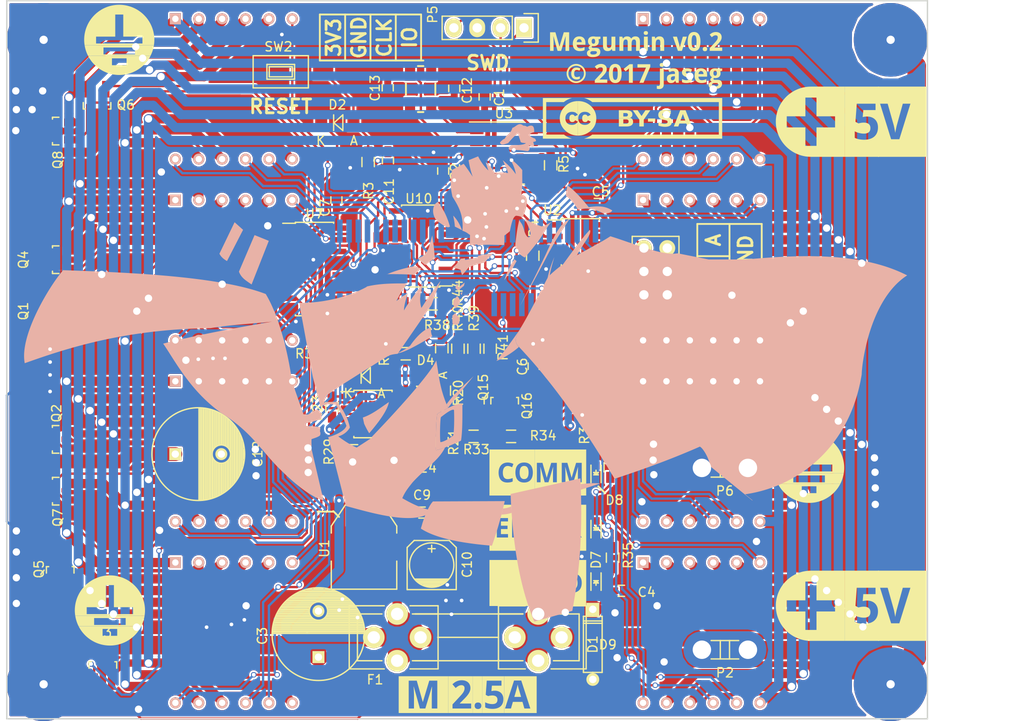
<source format=kicad_pcb>
(kicad_pcb (version 4) (host pcbnew 4.0.4-1.fc24-product)
  (layers (0 F.Cu signal) (31 B.Cu signal hide) (34 B.Paste user hide) (35 F.Paste user hide) (36 B.SilkS user hide) (37 F.SilkS user) (38 B.Mask user hide) (39 F.Mask user) (44 Edge.Cuts user))
  (net 0 "")
  (net 1 GND)
  (net 2 VDD)
  (net 3 +3V3)
  (net 4 /RST)
  (net 5 /XT1)
  (net 6 /XT2)
  (net 7 /~WD_RST)
  (net 8 /LED_ID)
  (net 9 /LED_ERROR)
  (net 10 /LED_COMM)
  (net 11 "Net-(D10-Pad6)")
  (net 12 "Net-(D10-Pad9)")
  (net 13 "Net-(D10-Pad8)")
  (net 14 "Net-(D10-Pad12)")
  (net 15 "Net-(D11-Pad6)")
  (net 16 "Net-(D11-Pad9)")
  (net 17 "Net-(D11-Pad8)")
  (net 18 "Net-(D11-Pad12)")
  (net 19 "Net-(D12-Pad6)")
  (net 20 "Net-(D12-Pad9)")
  (net 21 "Net-(D12-Pad8)")
  (net 22 "Net-(D12-Pad12)")
  (net 23 "Net-(D13-Pad6)")
  (net 24 "Net-(D13-Pad9)")
  (net 25 "Net-(D13-Pad8)")
  (net 26 "Net-(D13-Pad12)")
  (net 27 /SEG_E_COM)
  (net 28 /SEG_D_COM)
  (net 29 /SEG_DP_COM)
  (net 30 /SEG_C_COM)
  (net 31 /SEG_G_COM)
  (net 32 "Net-(D14-Pad6)")
  (net 33 "Net-(D14-Pad9)")
  (net 34 "Net-(D14-Pad8)")
  (net 35 "Net-(D14-Pad12)")
  (net 36 /SEG_A_COM)
  (net 37 /SEG_B_COM)
  (net 38 /SEG_F_COM)
  (net 39 "Net-(D15-Pad6)")
  (net 40 "Net-(D15-Pad9)")
  (net 41 "Net-(D15-Pad8)")
  (net 42 "Net-(D15-Pad12)")
  (net 43 "Net-(D16-Pad6)")
  (net 44 "Net-(D16-Pad9)")
  (net 45 "Net-(D16-Pad8)")
  (net 46 "Net-(D16-Pad12)")
  (net 47 "Net-(D17-Pad6)")
  (net 48 "Net-(D17-Pad9)")
  (net 49 "Net-(D17-Pad8)")
  (net 50 "Net-(D17-Pad12)")
  (net 51 /RS485_A)
  (net 52 /RS485_B)
  (net 53 /SWDIO)
  (net 54 /SWCLK)
  (net 55 /SEG_A_CTRL)
  (net 56 /SEG_E_CTRL)
  (net 57 /~OE)
  (net 58 /RS485_DE)
  (net 59 /R_SET_CTRL0)
  (net 60 /R_SET_CTRL1)
  (net 61 "Net-(R38-Pad2)")
  (net 62 /mux_mod_left/R_SET_0)
  (net 63 "Net-(R40-Pad2)")
  (net 64 /mux_mod_left/R_SET_1)
  (net 65 /RS485_RX)
  (net 66 /RS485_TX)
  (net 67 /SCK)
  (net 68 /MOSI_C0)
  (net 69 /STROBE)
  (net 70 /AUX_STROBE)
  (net 71 "Net-(U5-Pad4)")
  (net 72 /VDD_PRE_FUSE)
  (net 73 /~WD_RST1)
  (net 74 /~WD_RST2)
  (net 75 /WD_REF2)
  (net 76 /WD_REF1)
  (net 77 "Net-(D7-Pad2)")
  (net 78 "Net-(D8-Pad2)")
  (net 79 "Net-(D9-Pad2)")
  (net 80 "Net-(U5-Pad5)")
  (net 81 "Net-(U5-Pad15)")
  (net 82 /WD_COMP1)
  (net 83 "Net-(Q14-Pad1)")
  (net 84 "Net-(Q15-Pad1)")
  (net 85 "Net-(Q16-Pad1)")
  (net 86 /~OE_HV)
  (net 87 /MOSI_C1_HV)
  (net 88 /STROBE_HV)
  (net 89 /mux_mod_right/SDO)
  (net 90 /MOSI_C0_HV)
  (net 91 "Net-(R1-Pad2)")
  (net 92 "Net-(U3-Pad10)")
  (net 93 "Net-(U3-Pad14)")
  (net 94 "Net-(U3-Pad6)")
  (net 95 /SCK_HV)
  (net 96 /~OE_HV_CB)
  (net 97 "Net-(U5-Pad9)")
  (net 98 "Net-(U5-Pad14)")
  (net 99 /SEG_C_CTRL)
  (net 100 /SEG_G_CTLR)
  (net 101 /SEG_B_CTRL)
  (net 102 /SEG_DP_CTRL)
  (net 103 /SEG_F_CTRL)
  (net 104 /SEG_D_CTRL)
  (module footprints:7seg_4digit_cc_modified (layer B.Cu) (at 118.11 65.405)
    (fp_text reference D12 hide)
    (fp_text value 7seg_4digit_cc)
    (pad 1 thru_hole rect (at 0 0) (size 1.2 1.2) (drill 0.7) (layers *.Cu *.Mask B.SilkS) (net 27 /SEG_E_COM))
    (pad 2 thru_hole circle (at 2.54 0) (size 1.2 1.2) (drill 0.7) (layers *.Cu *.Mask B.SilkS) (net 28 /SEG_D_COM))
    (pad 3 thru_hole circle (at 5.08 0) (size 1.2 1.2) (drill 0.7) (layers *.Cu *.Mask B.SilkS) (net 29 /SEG_DP_COM))
    (pad 4 thru_hole circle (at 7.62 0) (size 1.2 1.2) (drill 0.7) (layers *.Cu *.Mask B.SilkS) (net 30 /SEG_C_COM))
    (pad 5 thru_hole circle (at 10.16 0) (size 1.2 1.2) (drill 0.7) (layers *.Cu *.Mask B.SilkS) (net 31 /SEG_G_COM))
    (pad 6 thru_hole circle (at 12.7 0) (size 1.2 1.2) (drill 0.7) (layers *.Cu *.Mask B.SilkS) (net 19 "Net-(D12-Pad6)"))
    (pad 9 thru_hole circle (at 7.62 15.24) (size 1.2 1.2) (drill 0.7) (layers *.Cu *.Mask B.SilkS) (net 20 "Net-(D12-Pad9)"))
    (pad 8 thru_hole circle (at 10.16 15.24) (size 1.2 1.2) (drill 0.7) (layers *.Cu *.Mask B.SilkS) (net 21 "Net-(D12-Pad8)"))
    (pad 12 thru_hole circle (at 0 15.24) (size 1.2 1.2) (drill 0.7) (layers *.Cu *.Mask B.SilkS) (net 22 "Net-(D12-Pad12)"))
    (pad 11 thru_hole circle (at 2.54 15.24) (size 1.2 1.2) (drill 0.7) (layers *.Cu *.Mask B.SilkS) (net 36 /SEG_A_COM))
    (pad 7 thru_hole circle (at 12.7 15.24) (size 1.2 1.2) (drill 0.7) (layers *.Cu *.Mask B.SilkS) (net 37 /SEG_B_COM))
    (pad 10 thru_hole circle (at 5.08 15.24) (size 1.2 1.2) (drill 0.7) (layers *.Cu *.Mask B.SilkS) (net 38 /SEG_F_COM))
  )
  (module footprints:label_fuse_04 (layer F.Cu) (at 99.06 119.126)
    (fp_text reference svg2mod hide)
    (fp_text value G*** hide)
  )
  (module footprints:m3_pillar (layer F.Cu) (at 159.261 115.275)
    (fp_text reference P1 hide)
    (fp_text value VIN)
    (pad 1 thru_hole circle (at -14.261 -67.275) (size 8 8) (drill 0.9) (layers *.Cu *.Mask) (net 72 /VDD_PRE_FUSE))
  )
  (module footprints:m3_pillar (layer F.Cu) (at 52.5 117.4)
    (fp_text reference P3 hide)
    (fp_text value GND)
    (pad 1 thru_hole circle (at 0.5 0.6) (size 8 8) (drill 0.9) (layers *.Cu *.Mask) (net 1 GND))
  )
  (module Resistors_SMD:R_0603_HandSoldering (layer F.Cu) (at 99.75 81.55 90)
    (fp_text reference R39 (at 3.3 0 90) (layer F.SilkS))
    (fp_text value R)
    (pad 1 smd rect (at -1.1 0 90) (size 1.2 0.9) (layers F.Cu F.Paste F.Mask) (net 64 /mux_mod_left/R_SET_1))
    (pad 2 smd rect (at 1.1 0 90) (size 1.2 0.9) (layers F.Cu F.Paste F.Mask) (net 61 "Net-(R38-Pad2)"))
  )
  (module TO_SOT_Packages_SMD:SOT-223 (layer F.Cu) (at 87.8 103.1)
    (fp_text reference U1 (at -4.3 0.15 90) (layer F.SilkS))
    (fp_text value LD1117S33CTR)
    (pad 4 smd rect (at 0 -3.302) (size 3.6576 2.032) (layers F.Cu F.Paste F.Mask) (net 3 +3V3))
    (pad 2 smd rect (at 0 3.302) (size 1.016 2.032) (layers F.Cu F.Paste F.Mask) (net 3 +3V3))
    (pad 3 smd rect (at 2.286 3.302) (size 1.016 2.032) (layers F.Cu F.Paste F.Mask) (net 2 VDD))
    (pad 1 smd rect (at -2.286 3.302) (size 1.016 2.032) (layers F.Cu F.Paste F.Mask) (net 1 GND))
  )
  (module Housings_SSOP:TSSOP-20_4.4x6.5mm_Pitch0.65mm (layer F.Cu) (at 103 60.3)
    (fp_text reference U3 (at 0 -4.3) (layer F.SilkS))
    (fp_text value STM32F030F4Px)
    (pad 1 smd rect (at -2.95 -2.925) (size 1.45 0.45) (layers F.Cu F.Paste F.Mask) (net 1 GND))
    (pad 2 smd rect (at -2.95 -2.275) (size 1.45 0.45) (layers F.Cu F.Paste F.Mask) (net 5 /XT1))
    (pad 3 smd rect (at -2.95 -1.625) (size 1.45 0.45) (layers F.Cu F.Paste F.Mask) (net 6 /XT2))
    (pad 4 smd rect (at -2.95 -0.975) (size 1.45 0.45) (layers F.Cu F.Paste F.Mask) (net 4 /RST))
    (pad 5 smd rect (at -2.95 -0.325) (size 1.45 0.45) (layers F.Cu F.Paste F.Mask) (net 3 +3V3))
    (pad 6 smd rect (at -2.95 0.325) (size 1.45 0.45) (layers F.Cu F.Paste F.Mask) (net 94 "Net-(U3-Pad6)"))
    (pad 7 smd rect (at -2.95 0.975) (size 1.45 0.45) (layers F.Cu F.Paste F.Mask) (net 58 /RS485_DE))
    (pad 8 smd rect (at -2.95 1.625) (size 1.45 0.45) (layers F.Cu F.Paste F.Mask) (net 66 /RS485_TX))
    (pad 9 smd rect (at -2.95 2.275) (size 1.45 0.45) (layers F.Cu F.Paste F.Mask) (net 65 /RS485_RX))
    (pad 10 smd rect (at -2.95 2.925) (size 1.45 0.45) (layers F.Cu F.Paste F.Mask) (net 92 "Net-(U3-Pad10)"))
    (pad 11 smd rect (at 2.95 2.925) (size 1.45 0.45) (layers F.Cu F.Paste F.Mask) (net 67 /SCK))
    (pad 12 smd rect (at 2.95 2.275) (size 1.45 0.45) (layers F.Cu F.Paste F.Mask) (net 57 /~OE))
    (pad 13 smd rect (at 2.95 1.625) (size 1.45 0.45) (layers F.Cu F.Paste F.Mask) (net 68 /MOSI_C0))
    (pad 14 smd rect (at 2.95 0.975) (size 1.45 0.45) (layers F.Cu F.Paste F.Mask) (net 93 "Net-(U3-Pad14)"))
    (pad 15 smd rect (at 2.95 0.325) (size 1.45 0.45) (layers F.Cu F.Paste F.Mask) (net 1 GND))
    (pad 16 smd rect (at 2.95 -0.325) (size 1.45 0.45) (layers F.Cu F.Paste F.Mask) (net 3 +3V3))
    (pad 17 smd rect (at 2.95 -0.975) (size 1.45 0.45) (layers F.Cu F.Paste F.Mask) (net 69 /STROBE))
    (pad 18 smd rect (at 2.95 -1.625) (size 1.45 0.45) (layers F.Cu F.Paste F.Mask) (net 70 /AUX_STROBE))
    (pad 19 smd rect (at 2.95 -2.275) (size 1.45 0.45) (layers F.Cu F.Paste F.Mask) (net 53 /SWDIO))
    (pad 20 smd rect (at 2.95 -2.925) (size 1.45 0.45) (layers F.Cu F.Paste F.Mask) (net 54 /SWCLK))
  )
  (module Housings_SOIC:SOIC-8_3.9x4.9mm_Pitch1.27mm (layer F.Cu) (at 111.3 70)
    (fp_text reference U2 (at -3.05 -3.5) (layer F.SilkS))
    (fp_text value SP3485CN)
    (pad 1 smd rect (at -2.7 -1.905) (size 1.55 0.6) (layers F.Cu F.Paste F.Mask) (net 65 /RS485_RX))
    (pad 2 smd rect (at -2.7 -0.635) (size 1.55 0.6) (layers F.Cu F.Paste F.Mask) (net 58 /RS485_DE))
    (pad 3 smd rect (at -2.7 0.635) (size 1.55 0.6) (layers F.Cu F.Paste F.Mask) (net 58 /RS485_DE))
    (pad 4 smd rect (at -2.7 1.905) (size 1.55 0.6) (layers F.Cu F.Paste F.Mask) (net 66 /RS485_TX))
    (pad 5 smd rect (at 2.7 1.905) (size 1.55 0.6) (layers F.Cu F.Paste F.Mask) (net 1 GND))
    (pad 6 smd rect (at 2.7 0.635) (size 1.55 0.6) (layers F.Cu F.Paste F.Mask) (net 51 /RS485_A))
    (pad 7 smd rect (at 2.7 -0.635) (size 1.55 0.6) (layers F.Cu F.Paste F.Mask) (net 52 /RS485_B))
    (pad 8 smd rect (at 2.7 -1.905) (size 1.55 0.6) (layers F.Cu F.Paste F.Mask) (net 3 +3V3))
  )
  (module Capacitors_SMD:C_0603_HandSoldering (layer F.Cu) (at 96.4 62.25 270)
    (fp_text reference C2 (at 0.1016 -1.3208 270) (layer F.SilkS))
    (fp_text value 100n)
    (pad 1 smd rect (at -0.95 0 270) (size 1.2 0.75) (layers F.Cu F.Paste F.Mask) (net 1 GND))
    (pad 2 smd rect (at 0.95 0 270) (size 1.2 0.75) (layers F.Cu F.Paste F.Mask) (net 2 VDD))
  )
  (module Capacitors_SMD:c_elec_5x5.8 (layer F.Cu) (at 95.15 105.05 90)
    (fp_text reference C10 (at 0.05 3.85 90) (layer F.SilkS))
    (fp_text value 47u)
    (pad 1 smd rect (at 2.19964 0 90) (size 2.99974 1.6002) (layers F.Cu F.Paste F.Mask) (net 3 +3V3))
    (pad 2 smd rect (at -2.19964 0 90) (size 2.99974 1.6002) (layers F.Cu F.Paste F.Mask) (net 1 GND))
  )
  (module Resistors_SMD:R_0603_HandSoldering (layer F.Cu) (at 114.8 104.25 270)
    (fp_text reference R35 (at -0.25 -1.7 450) (layer F.SilkS))
    (fp_text value 100)
    (pad 1 smd rect (at -1.1 0 270) (size 1.2 0.9) (layers F.Cu F.Paste F.Mask) (net 8 /LED_ID))
    (pad 2 smd rect (at 1.1 0 270) (size 1.2 0.9) (layers F.Cu F.Paste F.Mask) (net 77 "Net-(D7-Pad2)"))
  )
  (module Diodes_SMD:MiniMELF_Standard (layer F.Cu) (at 84.9 57)
    (fp_text reference D2 (at 0 -1.95) (layer F.SilkS))
    (fp_text value D_Small)
    (fp_text user K (at -1.8 1.95) (layer F.SilkS))
    (fp_text user A (at 1.8 1.95) (layer F.SilkS))
    (pad 1 smd rect (at -1.75006 0) (size 1.30048 1.69926) (layers F.Cu F.Paste F.Mask) (net 7 /~WD_RST))
    (pad 2 smd rect (at 1.75006 0) (size 1.30048 1.69926) (layers F.Cu F.Paste F.Mask) (net 4 /RST))
  )
  (module Diodes_SMD:MiniMELF_Standard (layer F.Cu) (at 94.361 86.233 90)
    (fp_text reference D4 (at 3.429 0.127 180) (layer F.SilkS))
    (fp_text value D_Small)
    (fp_text user K (at -1.8 1.95 90) (layer F.SilkS))
    (fp_text user A (at 1.8 1.95 90) (layer F.SilkS))
    (pad 1 smd rect (at -1.75006 0 90) (size 1.30048 1.69926) (layers F.Cu F.Paste F.Mask) (net 74 /~WD_RST2))
    (pad 2 smd rect (at 1.75006 0 90) (size 1.30048 1.69926) (layers F.Cu F.Paste F.Mask) (net 7 /~WD_RST))
  )
  (module Diodes_SMD:MiniMELF_Standard (layer F.Cu) (at 87.884 84.455)
    (fp_text reference D3 (at -3.81 -0.762) (layer F.SilkS))
    (fp_text value D_Small)
    (fp_text user K (at -1.8 1.95) (layer F.SilkS))
    (fp_text user A (at 1.8 1.95) (layer F.SilkS))
    (pad 1 smd rect (at -1.75006 0) (size 1.30048 1.69926) (layers F.Cu F.Paste F.Mask) (net 73 /~WD_RST1))
    (pad 2 smd rect (at 1.75006 0) (size 1.30048 1.69926) (layers F.Cu F.Paste F.Mask) (net 7 /~WD_RST))
  )
  (module Capacitors_SMD:C_0603_HandSoldering (layer F.Cu) (at 115.75 107.85 180)
    (fp_text reference C4 (at -2.75 -0.15 180) (layer F.SilkS))
    (fp_text value 100n)
    (pad 1 smd rect (at -0.95 0 180) (size 1.2 0.75) (layers F.Cu F.Paste F.Mask) (net 1 GND))
    (pad 2 smd rect (at 0.95 0 180) (size 1.2 0.75) (layers F.Cu F.Paste F.Mask) (net 2 VDD))
  )
  (module Capacitors_SMD:C_0603_HandSoldering (layer F.Cu) (at 113.15 65.825)
    (fp_text reference C5 (at 0.35 -1.325) (layer F.SilkS))
    (fp_text value 100n)
    (pad 1 smd rect (at -0.95 0) (size 1.2 0.75) (layers F.Cu F.Paste F.Mask) (net 1 GND))
    (pad 2 smd rect (at 0.95 0) (size 1.2 0.75) (layers F.Cu F.Paste F.Mask) (net 3 +3V3))
  )
  (module Capacitors_SMD:C_0603_HandSoldering (layer F.Cu) (at 106.225 83.45 90)
    (fp_text reference C6 (at -0.05 -1.225 90) (layer F.SilkS))
    (fp_text value 100n)
    (pad 1 smd rect (at -0.95 0 90) (size 1.2 0.75) (layers F.Cu F.Paste F.Mask) (net 1 GND))
    (pad 2 smd rect (at 0.95 0 90) (size 1.2 0.75) (layers F.Cu F.Paste F.Mask) (net 3 +3V3))
  )
  (module Capacitors_SMD:C_0603_HandSoldering (layer F.Cu) (at 84.8 65.4 270)
    (fp_text reference C7 (at 0.8382 1.2446 270) (layer F.SilkS))
    (fp_text value 100n)
    (pad 1 smd rect (at -0.95 0 270) (size 1.2 0.75) (layers F.Cu F.Paste F.Mask) (net 1 GND))
    (pad 2 smd rect (at 0.95 0 270) (size 1.2 0.75) (layers F.Cu F.Paste F.Mask) (net 3 +3V3))
  )
  (module Capacitors_SMD:C_0603_HandSoldering (layer F.Cu) (at 87.05 77.05 90)
    (fp_text reference C8 (at 1.05 1.7 90) (layer F.SilkS))
    (fp_text value 100n)
    (pad 1 smd rect (at -0.95 0 90) (size 1.2 0.75) (layers F.Cu F.Paste F.Mask) (net 1 GND))
    (pad 2 smd rect (at 0.95 0 90) (size 1.2 0.75) (layers F.Cu F.Paste F.Mask) (net 3 +3V3))
  )
  (module Capacitors_SMD:C_0603_HandSoldering (layer F.Cu) (at 94.1 99.35)
    (fp_text reference C9 (at 0 -1.9) (layer F.SilkS))
    (fp_text value 100n)
    (pad 1 smd rect (at -0.95 0) (size 1.2 0.75) (layers F.Cu F.Paste F.Mask) (net 1 GND))
    (pad 2 smd rect (at 0.95 0) (size 1.2 0.75) (layers F.Cu F.Paste F.Mask) (net 3 +3V3))
  )
  (module Capacitors_SMD:C_0603_HandSoldering (layer F.Cu) (at 90.4 61.1 270)
    (fp_text reference C11 (at 3.3782 -0.127 270) (layer F.SilkS))
    (fp_text value 10n)
    (pad 1 smd rect (at -0.95 0 270) (size 1.2 0.75) (layers F.Cu F.Paste F.Mask) (net 4 /RST))
    (pad 2 smd rect (at 0.95 0 270) (size 1.2 0.75) (layers F.Cu F.Paste F.Mask) (net 1 GND))
  )
  (module Capacitors_SMD:C_0603_HandSoldering (layer F.Cu) (at 97.6 53.275 270)
    (fp_text reference C12 (at 0.225 -1.4 270) (layer F.SilkS))
    (fp_text value 22p)
    (pad 1 smd rect (at -0.95 0 270) (size 1.2 0.75) (layers F.Cu F.Paste F.Mask) (net 1 GND))
    (pad 2 smd rect (at 0.95 0 270) (size 1.2 0.75) (layers F.Cu F.Paste F.Mask) (net 5 /XT1))
  )
  (module Capacitors_SMD:C_0603_HandSoldering (layer F.Cu) (at 90.375 53.2 90)
    (fp_text reference C13 (at -0.05 -1.375 90) (layer F.SilkS))
    (fp_text value 22p)
    (pad 1 smd rect (at -0.95 0 90) (size 1.2 0.75) (layers F.Cu F.Paste F.Mask) (net 1 GND))
    (pad 2 smd rect (at 0.95 0 90) (size 1.2 0.75) (layers F.Cu F.Paste F.Mask) (net 6 /XT2))
  )
  (module Capacitors_SMD:C_0603_HandSoldering (layer F.Cu) (at 93.98 91.821 270)
    (fp_text reference C20 (at -1.524 1.016 270) (layer F.SilkS))
    (fp_text value 100n)
    (pad 1 smd rect (at -0.95 0 270) (size 1.2 0.75) (layers F.Cu F.Paste F.Mask) (net 82 /WD_COMP1))
    (pad 2 smd rect (at 0.95 0 270) (size 1.2 0.75) (layers F.Cu F.Paste F.Mask) (net 1 GND))
  )
  (module LEDs:LED_0603 (layer F.Cu) (at 113 107 270)
    (fp_text reference D7 (at -2.5 0 450) (layer F.SilkS))
    (fp_text value ID)
    (pad 2 smd rect (at 0.7493 0 90) (size 0.79756 0.79756) (layers F.Cu F.Paste F.Mask) (net 77 "Net-(D7-Pad2)"))
    (pad 1 smd rect (at -0.7493 0 90) (size 0.79756 0.79756) (layers F.Cu F.Paste F.Mask) (net 1 GND))
  )
  (module LEDs:LED_0603 (layer F.Cu) (at 113 95 90)
    (fp_text reference D8 (at -3 2 360) (layer F.SilkS))
    (fp_text value ERROR)
    (pad 2 smd rect (at 0.7493 0 270) (size 0.79756 0.79756) (layers F.Cu F.Paste F.Mask) (net 78 "Net-(D8-Pad2)"))
    (pad 1 smd rect (at -0.7493 0 270) (size 0.79756 0.79756) (layers F.Cu F.Paste F.Mask) (net 1 GND))
  )
  (module LEDs:LED_0603 (layer F.Cu) (at 113 101 90)
    (fp_text reference D9 (at -12.7 1.27 180) (layer F.SilkS))
    (fp_text value COMM)
    (pad 2 smd rect (at 0.7493 0 270) (size 0.79756 0.79756) (layers F.Cu F.Paste F.Mask) (net 79 "Net-(D9-Pad2)"))
    (pad 1 smd rect (at -0.7493 0 270) (size 0.79756 0.79756) (layers F.Cu F.Paste F.Mask) (net 1 GND))
  )
  (module Fuse_Holders_and_Fuses:Fuseholder5x20_horiz_open_universal_Type-III (layer F.Cu) (at 99.06 112.903 180)
    (fp_text reference F1 (at 10.06 -4.597 180) (layer F.SilkS))
    (fp_text value "2.5A MT")
    (pad 2 thru_hole circle (at 5.12064 0 180) (size 2.3495 2.3495) (drill 1.34874) (layers *.Cu *.Mask F.SilkS) (net 2 VDD))
    (pad 2 thru_hole circle (at 10.20064 0 180) (size 2.3495 2.3495) (drill 1.34874) (layers *.Cu *.Mask F.SilkS) (net 2 VDD))
    (pad 1 thru_hole circle (at -5.1181 0 180) (size 2.3495 2.3495) (drill 1.34874) (layers *.Cu *.Mask F.SilkS) (net 72 /VDD_PRE_FUSE))
    (pad 1 thru_hole circle (at -10.1981 0 180) (size 2.3495 2.3495) (drill 1.34874) (layers *.Cu *.Mask F.SilkS) (net 72 /VDD_PRE_FUSE))
    (pad 2 thru_hole circle (at 7.66064 -2.54 180) (size 2.3495 2.3495) (drill 1.34874) (layers *.Cu *.Mask F.SilkS) (net 2 VDD))
    (pad 2 thru_hole circle (at 7.66064 2.54 180) (size 2.3495 2.3495) (drill 1.34874) (layers *.Cu *.Mask F.SilkS) (net 2 VDD))
    (pad 1 thru_hole circle (at -7.6581 -2.54 180) (size 2.3495 2.3495) (drill 1.34874) (layers *.Cu *.Mask F.SilkS) (net 72 /VDD_PRE_FUSE))
    (pad 1 thru_hole circle (at -7.6581 2.54 180) (size 2.3495 2.3495) (drill 1.34874) (layers *.Cu *.Mask F.SilkS) (net 72 /VDD_PRE_FUSE))
  )
  (module Socket_Strips:Socket_Strip_Straight_1x04 (layer F.Cu) (at 105.175 46.7 180)
    (fp_text reference P5 (at 9.925 1.45 270) (layer F.SilkS))
    (fp_text value SWD)
    (pad 1 thru_hole rect (at 0 0 180) (size 1.7272 2.032) (drill 1.016) (layers *.Cu *.Mask F.SilkS) (net 53 /SWDIO))
    (pad 2 thru_hole oval (at 2.54 0 180) (size 1.7272 2.032) (drill 1.016) (layers *.Cu *.Mask F.SilkS) (net 54 /SWCLK))
    (pad 3 thru_hole oval (at 5.08 0 180) (size 1.7272 2.032) (drill 1.016) (layers *.Cu *.Mask F.SilkS) (net 1 GND))
    (pad 4 thru_hole oval (at 7.62 0 180) (size 1.7272 2.032) (drill 1.016) (layers *.Cu *.Mask F.SilkS) (net 3 +3V3))
  )
  (module TO_SOT_Packages_SMD:SOT-23_Handsoldering (layer F.Cu) (at 54.61 77.47 90)
    (fp_text reference Q1 (at 0 -3.81 90) (layer F.SilkS))
    (fp_text value AO3415A)
    (pad 1 smd rect (at -0.95 1.50114 90) (size 0.8001 1.80086) (layers F.Cu F.Paste F.Mask) (net 99 /SEG_C_CTRL))
    (pad 2 smd rect (at 0.95 1.50114 90) (size 0.8001 1.80086) (layers F.Cu F.Paste F.Mask) (net 30 /SEG_C_COM))
    (pad 3 smd rect (at 0 -1.50114 90) (size 0.8001 1.80086) (layers F.Cu F.Paste F.Mask) (net 2 VDD))
  )
  (module TO_SOT_Packages_SMD:SOT-23_Handsoldering (layer F.Cu) (at 54.6 91.4 90)
    (fp_text reference Q2 (at 2.84 -0.191 90) (layer F.SilkS))
    (fp_text value AO3415A)
    (pad 1 smd rect (at -0.95 1.50114 90) (size 0.8001 1.80086) (layers F.Cu F.Paste F.Mask) (net 100 /SEG_G_CTLR))
    (pad 2 smd rect (at 0.95 1.50114 90) (size 0.8001 1.80086) (layers F.Cu F.Paste F.Mask) (net 31 /SEG_G_COM))
    (pad 3 smd rect (at 0 -1.50114 90) (size 0.8001 1.80086) (layers F.Cu F.Paste F.Mask) (net 2 VDD))
  )
  (module TO_SOT_Packages_SMD:SOT-23_Handsoldering (layer F.Cu) (at 59.436 116.205)
    (fp_text reference Q3 (at 0 -3.81) (layer F.SilkS))
    (fp_text value AO3415A)
    (pad 1 smd rect (at -0.95 1.50114) (size 0.8001 1.80086) (layers F.Cu F.Paste F.Mask) (net 101 /SEG_B_CTRL))
    (pad 2 smd rect (at 0.95 1.50114) (size 0.8001 1.80086) (layers F.Cu F.Paste F.Mask) (net 37 /SEG_B_COM))
    (pad 3 smd rect (at 0 -1.50114) (size 0.8001 1.80086) (layers F.Cu F.Paste F.Mask) (net 2 VDD))
  )
  (module TO_SOT_Packages_SMD:SOT-23_Handsoldering (layer F.Cu) (at 54.61 71.882 90)
    (fp_text reference Q4 (at 0 -3.81 90) (layer F.SilkS))
    (fp_text value AO3415A)
    (pad 1 smd rect (at -0.95 1.50114 90) (size 0.8001 1.80086) (layers F.Cu F.Paste F.Mask) (net 102 /SEG_DP_CTRL))
    (pad 2 smd rect (at 0.95 1.50114 90) (size 0.8001 1.80086) (layers F.Cu F.Paste F.Mask) (net 29 /SEG_DP_COM))
    (pad 3 smd rect (at 0 -1.50114 90) (size 0.8001 1.80086) (layers F.Cu F.Paste F.Mask) (net 2 VDD))
  )
  (module TO_SOT_Packages_SMD:SOT-23_Handsoldering (layer F.Cu) (at 54.8 105.872)
    (fp_text reference Q5 (at -2.3 -0.372 90) (layer F.SilkS))
    (fp_text value AO3415A)
    (pad 1 smd rect (at -0.95 1.50114) (size 0.8001 1.80086) (layers F.Cu F.Paste F.Mask) (net 103 /SEG_F_CTRL))
    (pad 2 smd rect (at 0.95 1.50114) (size 0.8001 1.80086) (layers F.Cu F.Paste F.Mask) (net 38 /SEG_F_COM))
    (pad 3 smd rect (at 0 -1.50114) (size 0.8001 1.80086) (layers F.Cu F.Paste F.Mask) (net 2 VDD))
  )
  (module TO_SOT_Packages_SMD:SOT-23_Handsoldering (layer F.Cu) (at 58.801 54.864 180)
    (fp_text reference Q6 (at -3.111 -0.208 180) (layer F.SilkS))
    (fp_text value AO3415A)
    (pad 1 smd rect (at -0.95 1.50114 180) (size 0.8001 1.80086) (layers F.Cu F.Paste F.Mask) (net 104 /SEG_D_CTRL))
    (pad 2 smd rect (at 0.95 1.50114 180) (size 0.8001 1.80086) (layers F.Cu F.Paste F.Mask) (net 28 /SEG_D_COM))
    (pad 3 smd rect (at 0 -1.50114 180) (size 0.8001 1.80086) (layers F.Cu F.Paste F.Mask) (net 2 VDD))
  )
  (module TO_SOT_Packages_SMD:SOT-23_Handsoldering (layer F.Cu) (at 54.61 97.028 90)
    (fp_text reference Q7 (at -2.875 -0.064 90) (layer F.SilkS))
    (fp_text value AO3415A)
    (pad 1 smd rect (at -0.95 1.50114 90) (size 0.8001 1.80086) (layers F.Cu F.Paste F.Mask) (net 55 /SEG_A_CTRL))
    (pad 2 smd rect (at 0.95 1.50114 90) (size 0.8001 1.80086) (layers F.Cu F.Paste F.Mask) (net 36 /SEG_A_COM))
    (pad 3 smd rect (at 0 -1.50114 90) (size 0.8001 1.80086) (layers F.Cu F.Paste F.Mask) (net 2 VDD))
  )
  (module TO_SOT_Packages_SMD:SOT-23_Handsoldering (layer F.Cu) (at 54.61 57.912 90)
    (fp_text reference Q8 (at -3.129 -0.064 90) (layer F.SilkS))
    (fp_text value AO3415A)
    (pad 1 smd rect (at -0.95 1.50114 90) (size 0.8001 1.80086) (layers F.Cu F.Paste F.Mask) (net 56 /SEG_E_CTRL))
    (pad 2 smd rect (at 0.95 1.50114 90) (size 0.8001 1.80086) (layers F.Cu F.Paste F.Mask) (net 27 /SEG_E_COM))
    (pad 3 smd rect (at 0 -1.50114 90) (size 0.8001 1.80086) (layers F.Cu F.Paste F.Mask) (net 2 VDD))
  )
  (module Resistors_SMD:R_0603_HandSoldering (layer F.Cu) (at 88.55 81.275 270)
    (fp_text reference R1 (at -1.275 1.55 270) (layer F.SilkS))
    (fp_text value 47k)
    (pad 1 smd rect (at -1.1 0 270) (size 1.2 0.9) (layers F.Cu F.Paste F.Mask) (net 1 GND))
    (pad 2 smd rect (at 1.1 0 270) (size 1.2 0.9) (layers F.Cu F.Paste F.Mask) (net 91 "Net-(R1-Pad2)"))
  )
  (module Resistors_SMD:R_0603_HandSoldering (layer F.Cu) (at 88.25 61.275 90)
    (fp_text reference R3 (at -3.1242 0.0508 90) (layer F.SilkS))
    (fp_text value 47k)
    (pad 1 smd rect (at -1.1 0 90) (size 1.2 0.9) (layers F.Cu F.Paste F.Mask) (net 3 +3V3))
    (pad 2 smd rect (at 1.1 0 90) (size 1.2 0.9) (layers F.Cu F.Paste F.Mask) (net 4 /RST))
  )
  (module Resistors_SMD:R_0603_HandSoldering (layer F.Cu) (at 106.125 71.45 270)
    (fp_text reference R4 (at -2.95 -0.125 270) (layer F.SilkS))
    (fp_text value 100k)
    (pad 1 smd rect (at -1.1 0 270) (size 1.2 0.9) (layers F.Cu F.Paste F.Mask) (net 58 /RS485_DE))
    (pad 2 smd rect (at 1.1 0 270) (size 1.2 0.9) (layers F.Cu F.Paste F.Mask) (net 1 GND))
  )
  (module Resistors_SMD:R_0603_HandSoldering (layer F.Cu) (at 108.075 61.625 90)
    (fp_text reference R5 (at 0.125 1.425 90) (layer F.SilkS))
    (fp_text value 10k)
    (pad 1 smd rect (at -1.1 0 90) (size 1.2 0.9) (layers F.Cu F.Paste F.Mask) (net 57 /~OE))
    (pad 2 smd rect (at 1.1 0 90) (size 1.2 0.9) (layers F.Cu F.Paste F.Mask) (net 3 +3V3))
  )
  (module Resistors_SMD:R_0603_HandSoldering (layer F.Cu) (at 92.325 82.1)
    (fp_text reference R19 (at -2.325 -0.1 90) (layer F.SilkS))
    (fp_text value 10k)
    (pad 1 smd rect (at -1.1 0) (size 1.2 0.9) (layers F.Cu F.Paste F.Mask) (net 83 "Net-(Q14-Pad1)"))
    (pad 2 smd rect (at 1.1 0) (size 1.2 0.9) (layers F.Cu F.Paste F.Mask) (net 7 /~WD_RST))
  )
  (module Resistors_SMD:R_0603_HandSoldering (layer F.Cu) (at 96.52 86.106 90)
    (fp_text reference R20 (at -0.254 1.524 90) (layer F.SilkS))
    (fp_text value 47k)
    (pad 1 smd rect (at -1.1 0 90) (size 1.2 0.9) (layers F.Cu F.Paste F.Mask) (net 2 VDD))
    (pad 2 smd rect (at 1.1 0 90) (size 1.2 0.9) (layers F.Cu F.Paste F.Mask) (net 7 /~WD_RST))
  )
  (module Resistors_SMD:R_0603_HandSoldering (layer F.Cu) (at 84.328 87.884 90)
    (fp_text reference R23 (at -0.116 -1.578 90) (layer F.SilkS))
    (fp_text value 470k)
    (pad 1 smd rect (at -1.1 0 90) (size 1.2 0.9) (layers F.Cu F.Paste F.Mask) (net 76 /WD_REF1))
    (pad 2 smd rect (at 1.1 0 90) (size 1.2 0.9) (layers F.Cu F.Paste F.Mask) (net 73 /~WD_RST1))
  )
  (module Resistors_SMD:R_0603_HandSoldering (layer F.Cu) (at 113 90.75 270)
    (fp_text reference R36 (at -0.25 1.25 450) (layer F.SilkS))
    (fp_text value 140)
    (pad 1 smd rect (at -1.1 0 270) (size 1.2 0.9) (layers F.Cu F.Paste F.Mask) (net 9 /LED_ERROR))
    (pad 2 smd rect (at 1.1 0 270) (size 1.2 0.9) (layers F.Cu F.Paste F.Mask) (net 78 "Net-(D8-Pad2)"))
  )
  (module Resistors_SMD:R_0603_HandSoldering (layer F.Cu) (at 114.55 94.425 270)
    (fp_text reference R37 (at -2.175 -1.45 270) (layer F.SilkS))
    (fp_text value 100)
    (pad 1 smd rect (at -1.1 0 270) (size 1.2 0.9) (layers F.Cu F.Paste F.Mask) (net 10 /LED_COMM))
    (pad 2 smd rect (at 1.1 0 270) (size 1.2 0.9) (layers F.Cu F.Paste F.Mask) (net 79 "Net-(D9-Pad2)"))
  )
  (module Resistors_SMD:R_0603_HandSoldering (layer F.Cu) (at 96.25 81.5 90)
    (fp_text reference R38 (at 2.5 -0.5 180) (layer F.SilkS))
    (fp_text value R)
    (pad 1 smd rect (at -1.1 0 90) (size 1.2 0.9) (layers F.Cu F.Paste F.Mask) (net 62 /mux_mod_left/R_SET_0))
    (pad 2 smd rect (at 1.1 0 90) (size 1.2 0.9) (layers F.Cu F.Paste F.Mask) (net 61 "Net-(R38-Pad2)"))
  )
  (module Resistors_SMD:R_0603_HandSoldering (layer F.Cu) (at 98 81.55 90)
    (fp_text reference R40 (at 3.3 0 90) (layer F.SilkS))
    (fp_text value R)
    (pad 1 smd rect (at -1.1 0 90) (size 1.2 0.9) (layers F.Cu F.Paste F.Mask) (net 62 /mux_mod_left/R_SET_0))
    (pad 2 smd rect (at 1.1 0 90) (size 1.2 0.9) (layers F.Cu F.Paste F.Mask) (net 63 "Net-(R40-Pad2)"))
  )
  (module Resistors_SMD:R_0603_HandSoldering (layer F.Cu) (at 101.5 81.55 90)
    (fp_text reference R41 (at 0.127 1.397 90) (layer F.SilkS))
    (fp_text value R)
    (pad 1 smd rect (at -1.1 0 90) (size 1.2 0.9) (layers F.Cu F.Paste F.Mask) (net 64 /mux_mod_left/R_SET_1))
    (pad 2 smd rect (at 1.1 0 90) (size 1.2 0.9) (layers F.Cu F.Paste F.Mask) (net 63 "Net-(R40-Pad2)"))
  )
  (module Housings_SOIC:SOIC-16_3.9x9.9mm_Pitch1.27mm (layer F.Cu) (at 111.3 79 180)
    (fp_text reference U5 (at 0 -6 180) (layer F.SilkS))
    (fp_text value 74HC595_mine)
    (pad 1 smd rect (at -2.7 -4.445 180) (size 1.5 0.6) (layers F.Cu F.Paste F.Mask) (net 9 /LED_ERROR))
    (pad 2 smd rect (at -2.7 -3.175 180) (size 1.5 0.6) (layers F.Cu F.Paste F.Mask) (net 10 /LED_COMM))
    (pad 3 smd rect (at -2.7 -1.905 180) (size 1.5 0.6) (layers F.Cu F.Paste F.Mask) (net 8 /LED_ID))
    (pad 4 smd rect (at -2.7 -0.635 180) (size 1.5 0.6) (layers F.Cu F.Paste F.Mask) (net 71 "Net-(U5-Pad4)"))
    (pad 5 smd rect (at -2.7 0.635 180) (size 1.5 0.6) (layers F.Cu F.Paste F.Mask) (net 80 "Net-(U5-Pad5)"))
    (pad 6 smd rect (at -2.7 1.905 180) (size 1.5 0.6) (layers F.Cu F.Paste F.Mask) (net 59 /R_SET_CTRL0))
    (pad 7 smd rect (at -2.7 3.175 180) (size 1.5 0.6) (layers F.Cu F.Paste F.Mask) (net 60 /R_SET_CTRL1))
    (pad 8 smd rect (at -2.7 4.445 180) (size 1.5 0.6) (layers F.Cu F.Paste F.Mask) (net 1 GND))
    (pad 9 smd rect (at 2.7 4.445 180) (size 1.5 0.6) (layers F.Cu F.Paste F.Mask) (net 97 "Net-(U5-Pad9)"))
    (pad 10 smd rect (at 2.7 3.175 180) (size 1.5 0.6) (layers F.Cu F.Paste F.Mask) (net 3 +3V3))
    (pad 11 smd rect (at 2.7 1.905 180) (size 1.5 0.6) (layers F.Cu F.Paste F.Mask) (net 67 /SCK))
    (pad 12 smd rect (at 2.7 0.635 180) (size 1.5 0.6) (layers F.Cu F.Paste F.Mask) (net 70 /AUX_STROBE))
    (pad 13 smd rect (at 2.7 -0.635 180) (size 1.5 0.6) (layers F.Cu F.Paste F.Mask) (net 1 GND))
    (pad 14 smd rect (at 2.7 -1.905 180) (size 1.5 0.6) (layers F.Cu F.Paste F.Mask) (net 98 "Net-(U5-Pad14)"))
    (pad 15 smd rect (at 2.7 -3.175 180) (size 1.5 0.6) (layers F.Cu F.Paste F.Mask) (net 81 "Net-(U5-Pad15)"))
    (pad 16 smd rect (at 2.7 -4.445 180) (size 1.5 0.6) (layers F.Cu F.Paste F.Mask) (net 3 +3V3))
  )
  (module Housings_SOIC:SOIC-8_3.9x4.9mm_Pitch1.27mm (layer F.Cu) (at 88.773 88.646)
    (fp_text reference U6 (at -4.572 -3.556) (layer F.SilkS))
    (fp_text value LM393)
    (pad 1 smd rect (at -2.7 -1.905) (size 1.55 0.6) (layers F.Cu F.Paste F.Mask) (net 73 /~WD_RST1))
    (pad 2 smd rect (at -2.7 -0.635) (size 1.55 0.6) (layers F.Cu F.Paste F.Mask) (net 91 "Net-(R1-Pad2)"))
    (pad 3 smd rect (at -2.7 0.635) (size 1.55 0.6) (layers F.Cu F.Paste F.Mask) (net 76 /WD_REF1))
    (pad 4 smd rect (at -2.7 1.905) (size 1.55 0.6) (layers F.Cu F.Paste F.Mask) (net 1 GND))
    (pad 5 smd rect (at 2.7 1.905) (size 1.55 0.6) (layers F.Cu F.Paste F.Mask) (net 75 /WD_REF2))
    (pad 6 smd rect (at 2.7 0.635) (size 1.55 0.6) (layers F.Cu F.Paste F.Mask) (net 82 /WD_COMP1))
    (pad 7 smd rect (at 2.7 -0.635) (size 1.55 0.6) (layers F.Cu F.Paste F.Mask) (net 74 /~WD_RST2))
    (pad 8 smd rect (at 2.7 -1.905) (size 1.55 0.6) (layers F.Cu F.Paste F.Mask) (net 2 VDD))
  )
  (module Housings_SOIC:SOIC-16_3.9x9.9mm_Pitch1.27mm (layer F.Cu) (at 82.423 72.898)
    (fp_text reference U7 (at 0 -6) (layer F.SilkS))
    (fp_text value 74HC595_mine)
    (pad 1 smd rect (at -2.7 -4.445) (size 1.5 0.6) (layers F.Cu F.Paste F.Mask) (net 56 /SEG_E_CTRL))
    (pad 2 smd rect (at -2.7 -3.175) (size 1.5 0.6) (layers F.Cu F.Paste F.Mask) (net 102 /SEG_DP_CTRL))
    (pad 3 smd rect (at -2.7 -1.905) (size 1.5 0.6) (layers F.Cu F.Paste F.Mask) (net 99 /SEG_C_CTRL))
    (pad 4 smd rect (at -2.7 -0.635) (size 1.5 0.6) (layers F.Cu F.Paste F.Mask) (net 100 /SEG_G_CTLR))
    (pad 5 smd rect (at -2.7 0.635) (size 1.5 0.6) (layers F.Cu F.Paste F.Mask) (net 55 /SEG_A_CTRL))
    (pad 6 smd rect (at -2.7 1.905) (size 1.5 0.6) (layers F.Cu F.Paste F.Mask) (net 101 /SEG_B_CTRL))
    (pad 7 smd rect (at -2.7 3.175) (size 1.5 0.6) (layers F.Cu F.Paste F.Mask) (net 103 /SEG_F_CTRL))
    (pad 8 smd rect (at -2.7 4.445) (size 1.5 0.6) (layers F.Cu F.Paste F.Mask) (net 1 GND))
    (pad 9 smd rect (at 2.7 4.445) (size 1.5 0.6) (layers F.Cu F.Paste F.Mask) (net 98 "Net-(U5-Pad14)"))
    (pad 10 smd rect (at 2.7 3.175) (size 1.5 0.6) (layers F.Cu F.Paste F.Mask) (net 3 +3V3))
    (pad 11 smd rect (at 2.7 1.905) (size 1.5 0.6) (layers F.Cu F.Paste F.Mask) (net 67 /SCK))
    (pad 12 smd rect (at 2.7 0.635) (size 1.5 0.6) (layers F.Cu F.Paste F.Mask) (net 70 /AUX_STROBE))
    (pad 13 smd rect (at 2.7 -0.635) (size 1.5 0.6) (layers F.Cu F.Paste F.Mask) (net 1 GND))
    (pad 14 smd rect (at 2.7 -1.905) (size 1.5 0.6) (layers F.Cu F.Paste F.Mask) (net 68 /MOSI_C0))
    (pad 15 smd rect (at 2.7 -3.175) (size 1.5 0.6) (layers F.Cu F.Paste F.Mask) (net 104 /SEG_D_CTRL))
    (pad 16 smd rect (at 2.7 -4.445) (size 1.5 0.6) (layers F.Cu F.Paste F.Mask) (net 3 +3V3))
  )
  (module Resistors_SMD:R_0603_HandSoldering (layer F.Cu) (at 96.266 91.694 90)
    (fp_text reference R21 (at 0 1.27 90) (layer F.SilkS))
    (fp_text value 470k)
    (pad 1 smd rect (at -1.1 0 90) (size 1.2 0.9) (layers F.Cu F.Paste F.Mask) (net 75 /WD_REF2))
    (pad 2 smd rect (at 1.1 0 90) (size 1.2 0.9) (layers F.Cu F.Paste F.Mask) (net 74 /~WD_RST2))
  )
  (module Resistors_SMD:R_0603_HandSoldering (layer F.Cu) (at 90.932 94.9325)
    (fp_text reference R22 (at -0.762 1.5875) (layer F.SilkS))
    (fp_text value 100k)
    (pad 1 smd rect (at -1.1 0) (size 1.2 0.9) (layers F.Cu F.Paste F.Mask) (net 75 /WD_REF2))
    (pad 2 smd rect (at 1.1 0) (size 1.2 0.9) (layers F.Cu F.Paste F.Mask) (net 3 +3V3))
  )
  (module Resistors_SMD:R_0603_HandSoldering (layer F.Cu) (at 90.932 92.6465 180)
    (fp_text reference R24 (at -3.318 -1.8535 180) (layer F.SilkS))
    (fp_text value 10k)
    (pad 1 smd rect (at -1.1 0 180) (size 1.2 0.9) (layers F.Cu F.Paste F.Mask) (net 1 GND))
    (pad 2 smd rect (at 1.1 0 180) (size 1.2 0.9) (layers F.Cu F.Paste F.Mask) (net 75 /WD_REF2))
  )
  (module Resistors_SMD:R_0603_HandSoldering (layer F.Cu) (at 86.614 94.9325 180)
    (fp_text reference R25 (at -0.136 -1.8175 180) (layer F.SilkS))
    (fp_text value 47k)
    (pad 1 smd rect (at -1.1 0 180) (size 1.2 0.9) (layers F.Cu F.Paste F.Mask) (net 76 /WD_REF1))
    (pad 2 smd rect (at 1.1 0 180) (size 1.2 0.9) (layers F.Cu F.Paste F.Mask) (net 2 VDD))
  )
  (module Resistors_SMD:R_0603_HandSoldering (layer F.Cu) (at 86.614 92.6465)
    (fp_text reference R29 (at -2.614 0.1035 90) (layer F.SilkS))
    (fp_text value 47k)
    (pad 1 smd rect (at -1.1 0) (size 1.2 0.9) (layers F.Cu F.Paste F.Mask) (net 1 GND))
    (pad 2 smd rect (at 1.1 0) (size 1.2 0.9) (layers F.Cu F.Paste F.Mask) (net 76 /WD_REF1))
  )
  (module Resistors_SMD:R_0603_HandSoldering (layer F.Cu) (at 85 82.225 180)
    (fp_text reference R32 (at 3.2385 0.127 180) (layer F.SilkS))
    (fp_text value 100k)
    (pad 1 smd rect (at -1.1 0 180) (size 1.2 0.9) (layers F.Cu F.Paste F.Mask) (net 82 /WD_COMP1))
    (pad 2 smd rect (at 1.1 0 180) (size 1.2 0.9) (layers F.Cu F.Paste F.Mask) (net 102 /SEG_DP_CTRL))
  )
  (module Resistors_SMD:R_0603_HandSoldering (layer F.Cu) (at 99.7 91.075)
    (fp_text reference R33 (at 0.3 1.425) (layer F.SilkS))
    (fp_text value 100k)
    (pad 1 smd rect (at -1.1 0) (size 1.2 0.9) (layers F.Cu F.Paste F.Mask) (net 84 "Net-(Q15-Pad1)"))
    (pad 2 smd rect (at 1.1 0) (size 1.2 0.9) (layers F.Cu F.Paste F.Mask) (net 59 /R_SET_CTRL0))
  )
  (module Resistors_SMD:R_0603_HandSoldering (layer F.Cu) (at 103.775 91.075)
    (fp_text reference R34 (at 3.475 -0.075) (layer F.SilkS))
    (fp_text value 100k)
    (pad 1 smd rect (at -1.1 0) (size 1.2 0.9) (layers F.Cu F.Paste F.Mask) (net 85 "Net-(Q16-Pad1)"))
    (pad 2 smd rect (at 1.1 0) (size 1.2 0.9) (layers F.Cu F.Paste F.Mask) (net 60 /R_SET_CTRL1))
  )
  (module Capacitors_ThroughHole:C_Radial_D10_L20_P5 (layer F.Cu) (at 82.85 115.05 90)
    (fp_text reference C3 (at 2.3 -6.1 270) (layer F.SilkS))
    (fp_text value 1000u)
    (pad 1 thru_hole rect (at 0 0 90) (size 1.3 1.3) (drill 0.8) (layers *.Cu *.Mask F.SilkS) (net 2 VDD))
    (pad 2 thru_hole circle (at 5 0 90) (size 1.3 1.3) (drill 0.8) (layers *.Cu *.Mask F.SilkS) (net 1 GND))
  )
  (module Capacitors_ThroughHole:C_Radial_D10_L20_P5 (layer F.Cu) (at 67.3 93)
    (fp_text reference C19 (at 8.95 0 90) (layer F.SilkS))
    (fp_text value 1000u)
    (pad 1 thru_hole rect (at 0 0) (size 1.3 1.3) (drill 0.8) (layers *.Cu *.Mask F.SilkS) (net 2 VDD))
    (pad 2 thru_hole circle (at 5 0) (size 1.3 1.3) (drill 0.8) (layers *.Cu *.Mask F.SilkS) (net 1 GND))
  )
  (module Discret:D3 (layer F.Cu) (at 112.649 113.665 90)
    (fp_text reference D1 (at 0 0 90) (layer F.SilkS))
    (fp_text value "6.4V 1.3W")
    (pad 1 thru_hole rect (at 3.81 0 90) (size 1.397 1.397) (drill 0.8128) (layers *.Cu *.Mask F.SilkS) (net 2 VDD))
    (pad 2 thru_hole circle (at -3.81 0 90) (size 1.397 1.397) (drill 0.8128) (layers *.Cu *.Mask F.SilkS) (net 1 GND))
  )
  (module Buttons_Switches_SMD:SW_SPST_FSMSM (layer F.Cu) (at 78.7654 51.4731 180)
    (fp_text reference SW2 (at 0.2654 2.7231 360) (layer F.SilkS))
    (fp_text value RESET)
    (pad 1 smd rect (at -4.60243 -0.00232 180) (size 2.18 1.6) (layers F.Cu F.Paste F.Mask) (net 4 /RST))
    (pad 2 smd rect (at 4.60243 0.00232 180) (size 2.18 1.6) (layers F.Cu F.Paste F.Mask) (net 1 GND))
  )
  (module footprints:spade_6.35mm (layer F.Cu) (at 127 114.25)
    (fp_text reference P2 (at 0 2.5) (layer F.SilkS))
    (fp_text value VIN)
    (pad 1 thru_hole circle (at -2.5 0) (size 3 3) (drill 2) (layers *.Cu *.Mask) (net 72 /VDD_PRE_FUSE))
    (pad 1 thru_hole circle (at 2.5 0) (size 3 3) (drill 2) (layers *.Cu *.Mask) (net 72 /VDD_PRE_FUSE))
  )
  (module footprints:spade_6.35mm (layer F.Cu) (at 127 94.5)
    (fp_text reference P6 (at 0 2.5) (layer F.SilkS))
    (fp_text value GND)
    (pad 1 thru_hole circle (at -2.5 0) (size 3 3) (drill 2) (layers *.Cu *.Mask) (net 1 GND))
    (pad 1 thru_hole circle (at 2.5 0) (size 3 3) (drill 2) (layers *.Cu *.Mask) (net 1 GND))
  )
  (module footprints:m3_pillar (layer F.Cu) (at 145.161 117.475)
    (fp_text reference P1 hide)
    (fp_text value VIN)
    (pad 1 thru_hole circle (at -0.161 0.525) (size 8 8) (drill 0.9) (layers *.Cu *.Mask) (net 72 /VDD_PRE_FUSE))
  )
  (module footprints:m3_pillar (layer F.Cu) (at 52.9 47.8)
    (fp_text reference P3 hide)
    (fp_text value GND)
    (pad 1 thru_hole circle (at 0.1 0.2) (size 8 8) (drill 0.9) (layers *.Cu *.Mask) (net 1 GND))
  )
  (module footprints:SSOP24-1.0-nosilk (layer B.Cu) (at 107.442 72.771)
    (fp_text reference U8 hide)
    (fp_text value MBI5026)
    (pad 1 smd rect (at -5.5 -4) (size 0.6 2.5) (layers B.Cu B.Paste B.Mask) (net 1 GND))
    (pad 2 smd rect (at -4.5 -4) (size 0.6 2.5) (layers B.Cu B.Paste B.Mask) (net 87 /MOSI_C1_HV))
    (pad 3 smd rect (at -3.5 -4) (size 0.6 2.5) (layers B.Cu B.Paste B.Mask) (net 95 /SCK_HV))
    (pad 4 smd rect (at -2.5 -4) (size 0.6 2.5) (layers B.Cu B.Paste B.Mask) (net 88 /STROBE_HV))
    (pad 5 smd rect (at -1.5 -4) (size 0.6 2.5) (layers B.Cu B.Paste B.Mask) (net 26 "Net-(D13-Pad12)"))
    (pad 6 smd rect (at -0.5 -4) (size 0.6 2.5) (layers B.Cu B.Paste B.Mask) (net 24 "Net-(D13-Pad9)"))
    (pad 7 smd rect (at 0.5 -4) (size 0.6 2.5) (layers B.Cu B.Paste B.Mask) (net 25 "Net-(D13-Pad8)"))
    (pad 8 smd rect (at 1.5 -4) (size 0.6 2.5) (layers B.Cu B.Paste B.Mask) (net 23 "Net-(D13-Pad6)"))
    (pad 9 smd rect (at 2.5 -4) (size 0.6 2.5) (layers B.Cu B.Paste B.Mask) (net 22 "Net-(D12-Pad12)"))
    (pad 10 smd rect (at 3.5 -4) (size 0.6 2.5) (layers B.Cu B.Paste B.Mask) (net 20 "Net-(D12-Pad9)"))
    (pad 11 smd rect (at 4.5 -4) (size 0.6 2.5) (layers B.Cu B.Paste B.Mask) (net 21 "Net-(D12-Pad8)"))
    (pad 12 smd rect (at 5.5 -4) (size 0.6 2.5) (layers B.Cu B.Paste B.Mask) (net 19 "Net-(D12-Pad6)"))
    (pad 13 smd rect (at 5.5 4) (size 0.6 2.5) (layers B.Cu B.Paste B.Mask) (net 18 "Net-(D11-Pad12)"))
    (pad 14 smd rect (at 4.5 4) (size 0.6 2.5) (layers B.Cu B.Paste B.Mask) (net 16 "Net-(D11-Pad9)"))
    (pad 15 smd rect (at 3.5 4) (size 0.6 2.5) (layers B.Cu B.Paste B.Mask) (net 17 "Net-(D11-Pad8)"))
    (pad 16 smd rect (at 2.5 4) (size 0.6 2.5) (layers B.Cu B.Paste B.Mask) (net 15 "Net-(D11-Pad6)"))
    (pad 17 smd rect (at 1.5 4) (size 0.6 2.5) (layers B.Cu B.Paste B.Mask) (net 14 "Net-(D10-Pad12)"))
    (pad 18 smd rect (at 0.5 4) (size 0.6 2.5) (layers B.Cu B.Paste B.Mask) (net 12 "Net-(D10-Pad9)"))
    (pad 19 smd rect (at -0.5 4) (size 0.6 2.5) (layers B.Cu B.Paste B.Mask) (net 13 "Net-(D10-Pad8)"))
    (pad 20 smd rect (at -1.5 4) (size 0.6 2.5) (layers B.Cu B.Paste B.Mask) (net 11 "Net-(D10-Pad6)"))
    (pad 21 smd rect (at -2.5 4) (size 0.6 2.5) (layers B.Cu B.Paste B.Mask) (net 96 /~OE_HV_CB))
    (pad 22 smd rect (at -3.5 4) (size 0.6 2.5) (layers B.Cu B.Paste B.Mask) (net 89 /mux_mod_right/SDO))
    (pad 23 smd rect (at -4.5 4) (size 0.6 2.5) (layers B.Cu B.Paste B.Mask) (net 61 "Net-(R38-Pad2)"))
    (pad 24 smd rect (at -5.5 4) (size 0.6 2.5) (layers B.Cu B.Paste B.Mask) (net 2 VDD))
  )
  (module footprints:SSOP24-1.0-nosilk (layer B.Cu) (at 90.678 72.771 180)
    (fp_text reference U9 hide)
    (fp_text value MBI5026)
    (pad 1 smd rect (at -5.5 -4 180) (size 0.6 2.5) (layers B.Cu B.Paste B.Mask) (net 1 GND))
    (pad 2 smd rect (at -4.5 -4 180) (size 0.6 2.5) (layers B.Cu B.Paste B.Mask) (net 90 /MOSI_C0_HV))
    (pad 3 smd rect (at -3.5 -4 180) (size 0.6 2.5) (layers B.Cu B.Paste B.Mask) (net 95 /SCK_HV))
    (pad 4 smd rect (at -2.5 -4 180) (size 0.6 2.5) (layers B.Cu B.Paste B.Mask) (net 88 /STROBE_HV))
    (pad 5 smd rect (at -1.5 -4 180) (size 0.6 2.5) (layers B.Cu B.Paste B.Mask) (net 50 "Net-(D17-Pad12)"))
    (pad 6 smd rect (at -0.5 -4 180) (size 0.6 2.5) (layers B.Cu B.Paste B.Mask) (net 48 "Net-(D17-Pad9)"))
    (pad 7 smd rect (at 0.5 -4 180) (size 0.6 2.5) (layers B.Cu B.Paste B.Mask) (net 49 "Net-(D17-Pad8)"))
    (pad 8 smd rect (at 1.5 -4 180) (size 0.6 2.5) (layers B.Cu B.Paste B.Mask) (net 47 "Net-(D17-Pad6)"))
    (pad 9 smd rect (at 2.5 -4 180) (size 0.6 2.5) (layers B.Cu B.Paste B.Mask) (net 46 "Net-(D16-Pad12)"))
    (pad 10 smd rect (at 3.5 -4 180) (size 0.6 2.5) (layers B.Cu B.Paste B.Mask) (net 44 "Net-(D16-Pad9)"))
    (pad 11 smd rect (at 4.5 -4 180) (size 0.6 2.5) (layers B.Cu B.Paste B.Mask) (net 45 "Net-(D16-Pad8)"))
    (pad 12 smd rect (at 5.5 -4 180) (size 0.6 2.5) (layers B.Cu B.Paste B.Mask) (net 43 "Net-(D16-Pad6)"))
    (pad 13 smd rect (at 5.5 4 180) (size 0.6 2.5) (layers B.Cu B.Paste B.Mask) (net 42 "Net-(D15-Pad12)"))
    (pad 14 smd rect (at 4.5 4 180) (size 0.6 2.5) (layers B.Cu B.Paste B.Mask) (net 40 "Net-(D15-Pad9)"))
    (pad 15 smd rect (at 3.5 4 180) (size 0.6 2.5) (layers B.Cu B.Paste B.Mask) (net 41 "Net-(D15-Pad8)"))
    (pad 16 smd rect (at 2.5 4 180) (size 0.6 2.5) (layers B.Cu B.Paste B.Mask) (net 39 "Net-(D15-Pad6)"))
    (pad 17 smd rect (at 1.5 4 180) (size 0.6 2.5) (layers B.Cu B.Paste B.Mask) (net 35 "Net-(D14-Pad12)"))
    (pad 18 smd rect (at 0.5 4 180) (size 0.6 2.5) (layers B.Cu B.Paste B.Mask) (net 33 "Net-(D14-Pad9)"))
    (pad 19 smd rect (at -0.5 4 180) (size 0.6 2.5) (layers B.Cu B.Paste B.Mask) (net 34 "Net-(D14-Pad8)"))
    (pad 20 smd rect (at -1.5 4 180) (size 0.6 2.5) (layers B.Cu B.Paste B.Mask) (net 32 "Net-(D14-Pad6)"))
    (pad 21 smd rect (at -2.5 4 180) (size 0.6 2.5) (layers B.Cu B.Paste B.Mask) (net 96 /~OE_HV_CB))
    (pad 22 smd rect (at -3.5 4 180) (size 0.6 2.5) (layers B.Cu B.Paste B.Mask) (net 87 /MOSI_C1_HV))
    (pad 23 smd rect (at -4.5 4 180) (size 0.6 2.5) (layers B.Cu B.Paste B.Mask) (net 63 "Net-(R40-Pad2)"))
    (pad 24 smd rect (at -5.5 4 180) (size 0.6 2.5) (layers B.Cu B.Paste B.Mask) (net 2 VDD))
  )
  (module Resistors_SMD:R_0603_HandSoldering (layer F.Cu) (at 95.25 76.675)
    (fp_text reference R44 (at 2.75 -1.175 90) (layer F.SilkS))
    (fp_text value 1k)
    (pad 1 smd rect (at -1.1 0) (size 1.2 0.9) (layers F.Cu F.Paste F.Mask) (net 96 /~OE_HV_CB))
    (pad 2 smd rect (at 1.1 0) (size 1.2 0.9) (layers F.Cu F.Paste F.Mask) (net 86 /~OE_HV))
  )
  (module TO_SOT_Packages_SMD:SOT-23_Handsoldering (layer F.Cu) (at 92.25 78.35)
    (fp_text reference Q14 (at -2.5 0.4 90) (layer F.SilkS))
    (fp_text value Q_PNP_BEC)
    (pad 1 smd rect (at -0.95 1.50114) (size 0.8001 1.80086) (layers F.Cu F.Paste F.Mask) (net 83 "Net-(Q14-Pad1)"))
    (pad 2 smd rect (at 0.95 1.50114) (size 0.8001 1.80086) (layers F.Cu F.Paste F.Mask) (net 2 VDD))
    (pad 3 smd rect (at 0 -1.50114) (size 0.8001 1.80086) (layers F.Cu F.Paste F.Mask) (net 96 /~OE_HV_CB))
  )
  (module TO_SOT_Packages_SMD:SOT-23_Handsoldering (layer F.Cu) (at 99.35 87.5)
    (fp_text reference Q15 (at 1.4 -1.75 90) (layer F.SilkS))
    (fp_text value Q_NPN_BEC)
    (pad 1 smd rect (at -0.95 1.50114) (size 0.8001 1.80086) (layers F.Cu F.Paste F.Mask) (net 84 "Net-(Q15-Pad1)"))
    (pad 2 smd rect (at 0.95 1.50114) (size 0.8001 1.80086) (layers F.Cu F.Paste F.Mask) (net 1 GND))
    (pad 3 smd rect (at 0 -1.50114) (size 0.8001 1.80086) (layers F.Cu F.Paste F.Mask) (net 62 /mux_mod_left/R_SET_0))
  )
  (module TO_SOT_Packages_SMD:SOT-23_Handsoldering (layer F.Cu) (at 103.075 87.5)
    (fp_text reference Q16 (at 2.425 0.25 90) (layer F.SilkS))
    (fp_text value Q_NPN_BEC)
    (pad 1 smd rect (at -0.95 1.50114) (size 0.8001 1.80086) (layers F.Cu F.Paste F.Mask) (net 85 "Net-(Q16-Pad1)"))
    (pad 2 smd rect (at 0.95 1.50114) (size 0.8001 1.80086) (layers F.Cu F.Paste F.Mask) (net 1 GND))
    (pad 3 smd rect (at 0 -1.50114) (size 0.8001 1.80086) (layers F.Cu F.Paste F.Mask) (net 64 /mux_mod_left/R_SET_1))
  )
  (module Socket_Strips:Socket_Strip_Straight_2x03 (layer F.Cu) (at 118.2 75.7 90)
    (fp_text reference P4 (at 0 -5.1 90) (layer F.SilkS))
    (fp_text value CONN_02X03)
    (pad 1 thru_hole rect (at 0 0 90) (size 1.7272 1.7272) (drill 1.016) (layers *.Cu *.Mask F.SilkS) (net 1 GND))
    (pad 2 thru_hole oval (at 0 2.54 90) (size 1.7272 1.7272) (drill 1.016) (layers *.Cu *.Mask F.SilkS) (net 1 GND))
    (pad 3 thru_hole oval (at 2.54 0 90) (size 1.7272 1.7272) (drill 1.016) (layers *.Cu *.Mask F.SilkS) (net 51 /RS485_A))
    (pad 4 thru_hole oval (at 2.54 2.54 90) (size 1.7272 1.7272) (drill 1.016) (layers *.Cu *.Mask F.SilkS) (net 1 GND))
    (pad 5 thru_hole oval (at 5.08 0 90) (size 1.7272 1.7272) (drill 1.016) (layers *.Cu *.Mask F.SilkS) (net 52 /RS485_B))
    (pad 6 thru_hole oval (at 5.08 2.54 90) (size 1.7272 1.7272) (drill 1.016) (layers *.Cu *.Mask F.SilkS) (net 1 GND))
  )
  (module Housings_SOIC:SOIC-14_3.9x8.7mm_Pitch1.27mm (layer F.Cu) (at 93.95 70.4 180)
    (fp_text reference U10 (at 0.2 5.15 180) (layer F.SilkS))
    (fp_text value 74HCT125)
    (pad 1 smd rect (at -2.7 -3.81 180) (size 1.5 0.6) (layers F.Cu F.Paste F.Mask) (net 1 GND))
    (pad 2 smd rect (at -2.7 -2.54 180) (size 1.5 0.6) (layers F.Cu F.Paste F.Mask) (net 69 /STROBE))
    (pad 3 smd rect (at -2.7 -1.27 180) (size 1.5 0.6) (layers F.Cu F.Paste F.Mask) (net 88 /STROBE_HV))
    (pad 4 smd rect (at -2.7 0 180) (size 1.5 0.6) (layers F.Cu F.Paste F.Mask) (net 1 GND))
    (pad 5 smd rect (at -2.7 1.27 180) (size 1.5 0.6) (layers F.Cu F.Paste F.Mask) (net 57 /~OE))
    (pad 6 smd rect (at -2.7 2.54 180) (size 1.5 0.6) (layers F.Cu F.Paste F.Mask) (net 86 /~OE_HV))
    (pad 7 smd rect (at -2.7 3.81 180) (size 1.5 0.6) (layers F.Cu F.Paste F.Mask) (net 1 GND))
    (pad 8 smd rect (at 2.7 3.81 180) (size 1.5 0.6) (layers F.Cu F.Paste F.Mask) (net 90 /MOSI_C0_HV))
    (pad 9 smd rect (at 2.7 2.54 180) (size 1.5 0.6) (layers F.Cu F.Paste F.Mask) (net 68 /MOSI_C0))
    (pad 10 smd rect (at 2.7 1.27 180) (size 1.5 0.6) (layers F.Cu F.Paste F.Mask) (net 1 GND))
    (pad 11 smd rect (at 2.7 0 180) (size 1.5 0.6) (layers F.Cu F.Paste F.Mask) (net 95 /SCK_HV))
    (pad 12 smd rect (at 2.7 -1.27 180) (size 1.5 0.6) (layers F.Cu F.Paste F.Mask) (net 67 /SCK))
    (pad 13 smd rect (at 2.7 -2.54 180) (size 1.5 0.6) (layers F.Cu F.Paste F.Mask) (net 1 GND))
    (pad 14 smd rect (at 2.7 -3.81 180) (size 1.5 0.6) (layers F.Cu F.Paste F.Mask) (net 2 VDD))
  )
  (module footprints:CRYSTAL-SMD-5X3 (layer F.Cu) (at 93.95 53.35 90)
    (fp_text reference Y1)
    (fp_text value 25M hide)
    (pad 1 smd rect (at -1.84912 1.14808 90) (size 1.89992 1.09982) (layers F.Cu F.Paste F.Mask) (net 5 /XT1))
    (pad 3 smd rect (at 1.84912 -1.14808 90) (size 1.89992 1.09982) (layers F.Cu F.Paste F.Mask) (net 6 /XT2))
    (pad 4 smd rect (at -1.84912 -1.14808 90) (size 1.89992 1.09982) (layers F.Cu F.Paste F.Mask))
    (pad 2 smd rect (at 1.84912 1.14808 90) (size 1.89992 1.09982) (layers F.Cu F.Paste F.Mask))
  )
  (module footprints:megumin (layer B.Cu) (at 99.822 82.55 180)
    (fp_text reference svg2mod hide)
    (fp_text value G*** hide)
  )
  (module footprints:label_plus_04 (layer F.Cu) (at 140.716 109.474)
    (fp_text reference svg2mod hide)
    (fp_text value G*** hide)
  )
  (module footprints:label_gnd_04 (layer F.Cu) (at 136.144 94.488)
    (fp_text reference svg2mod hide)
    (fp_text value G*** hide)
  )
  (module footprints:label_gnd_04 (layer F.Cu) (at 61.214 48.006)
    (fp_text reference svg2mod hide)
    (fp_text value G*** hide)
  )
  (module footprints:label_comm_04 (layer F.Cu) (at 106.68 95)
    (fp_text reference svg2mod hide)
    (fp_text value G*** hide)
  )
  (module footprints:label_error_04 (layer F.Cu) (at 106.68 101)
    (fp_text reference svg2mod hide)
    (fp_text value G*** hide)
  )
  (module footprints:label_id_04 (layer F.Cu) (at 106.68 107)
    (fp_text reference svg2mod hide)
    (fp_text value G*** hide)
  )
  (module footprints:label_data_v01 (layer F.Cu) (at 115.6 52.7)
    (fp_text reference svg2mod hide)
    (fp_text value G*** hide)
  )
  (module footprints:label_plus_04 (layer F.Cu) (at 140.716 56.896)
    (fp_text reference svg2mod hide)
    (fp_text value G*** hide)
  )
  (module footprints:label_gnd_04 (layer F.Cu) (at 60.198 109.982)
    (fp_text reference svg2mod hide)
    (fp_text value G*** hide)
  )
  (module Capacitors_SMD:C_0603_HandSoldering (layer F.Cu) (at 100.9 54.2 270)
    (fp_text reference C1 (at 0.05 -1.6 270) (layer F.SilkS))
    (fp_text value 100n)
    (pad 1 smd rect (at -0.95 0 270) (size 1.2 0.75) (layers F.Cu F.Paste F.Mask) (net 1 GND))
    (pad 2 smd rect (at 0.95 0 270) (size 1.2 0.75) (layers F.Cu F.Paste F.Mask) (net 3 +3V3))
  )
  (module footprints:7seg_4digit_cc_modified (layer B.Cu) (at 67.31 104.775)
    (fp_text reference D17 hide)
    (fp_text value 7seg_4digit_cc)
    (pad 1 thru_hole rect (at 0 0) (size 1.2 1.2) (drill 0.7) (layers *.Cu *.Mask B.SilkS) (net 27 /SEG_E_COM))
    (pad 2 thru_hole circle (at 2.54 0) (size 1.2 1.2) (drill 0.7) (layers *.Cu *.Mask B.SilkS) (net 28 /SEG_D_COM))
    (pad 3 thru_hole circle (at 5.08 0) (size 1.2 1.2) (drill 0.7) (layers *.Cu *.Mask B.SilkS) (net 29 /SEG_DP_COM))
    (pad 4 thru_hole circle (at 7.62 0) (size 1.2 1.2) (drill 0.7) (layers *.Cu *.Mask B.SilkS) (net 30 /SEG_C_COM))
    (pad 5 thru_hole circle (at 10.16 0) (size 1.2 1.2) (drill 0.7) (layers *.Cu *.Mask B.SilkS) (net 31 /SEG_G_COM))
    (pad 6 thru_hole circle (at 12.7 0) (size 1.2 1.2) (drill 0.7) (layers *.Cu *.Mask B.SilkS) (net 47 "Net-(D17-Pad6)"))
    (pad 9 thru_hole circle (at 7.62 15.24) (size 1.2 1.2) (drill 0.7) (layers *.Cu *.Mask B.SilkS) (net 48 "Net-(D17-Pad9)"))
    (pad 8 thru_hole circle (at 10.16 15.24) (size 1.2 1.2) (drill 0.7) (layers *.Cu *.Mask B.SilkS) (net 49 "Net-(D17-Pad8)"))
    (pad 12 thru_hole circle (at 0 15.24) (size 1.2 1.2) (drill 0.7) (layers *.Cu *.Mask B.SilkS) (net 50 "Net-(D17-Pad12)"))
    (pad 11 thru_hole circle (at 2.54 15.24) (size 1.2 1.2) (drill 0.7) (layers *.Cu *.Mask B.SilkS) (net 36 /SEG_A_COM))
    (pad 7 thru_hole circle (at 12.7 15.24) (size 1.2 1.2) (drill 0.7) (layers *.Cu *.Mask B.SilkS) (net 37 /SEG_B_COM))
    (pad 10 thru_hole circle (at 5.08 15.24) (size 1.2 1.2) (drill 0.7) (layers *.Cu *.Mask B.SilkS) (net 38 /SEG_F_COM))
  )
  (module footprints:7seg_4digit_cc_modified (layer B.Cu) (at 67.31 85.09)
    (fp_text reference D16 hide)
    (fp_text value 7seg_4digit_cc)
    (pad 1 thru_hole rect (at 0 0) (size 1.2 1.2) (drill 0.7) (layers *.Cu *.Mask B.SilkS) (net 27 /SEG_E_COM))
    (pad 2 thru_hole circle (at 2.54 0) (size 1.2 1.2) (drill 0.7) (layers *.Cu *.Mask B.SilkS) (net 28 /SEG_D_COM))
    (pad 3 thru_hole circle (at 5.08 0) (size 1.2 1.2) (drill 0.7) (layers *.Cu *.Mask B.SilkS) (net 29 /SEG_DP_COM))
    (pad 4 thru_hole circle (at 7.62 0) (size 1.2 1.2) (drill 0.7) (layers *.Cu *.Mask B.SilkS) (net 30 /SEG_C_COM))
    (pad 5 thru_hole circle (at 10.16 0) (size 1.2 1.2) (drill 0.7) (layers *.Cu *.Mask B.SilkS) (net 31 /SEG_G_COM))
    (pad 6 thru_hole circle (at 12.7 0) (size 1.2 1.2) (drill 0.7) (layers *.Cu *.Mask B.SilkS) (net 43 "Net-(D16-Pad6)"))
    (pad 9 thru_hole circle (at 7.62 15.24) (size 1.2 1.2) (drill 0.7) (layers *.Cu *.Mask B.SilkS) (net 44 "Net-(D16-Pad9)"))
    (pad 8 thru_hole circle (at 10.16 15.24) (size 1.2 1.2) (drill 0.7) (layers *.Cu *.Mask B.SilkS) (net 45 "Net-(D16-Pad8)"))
    (pad 12 thru_hole circle (at 0 15.24) (size 1.2 1.2) (drill 0.7) (layers *.Cu *.Mask B.SilkS) (net 46 "Net-(D16-Pad12)"))
    (pad 11 thru_hole circle (at 2.54 15.24) (size 1.2 1.2) (drill 0.7) (layers *.Cu *.Mask B.SilkS) (net 36 /SEG_A_COM))
    (pad 7 thru_hole circle (at 12.7 15.24) (size 1.2 1.2) (drill 0.7) (layers *.Cu *.Mask B.SilkS) (net 37 /SEG_B_COM))
    (pad 10 thru_hole circle (at 5.08 15.24) (size 1.2 1.2) (drill 0.7) (layers *.Cu *.Mask B.SilkS) (net 38 /SEG_F_COM))
  )
  (module footprints:7seg_4digit_cc_modified (layer B.Cu) (at 67.31 65.405)
    (fp_text reference D15 hide)
    (fp_text value 7seg_4digit_cc)
    (pad 1 thru_hole rect (at 0 0) (size 1.2 1.2) (drill 0.7) (layers *.Cu *.Mask B.SilkS) (net 27 /SEG_E_COM))
    (pad 2 thru_hole circle (at 2.54 0) (size 1.2 1.2) (drill 0.7) (layers *.Cu *.Mask B.SilkS) (net 28 /SEG_D_COM))
    (pad 3 thru_hole circle (at 5.08 0) (size 1.2 1.2) (drill 0.7) (layers *.Cu *.Mask B.SilkS) (net 29 /SEG_DP_COM))
    (pad 4 thru_hole circle (at 7.62 0) (size 1.2 1.2) (drill 0.7) (layers *.Cu *.Mask B.SilkS) (net 30 /SEG_C_COM))
    (pad 5 thru_hole circle (at 10.16 0) (size 1.2 1.2) (drill 0.7) (layers *.Cu *.Mask B.SilkS) (net 31 /SEG_G_COM))
    (pad 6 thru_hole circle (at 12.7 0) (size 1.2 1.2) (drill 0.7) (layers *.Cu *.Mask B.SilkS) (net 39 "Net-(D15-Pad6)"))
    (pad 9 thru_hole circle (at 7.62 15.24) (size 1.2 1.2) (drill 0.7) (layers *.Cu *.Mask B.SilkS) (net 40 "Net-(D15-Pad9)"))
    (pad 8 thru_hole circle (at 10.16 15.24) (size 1.2 1.2) (drill 0.7) (layers *.Cu *.Mask B.SilkS) (net 41 "Net-(D15-Pad8)"))
    (pad 12 thru_hole circle (at 0 15.24) (size 1.2 1.2) (drill 0.7) (layers *.Cu *.Mask B.SilkS) (net 42 "Net-(D15-Pad12)"))
    (pad 11 thru_hole circle (at 2.54 15.24) (size 1.2 1.2) (drill 0.7) (layers *.Cu *.Mask B.SilkS) (net 36 /SEG_A_COM))
    (pad 7 thru_hole circle (at 12.7 15.24) (size 1.2 1.2) (drill 0.7) (layers *.Cu *.Mask B.SilkS) (net 37 /SEG_B_COM))
    (pad 10 thru_hole circle (at 5.08 15.24) (size 1.2 1.2) (drill 0.7) (layers *.Cu *.Mask B.SilkS) (net 38 /SEG_F_COM))
  )
  (module footprints:7seg_4digit_cc_modified (layer B.Cu) (at 67.31 45.72)
    (fp_text reference D14 hide)
    (fp_text value 7seg_4digit_cc)
    (pad 1 thru_hole rect (at 0 0) (size 1.2 1.2) (drill 0.7) (layers *.Cu *.Mask B.SilkS) (net 27 /SEG_E_COM))
    (pad 2 thru_hole circle (at 2.54 0) (size 1.2 1.2) (drill 0.7) (layers *.Cu *.Mask B.SilkS) (net 28 /SEG_D_COM))
    (pad 3 thru_hole circle (at 5.08 0) (size 1.2 1.2) (drill 0.7) (layers *.Cu *.Mask B.SilkS) (net 29 /SEG_DP_COM))
    (pad 4 thru_hole circle (at 7.62 0) (size 1.2 1.2) (drill 0.7) (layers *.Cu *.Mask B.SilkS) (net 30 /SEG_C_COM))
    (pad 5 thru_hole circle (at 10.16 0) (size 1.2 1.2) (drill 0.7) (layers *.Cu *.Mask B.SilkS) (net 31 /SEG_G_COM))
    (pad 6 thru_hole circle (at 12.7 0) (size 1.2 1.2) (drill 0.7) (layers *.Cu *.Mask B.SilkS) (net 32 "Net-(D14-Pad6)"))
    (pad 9 thru_hole circle (at 7.62 15.24) (size 1.2 1.2) (drill 0.7) (layers *.Cu *.Mask B.SilkS) (net 33 "Net-(D14-Pad9)"))
    (pad 8 thru_hole circle (at 10.16 15.24) (size 1.2 1.2) (drill 0.7) (layers *.Cu *.Mask B.SilkS) (net 34 "Net-(D14-Pad8)"))
    (pad 12 thru_hole circle (at 0 15.24) (size 1.2 1.2) (drill 0.7) (layers *.Cu *.Mask B.SilkS) (net 35 "Net-(D14-Pad12)"))
    (pad 11 thru_hole circle (at 2.54 15.24) (size 1.2 1.2) (drill 0.7) (layers *.Cu *.Mask B.SilkS) (net 36 /SEG_A_COM))
    (pad 7 thru_hole circle (at 12.7 15.24) (size 1.2 1.2) (drill 0.7) (layers *.Cu *.Mask B.SilkS) (net 37 /SEG_B_COM))
    (pad 10 thru_hole circle (at 5.08 15.24) (size 1.2 1.2) (drill 0.7) (layers *.Cu *.Mask B.SilkS) (net 38 /SEG_F_COM))
  )
  (module footprints:7seg_4digit_cc_modified (layer B.Cu) (at 118.11 85.09)
    (fp_text reference D11 hide)
    (fp_text value 7seg_4digit_cc)
    (pad 1 thru_hole rect (at 0 0) (size 1.2 1.2) (drill 0.7) (layers *.Cu *.Mask B.SilkS) (net 27 /SEG_E_COM))
    (pad 2 thru_hole circle (at 2.54 0) (size 1.2 1.2) (drill 0.7) (layers *.Cu *.Mask B.SilkS) (net 28 /SEG_D_COM))
    (pad 3 thru_hole circle (at 5.08 0) (size 1.2 1.2) (drill 0.7) (layers *.Cu *.Mask B.SilkS) (net 29 /SEG_DP_COM))
    (pad 4 thru_hole circle (at 7.62 0) (size 1.2 1.2) (drill 0.7) (layers *.Cu *.Mask B.SilkS) (net 30 /SEG_C_COM))
    (pad 5 thru_hole circle (at 10.16 0) (size 1.2 1.2) (drill 0.7) (layers *.Cu *.Mask B.SilkS) (net 31 /SEG_G_COM))
    (pad 6 thru_hole circle (at 12.7 0) (size 1.2 1.2) (drill 0.7) (layers *.Cu *.Mask B.SilkS) (net 15 "Net-(D11-Pad6)"))
    (pad 9 thru_hole circle (at 7.62 15.24) (size 1.2 1.2) (drill 0.7) (layers *.Cu *.Mask B.SilkS) (net 16 "Net-(D11-Pad9)"))
    (pad 8 thru_hole circle (at 10.16 15.24) (size 1.2 1.2) (drill 0.7) (layers *.Cu *.Mask B.SilkS) (net 17 "Net-(D11-Pad8)"))
    (pad 12 thru_hole circle (at 0 15.24) (size 1.2 1.2) (drill 0.7) (layers *.Cu *.Mask B.SilkS) (net 18 "Net-(D11-Pad12)"))
    (pad 11 thru_hole circle (at 2.54 15.24) (size 1.2 1.2) (drill 0.7) (layers *.Cu *.Mask B.SilkS) (net 36 /SEG_A_COM))
    (pad 7 thru_hole circle (at 12.7 15.24) (size 1.2 1.2) (drill 0.7) (layers *.Cu *.Mask B.SilkS) (net 37 /SEG_B_COM))
    (pad 10 thru_hole circle (at 5.08 15.24) (size 1.2 1.2) (drill 0.7) (layers *.Cu *.Mask B.SilkS) (net 38 /SEG_F_COM))
  )
  (module footprints:7seg_4digit_cc_modified (layer B.Cu) (at 118.11 104.775)
    (fp_text reference D10 hide)
    (fp_text value 7seg_4digit_cc)
    (pad 1 thru_hole rect (at 0 0) (size 1.2 1.2) (drill 0.7) (layers *.Cu *.Mask B.SilkS) (net 27 /SEG_E_COM))
    (pad 2 thru_hole circle (at 2.54 0) (size 1.2 1.2) (drill 0.7) (layers *.Cu *.Mask B.SilkS) (net 28 /SEG_D_COM))
    (pad 3 thru_hole circle (at 5.08 0) (size 1.2 1.2) (drill 0.7) (layers *.Cu *.Mask B.SilkS) (net 29 /SEG_DP_COM))
    (pad 4 thru_hole circle (at 7.62 0) (size 1.2 1.2) (drill 0.7) (layers *.Cu *.Mask B.SilkS) (net 30 /SEG_C_COM))
    (pad 5 thru_hole circle (at 10.16 0) (size 1.2 1.2) (drill 0.7) (layers *.Cu *.Mask B.SilkS) (net 31 /SEG_G_COM))
    (pad 6 thru_hole circle (at 12.7 0) (size 1.2 1.2) (drill 0.7) (layers *.Cu *.Mask B.SilkS) (net 11 "Net-(D10-Pad6)"))
    (pad 9 thru_hole circle (at 7.62 15.24) (size 1.2 1.2) (drill 0.7) (layers *.Cu *.Mask B.SilkS) (net 12 "Net-(D10-Pad9)"))
    (pad 8 thru_hole circle (at 10.16 15.24) (size 1.2 1.2) (drill 0.7) (layers *.Cu *.Mask B.SilkS) (net 13 "Net-(D10-Pad8)"))
    (pad 12 thru_hole circle (at 0 15.24) (size 1.2 1.2) (drill 0.7) (layers *.Cu *.Mask B.SilkS) (net 14 "Net-(D10-Pad12)"))
    (pad 11 thru_hole circle (at 2.54 15.24) (size 1.2 1.2) (drill 0.7) (layers *.Cu *.Mask B.SilkS) (net 36 /SEG_A_COM))
    (pad 7 thru_hole circle (at 12.7 15.24) (size 1.2 1.2) (drill 0.7) (layers *.Cu *.Mask B.SilkS) (net 37 /SEG_B_COM))
    (pad 10 thru_hole circle (at 5.08 15.24) (size 1.2 1.2) (drill 0.7) (layers *.Cu *.Mask B.SilkS) (net 38 /SEG_F_COM))
  )
  (module footprints:7seg_4digit_cc_modified (layer B.Cu) (at 118.11 45.72)
    (fp_text reference D13 hide)
    (fp_text value 7seg_4digit_cc)
    (pad 1 thru_hole rect (at 0 0) (size 1.2 1.2) (drill 0.7) (layers *.Cu *.Mask B.SilkS) (net 27 /SEG_E_COM))
    (pad 2 thru_hole circle (at 2.54 0) (size 1.2 1.2) (drill 0.7) (layers *.Cu *.Mask B.SilkS) (net 28 /SEG_D_COM))
    (pad 3 thru_hole circle (at 5.08 0) (size 1.2 1.2) (drill 0.7) (layers *.Cu *.Mask B.SilkS) (net 29 /SEG_DP_COM))
    (pad 4 thru_hole circle (at 7.62 0) (size 1.2 1.2) (drill 0.7) (layers *.Cu *.Mask B.SilkS) (net 30 /SEG_C_COM))
    (pad 5 thru_hole circle (at 10.16 0) (size 1.2 1.2) (drill 0.7) (layers *.Cu *.Mask B.SilkS) (net 31 /SEG_G_COM))
    (pad 6 thru_hole circle (at 12.7 0) (size 1.2 1.2) (drill 0.7) (layers *.Cu *.Mask B.SilkS) (net 23 "Net-(D13-Pad6)"))
    (pad 9 thru_hole circle (at 7.62 15.24) (size 1.2 1.2) (drill 0.7) (layers *.Cu *.Mask B.SilkS) (net 24 "Net-(D13-Pad9)"))
    (pad 8 thru_hole circle (at 10.16 15.24) (size 1.2 1.2) (drill 0.7) (layers *.Cu *.Mask B.SilkS) (net 25 "Net-(D13-Pad8)"))
    (pad 12 thru_hole circle (at 0 15.24) (size 1.2 1.2) (drill 0.7) (layers *.Cu *.Mask B.SilkS) (net 26 "Net-(D13-Pad12)"))
    (pad 11 thru_hole circle (at 2.54 15.24) (size 1.2 1.2) (drill 0.7) (layers *.Cu *.Mask B.SilkS) (net 36 /SEG_A_COM))
    (pad 7 thru_hole circle (at 12.7 15.24) (size 1.2 1.2) (drill 0.7) (layers *.Cu *.Mask B.SilkS) (net 37 /SEG_B_COM))
    (pad 10 thru_hole circle (at 5.08 15.24) (size 1.2 1.2) (drill 0.7) (layers *.Cu *.Mask B.SilkS) (net 38 /SEG_F_COM))
  )
  (gr_line (start 92.75 94) (end 92.25 93.5) (angle 90) (layer F.SilkS) (width 0.2))
  (gr_line (start 113.25 96.5) (end 114 97.25) (angle 90) (layer F.SilkS) (width 0.2))
  (gr_text RESET (at 78.75 55.25) (layer F.SilkS) (effects (font (size 1.5 1.5) (thickness 0.3))))
  (gr_line (start 94 45.25) (end 83 45.25) (angle 90) (layer F.SilkS) (width 0.2))
  (gr_line (start 94 50.25) (end 94 45.25) (angle 90) (layer F.SilkS) (width 0.2))
  (gr_line (start 93.75 50.25) (end 94 50.25) (angle 90) (layer F.SilkS) (width 0.2))
  (gr_line (start 83 50.25) (end 93.75 50.25) (angle 90) (layer F.SilkS) (width 0.2))
  (gr_line (start 91.25 45.25) (end 91.25 50.25) (angle 90) (layer F.SilkS) (width 0.2))
  (gr_line (start 88.5 50.25) (end 88.5 45.25) (angle 90) (layer F.SilkS) (width 0.2))
  (gr_line (start 85.75 45.25) (end 85.75 50.25) (angle 90) (layer F.SilkS) (width 0.2))
  (gr_line (start 94 50.25) (end 94.25 50.25) (angle 90) (layer F.SilkS) (width 0.2))
  (gr_line (start 83 45.25) (end 83 50.25) (angle 90) (layer F.SilkS) (width 0.2))
  (gr_text SWD (at 101.25 50.5) (layer F.SilkS) (effects (font (size 1.5 1.5) (thickness 0.3))))
  (gr_text IO (at 92.75 47.75 90) (layer F.SilkS) (effects (font (size 1.5 1.5) (thickness 0.3))))
  (gr_text CLK (at 90 47.75 90) (layer F.SilkS) (effects (font (size 1.5 1.5) (thickness 0.3))))
  (gr_text GND (at 87.25 47.75 90) (layer F.SilkS) (effects (font (size 1.5 1.5) (thickness 0.3))))
  (gr_text 3V3 (at 84.5 47.75 90) (layer F.SilkS) (effects (font (size 1.5 1.5) (thickness 0.3))))
  (gr_line (start 127.5 75) (end 127.5 68) (angle 90) (layer F.SilkS) (width 0.2))
  (gr_line (start 124 75) (end 127.5 75) (angle 90) (layer F.SilkS) (width 0.2))
  (gr_line (start 124 71.5) (end 127.5 71.5) (angle 90) (layer F.SilkS) (width 0.2))
  (gr_line (start 124 78.5) (end 131 78.5) (angle 90) (layer F.SilkS) (width 0.2))
  (gr_line (start 131 68) (end 131 78.5) (angle 90) (layer F.SilkS) (width 0.2))
  (gr_line (start 124 68) (end 131 68) (angle 90) (layer F.SilkS) (width 0.2))
  (gr_line (start 124 78.5) (end 124 68) (angle 90) (layer F.SilkS) (width 0.2))
  (gr_text GND (at 129.25 71.5 90) (layer F.SilkS) (effects (font (size 1.5 1.5) (thickness 0.3))))
  (gr_text B (at 125.75 73.25 90) (layer F.SilkS) (effects (font (size 1.5 1.5) (thickness 0.3))))
  (gr_text A (at 125.75 69.75 90) (layer F.SilkS) (effects (font (size 1.5 1.5) (thickness 0.3))))
  (gr_line (start 149 43.75) (end 49 43.75) (angle 90) (layer Edge.Cuts) (width 0.15))
  (gr_line (start 149 121.75) (end 149 43.75) (angle 90) (layer Edge.Cuts) (width 0.15))
  (gr_line (start 49 121.75) (end 149 121.75) (angle 90) (layer Edge.Cuts) (width 0.15))
  (gr_line (start 49 43.75) (end 49 121.75) (angle 90) (layer Edge.Cuts) (width 0.15))
  (gr_line (start 84.5 99.25) (end 82.75 99.25) (angle 90) (layer F.SilkS) (width 0.2))
  (gr_line (start 84.455 99.187) (end 85.09 99.822) (angle 90) (layer F.SilkS) (width 0.2))
  (segment (start 67.299998 49.549998) (end 68.25 49.549998) (width 1) (layer F.Cu) (net 0))
  (segment (start 67.25 49.5) (end 67.299998 49.549998) (width 1) (layer F.Cu) (net 0))
  (segment (start 66.25 50.75) (end 67 50.75) (width 1) (layer F.Cu) (net 0))
  (segment (start 112.977204 105.726692) (end 112.977204 105.727904) (width 0.8) (layer F.Cu) (net 1))
  (segment (start 112.977204 105.727904) (end 113 105.7507) (width 0.8) (layer F.Cu) (net 1))
  (segment (start 113 105.7507) (end 113 106.2507) (width 0.8) (layer F.Cu) (net 1))
  (segment (start 65.6 87.9) (end 71.4154 87.9) (width 0.8) (layer B.Cu) (net 1))
  (segment (start 71.4154 87.9) (end 75.9968 92.4814) (width 0.8) (layer B.Cu) (net 1))
  (segment (start 65.6 96.0456) (end 65.6 87.9) (width 0.8) (layer B.Cu) (net 1))
  (segment (start 65.6 87.9) (end 65.659 87.9) (width 0.8) (layer B.Cu) (net 1))
  (segment (start 65.659 87.9) (end 65.7 87.9) (width 0.8) (layer B.Cu) (net 1))
  (segment (start 65.7 87.9) (end 65.659 87.9) (width 0.8) (layer B.Cu) (net 1))
  (segment (start 68.453 82.804) (end 69.696 82.804) (width 0.8) (layer F.Cu) (net 1))
  (segment (start 68.453 82.804) (end 66.2305 82.804) (width 0.254) (layer B.Cu) (net 1))
  (segment (start 66.2305 82.804) (end 65.659 82.2325) (width 0.254) (layer B.Cu) (net 1))
  (segment (start 65.659 82.2325) (end 65.659 77.4065) (width 0.254) (layer B.Cu) (net 1))
  (segment (start 65.659 77.4065) (end 68.5165 74.549) (width 0.254) (layer B.Cu) (net 1))
  (segment (start 72.39 74.549) (end 68.5165 74.549) (width 0.254) (layer B.Cu) (net 1))
  (via (at 68.453 82.804) (size 1) (drill 0.8) (layers F.Cu B.Cu) (net 1))
  (via (at 72.39 74.549) (size 1) (drill 0.8) (layers F.Cu B.Cu) (net 1))
  (segment (start 72.39 74.549) (end 68.707 74.549) (width 0.254) (layer B.Cu) (net 1))
  (segment (start 65.659 77.597) (end 68.707 74.549) (width 0.254) (layer B.Cu) (net 1))
  (segment (start 65.659 79.1845) (end 65.659 77.597) (width 0.254) (layer B.Cu) (net 1))
  (segment (start 65.659 87.9) (end 65.659 79.1845) (width 0.254) (layer B.Cu) (net 1))
  (via (at 72.7 82.6) (size 0.6) (drill 0.4) (layers F.Cu B.Cu) (net 1))
  (segment (start 71.4 82.6) (end 72.7 82.6) (width 0.8) (layer F.Cu) (net 1))
  (via (at 71.4 82.6) (size 0.6) (drill 0.4) (layers F.Cu B.Cu) (net 1))
  (segment (start 69.9 82.6) (end 71.4 82.6) (width 0.8) (layer B.Cu) (net 1))
  (segment (start 69.8 82.7) (end 69.9 82.6) (width 0.8) (layer B.Cu) (net 1))
  (via (at 69.8 82.7) (size 0.6) (drill 0.4) (layers F.Cu B.Cu) (net 1))
  (segment (start 69.696 82.804) (end 69.8 82.7) (width 0.8) (layer F.Cu) (net 1))
  (segment (start 50.038 78.486) (end 50.586 78.486) (width 0.8) (layer B.Cu) (net 1))
  (via (at 53.7 86.2) (size 0.6) (drill 0.4) (layers F.Cu B.Cu) (net 1))
  (segment (start 53.7 84.4) (end 53.7 86.2) (width 0.8) (layer F.Cu) (net 1))
  (via (at 53.7 84.4) (size 0.6) (drill 0.4) (layers F.Cu B.Cu) (net 1))
  (segment (start 53.7 83) (end 53.7 84.4) (width 0.8) (layer B.Cu) (net 1))
  (via (at 53.7 83) (size 0.6) (drill 0.4) (layers F.Cu B.Cu) (net 1))
  (segment (start 53.6 81.7) (end 53.7 83) (width 0.8) (layer F.Cu) (net 1))
  (segment (start 53.7 81.6) (end 53.6 81.7) (width 0.8) (layer F.Cu) (net 1))
  (via (at 53.7 81.6) (size 0.6) (drill 0.4) (layers F.Cu B.Cu) (net 1))
  (segment (start 50.586 78.486) (end 53.7 81.6) (width 0.8) (layer B.Cu) (net 1))
  (segment (start 50.038 85.598) (end 50.038 78.486) (width 0.8) (layer B.Cu) (net 1))
  (segment (start 74.9935 109.474) (end 74.9935 110.8065) (width 0.8) (layer F.Cu) (net 1))
  (via (at 70.7 111.8) (size 0.6) (drill 0.4) (layers F.Cu B.Cu) (net 1))
  (segment (start 73.1 111.8) (end 70.7 111.8) (width 0.8) (layer F.Cu) (net 1))
  (segment (start 73.4 111.5) (end 73.1 111.8) (width 0.8) (layer F.Cu) (net 1))
  (via (at 73.4 111.5) (size 0.6) (drill 0.4) (layers F.Cu B.Cu) (net 1))
  (segment (start 74.3 111.5) (end 73.4 111.5) (width 0.8) (layer B.Cu) (net 1))
  (segment (start 74.8 111) (end 74.3 111.5) (width 0.8) (layer B.Cu) (net 1))
  (via (at 74.8 111) (size 0.6) (drill 0.4) (layers F.Cu B.Cu) (net 1))
  (segment (start 74.9935 110.8065) (end 74.8 111) (width 0.8) (layer F.Cu) (net 1))
  (segment (start 115.2906 115.109) (end 110.3716 110.19) (width 0.8) (layer B.Cu) (net 1))
  (via (at 109.664 110.19) (size 1) (drill 0.8) (layers F.Cu B.Cu) (net 1))
  (segment (start 109.664 110.19) (end 106.607986 105.832057) (width 0.8) (layer B.Cu) (net 1))
  (segment (start 110.3716 110.19) (end 109.664 110.19) (width 0.8) (layer B.Cu) (net 1))
  (segment (start 103 102.492) (end 103.208 102.7) (width 0.8) (layer B.Cu) (net 1))
  (segment (start 94.1832 93.6752) (end 91.059 93.6752) (width 0.5) (layer B.Cu) (net 1))
  (segment (start 103 102.492) (end 94.1832 93.6752) (width 0.5) (layer B.Cu) (net 1))
  (segment (start 103.208 102.7) (end 106.9 102.7) (width 0.8) (layer B.Cu) (net 1))
  (segment (start 106.9 102.7) (end 106.9 105.540043) (width 0.8) (layer B.Cu) (net 1))
  (segment (start 106.9 105.540043) (end 106.607986 105.832057) (width 0.8) (layer B.Cu) (net 1))
  (segment (start 106.125 72.55) (end 107.225 72.55) (width 0.5) (layer F.Cu) (net 1))
  (segment (start 107.225 72.55) (end 107.575 72.9) (width 0.5) (layer F.Cu) (net 1))
  (segment (start 112.15 73.125) (end 114 73.125) (width 0.5) (layer F.Cu) (net 1))
  (segment (start 114.1 73.1) (end 114 73.1) (width 0.5) (layer F.Cu) (net 1))
  (segment (start 114.025 73.1) (end 114.1 73.1) (width 0.5) (layer F.Cu) (net 1))
  (segment (start 114 73.125) (end 114.025 73.1) (width 0.5) (layer F.Cu) (net 1))
  (segment (start 114 71.905) (end 114 73.1) (width 0.5) (layer F.Cu) (net 1))
  (segment (start 114 73.1) (end 114 74.555) (width 0.5) (layer F.Cu) (net 1))
  (segment (start 112.2 65.825) (end 111.8 66.225) (width 0.5) (layer F.Cu) (net 1))
  (segment (start 112.405 71.905) (end 114 71.905) (width 0.5) (layer F.Cu) (net 1))
  (segment (start 111.8 71.3) (end 112.405 71.905) (width 0.5) (layer F.Cu) (net 1))
  (segment (start 111.8 66.225) (end 111.8 71.3) (width 0.5) (layer F.Cu) (net 1))
  (segment (start 106.225 84.4) (end 105.7 84.4) (width 0.5) (layer F.Cu) (net 1))
  (segment (start 105.1 73.575) (end 106.125 72.55) (width 0.5) (layer F.Cu) (net 1))
  (segment (start 105.1 83.8) (end 105.1 73.575) (width 0.5) (layer F.Cu) (net 1))
  (segment (start 105.7 84.4) (end 105.1 83.8) (width 0.5) (layer F.Cu) (net 1))
  (segment (start 108.6 79.635) (end 109.36 79.635) (width 0.5) (layer F.Cu) (net 1))
  (segment (start 109.36 79.635) (end 110.1 80.375) (width 0.5) (layer F.Cu) (net 1))
  (segment (start 110.1 80.375) (end 110.1 84.1) (width 0.5) (layer F.Cu) (net 1))
  (segment (start 110.1 84.1) (end 109.8 84.4) (width 0.5) (layer F.Cu) (net 1))
  (segment (start 109.8 84.4) (end 106.225 84.4) (width 0.5) (layer F.Cu) (net 1))
  (via (at 97.3 110.4) (size 0.6) (drill 0.4) (layers F.Cu B.Cu) (net 1))
  (segment (start 96.7 107.35) (end 96.7 108.9) (width 0.8) (layer F.Cu) (net 1))
  (via (at 96.7 108.9) (size 0.6) (drill 0.4) (layers F.Cu B.Cu) (net 1))
  (segment (start 96.7 108.9) (end 98.4 108.9) (width 0.8) (layer B.Cu) (net 1))
  (via (at 98.4 108.9) (size 0.6) (drill 0.4) (layers F.Cu B.Cu) (net 1))
  (segment (start 98.4 108.9) (end 98.4 109.3) (width 0.8) (layer F.Cu) (net 1))
  (segment (start 97.3 110.4) (end 98.4 109.3) (width 0.8) (layer F.Cu) (net 1))
  (segment (start 96.7 107.35) (end 96.85 107.2) (width 0.8) (layer F.Cu) (net 1))
  (segment (start 99.85 64.3) (end 99.85 60.75) (width 0.8) (layer B.Cu) (net 1))
  (segment (start 103.325 61.075) (end 103.825 61.075) (width 0.8) (layer B.Cu) (net 1))
  (segment (start 102.45 60.2) (end 103.325 61.075) (width 0.8) (layer B.Cu) (net 1))
  (segment (start 100.4 60.2) (end 102.45 60.2) (width 0.8) (layer B.Cu) (net 1))
  (segment (start 99.85 60.75) (end 100.4 60.2) (width 0.8) (layer B.Cu) (net 1))
  (via (at 111.8 62.65) (size 0.6) (drill 0.4) (layers F.Cu B.Cu) (net 1))
  (segment (start 111.8 62.65) (end 111.75 62.6) (width 0.8) (layer B.Cu) (net 1))
  (segment (start 110.998 61.976) (end 111.126 61.976) (width 0.8) (layer F.Cu) (net 1))
  (segment (start 111.8 62.65) (end 111.8 62.778) (width 0.8) (layer F.Cu) (net 1))
  (segment (start 111.126 61.976) (end 111.8 62.65) (width 0.8) (layer F.Cu) (net 1))
  (segment (start 101.942 68.771) (end 101.942 66.392) (width 0.8) (layer B.Cu) (net 1))
  (segment (start 98.4 62.1) (end 95.95 62.1) (width 0.8) (layer B.Cu) (net 1))
  (segment (start 99.25 62.95) (end 98.4 62.1) (width 0.8) (layer B.Cu) (net 1))
  (segment (start 99.25 63.7) (end 99.25 62.95) (width 0.8) (layer B.Cu) (net 1))
  (segment (start 101.942 66.392) (end 99.85 64.3) (width 0.8) (layer B.Cu) (net 1))
  (segment (start 99.85 64.3) (end 99.25 63.7) (width 0.8) (layer B.Cu) (net 1))
  (segment (start 87.1 110.75) (end 87.1 110.4) (width 1) (layer B.Cu) (net 1))
  (segment (start 87.1 110.4) (end 87.1 110.75) (width 1) (layer B.Cu) (net 1))
  (via (at 87.1 110.75) (size 0.6) (drill 0.4) (layers F.Cu B.Cu) (net 1))
  (segment (start 87.1 110.4) (end 90.3 107.2) (width 1) (layer B.Cu) (net 1))
  (segment (start 90.3 107.2) (end 96.85 107.2) (width 1) (layer B.Cu) (net 1))
  (via (at 96.85 107.2) (size 0.6) (drill 0.4) (layers F.Cu B.Cu) (net 1))
  (segment (start 96.85 107.2) (end 96.80036 107.24964) (width 1) (layer F.Cu) (net 1))
  (segment (start 96.80036 107.24964) (end 95.15 107.24964) (width 1) (layer F.Cu) (net 1))
  (segment (start 82.85 110.05) (end 85 110.05) (width 1) (layer B.Cu) (net 1))
  (segment (start 85.45 108.75) (end 87.1 110.4) (width 1) (layer B.Cu) (net 1))
  (via (at 85.45 108.75) (size 0.6) (drill 0.4) (layers F.Cu B.Cu) (net 1))
  (segment (start 85.45 109.6) (end 85.45 108.75) (width 1) (layer F.Cu) (net 1))
  (segment (start 85.1 109.95) (end 85.45 109.6) (width 1) (layer F.Cu) (net 1))
  (via (at 85.1 109.95) (size 0.6) (drill 0.4) (layers F.Cu B.Cu) (net 1))
  (segment (start 85 110.05) (end 85.1 109.95) (width 1) (layer B.Cu) (net 1))
  (segment (start 112.2 65.825) (end 112.2 63.178) (width 0.8) (layer F.Cu) (net 1))
  (segment (start 112.2 63.178) (end 111.8 62.778) (width 0.8) (layer F.Cu) (net 1))
  (segment (start 110.744 62.23) (end 109.474 62.23) (width 0.8) (layer B.Cu) (net 1))
  (segment (start 110.998 61.976) (end 110.744 62.23) (width 0.8) (layer B.Cu) (net 1))
  (via (at 110.998 61.976) (size 0.6) (drill 0.4) (layers F.Cu B.Cu) (net 1))
  (segment (start 99.06 67.564) (end 99.06 68.326) (width 0.254) (layer B.Cu) (net 1))
  (segment (start 97.494 74.21) (end 96.65 74.21) (width 0.254) (layer F.Cu) (net 1))
  (segment (start 98.552 73.152) (end 97.494 74.21) (width 0.254) (layer F.Cu) (net 1))
  (segment (start 98.552 70.358) (end 98.552 73.152) (width 0.254) (layer F.Cu) (net 1))
  (segment (start 99.568 69.342) (end 98.552 70.358) (width 0.254) (layer F.Cu) (net 1))
  (segment (start 100.076 69.342) (end 99.568 69.342) (width 0.254) (layer F.Cu) (net 1))
  (via (at 100.076 69.342) (size 0.6) (drill 0.4) (layers F.Cu B.Cu) (net 1))
  (segment (start 99.06 68.326) (end 100.076 69.342) (width 0.254) (layer B.Cu) (net 1))
  (segment (start 103.7225 68.9975) (end 103.051 68.326) (width 0.254) (layer F.Cu) (net 1))
  (segment (start 103.7225 68.9975) (end 105.2 70.475) (width 0.254) (layer F.Cu) (net 1))
  (segment (start 105.2 70.475) (end 105.2 71.625) (width 0.254) (layer F.Cu) (net 1))
  (segment (start 105.2 71.625) (end 106.125 72.55) (width 0.254) (layer F.Cu) (net 1))
  (segment (start 103.051 68.326) (end 101.092 68.326) (width 0.254) (layer F.Cu) (net 1))
  (via (at 101.092 68.326) (size 0.6) (drill 0.4) (layers F.Cu B.Cu) (net 1))
  (segment (start 101.092 68.326) (end 101.497 68.326) (width 0.254) (layer B.Cu) (net 1))
  (segment (start 101.497 68.326) (end 101.942 68.771) (width 0.254) (layer B.Cu) (net 1))
  (segment (start 96.65 74.21) (end 97.028 74.588) (width 0.254) (layer F.Cu) (net 1))
  (segment (start 97.028 74.588) (end 97.028 75.184) (width 0.254) (layer F.Cu) (net 1))
  (via (at 97.028 75.184) (size 0.6) (drill 0.4) (layers F.Cu B.Cu) (net 1))
  (segment (start 97.028 75.184) (end 97.028 75.921) (width 0.254) (layer B.Cu) (net 1))
  (segment (start 97.028 75.921) (end 96.178 76.771) (width 0.254) (layer B.Cu) (net 1))
  (segment (start 96.862 74.422) (end 96.65 74.21) (width 0.254) (layer F.Cu) (net 1))
  (segment (start 84.8 64.45) (end 83.82 65.43) (width 0.254) (layer F.Cu) (net 1))
  (segment (start 72.39 74.549) (end 72.39 73.2155) (width 0.254) (layer B.Cu) (net 1))
  (segment (start 79.629 74.549) (end 72.39 74.549) (width 0.254) (layer B.Cu) (net 1))
  (segment (start 82.296 71.882) (end 79.629 74.549) (width 0.254) (layer B.Cu) (net 1))
  (via (at 82.296 71.882) (size 0.6) (drill 0.4) (layers F.Cu B.Cu) (net 1))
  (segment (start 82.042 71.628) (end 82.296 71.882) (width 0.254) (layer F.Cu) (net 1))
  (segment (start 82.042 69.088) (end 82.042 71.628) (width 0.254) (layer F.Cu) (net 1))
  (segment (start 83.82 67.31) (end 82.042 69.088) (width 0.254) (layer F.Cu) (net 1))
  (segment (start 83.82 65.43) (end 83.82 67.31) (width 0.254) (layer F.Cu) (net 1))
  (segment (start 96.178 76.771) (end 96.178 78.32) (width 0.254) (layer B.Cu) (net 1))
  (segment (start 96.178 78.32) (end 95.758 78.74) (width 0.254) (layer B.Cu) (net 1))
  (segment (start 95.758 78.74) (end 92.456 78.74) (width 0.254) (layer B.Cu) (net 1))
  (segment (start 92.456 78.74) (end 90.17 81.026) (width 0.254) (layer B.Cu) (net 1))
  (via (at 90.17 81.026) (size 0.6) (drill 0.4) (layers F.Cu B.Cu) (net 1))
  (segment (start 90.17 81.026) (end 89.319 80.175) (width 0.254) (layer F.Cu) (net 1))
  (segment (start 89.319 80.175) (end 88.55 80.175) (width 0.254) (layer F.Cu) (net 1))
  (segment (start 88.55 80.175) (end 86.017 80.175) (width 0.254) (layer F.Cu) (net 1))
  (segment (start 86.017 80.175) (end 83.82 77.978) (width 0.254) (layer F.Cu) (net 1))
  (segment (start 83.82 77.978) (end 83.82 77.724) (width 0.254) (layer F.Cu) (net 1))
  (via (at 83.82 77.724) (size 0.6) (drill 0.4) (layers F.Cu B.Cu) (net 1))
  (segment (start 83.82 77.724) (end 83.82 75.692) (width 0.254) (layer B.Cu) (net 1))
  (segment (start 85.123 72.263) (end 84.201 72.263) (width 0.254) (layer F.Cu) (net 1))
  (segment (start 84.0305 75.4815) (end 84.0305 75.3945) (width 0.254) (layer B.Cu) (net 1))
  (segment (start 83.82 75.692) (end 84.0305 75.4815) (width 0.254) (layer B.Cu) (net 1))
  (via (at 83.82 75.692) (size 0.6) (drill 0.4) (layers F.Cu B.Cu) (net 1))
  (segment (start 83.82 72.644) (end 83.82 75.692) (width 0.254) (layer F.Cu) (net 1))
  (segment (start 84.201 72.263) (end 83.82 72.644) (width 0.254) (layer F.Cu) (net 1))
  (segment (start 50.927 91.012) (end 50.927 91.821) (width 0.254) (layer B.Cu) (net 1))
  (segment (start 53.086 100.584) (end 50.038 103.632) (width 0.254) (layer B.Cu) (net 1))
  (segment (start 53.086 93.98) (end 53.086 100.584) (width 0.254) (layer B.Cu) (net 1))
  (segment (start 50.927 91.821) (end 53.086 93.98) (width 0.254) (layer B.Cu) (net 1))
  (segment (start 53 118) (end 53 114.976) (width 0.254) (layer B.Cu) (net 1))
  (segment (start 53 114.976) (end 50.038 112.014) (width 0.254) (layer B.Cu) (net 1))
  (segment (start 50.038 112.014) (end 50.038 109.22) (width 0.254) (layer B.Cu) (net 1))
  (segment (start 96.65 70.4) (end 96.986 70.4) (width 0.254) (layer F.Cu) (net 1))
  (segment (start 96.986 70.4) (end 99.06 68.326) (width 0.254) (layer F.Cu) (net 1))
  (segment (start 99.06 68.326) (end 99.06 67.564) (width 0.254) (layer F.Cu) (net 1))
  (via (at 99.06 67.564) (size 1) (drill 0.8) (layers F.Cu B.Cu) (net 1))
  (segment (start 99.06 67.564) (end 97.028 65.532) (width 0.254) (layer B.Cu) (net 1))
  (segment (start 97.028 65.532) (end 97.028 65.024) (width 0.254) (layer B.Cu) (net 1))
  (segment (start 97.028 65.024) (end 98.552 63.5) (width 0.254) (layer B.Cu) (net 1))
  (segment (start 98.552 63.5) (end 99.05 63.5) (width 0.254) (layer B.Cu) (net 1))
  (segment (start 74.16297 51.47078) (end 74.82922 51.47078) (width 0.254) (layer F.Cu) (net 1))
  (segment (start 74.82922 51.47078) (end 78.875 47.425) (width 0.254) (layer F.Cu) (net 1))
  (segment (start 98.495 48.3) (end 100.095 46.7) (width 0.254) (layer B.Cu) (net 1))
  (segment (start 96.375 48.3) (end 98.495 48.3) (width 0.254) (layer B.Cu) (net 1))
  (segment (start 95.6 47.525) (end 96.375 48.3) (width 0.254) (layer B.Cu) (net 1))
  (segment (start 78.975 47.525) (end 95.6 47.525) (width 0.254) (layer B.Cu) (net 1))
  (segment (start 78.875 47.425) (end 78.975 47.525) (width 0.254) (layer B.Cu) (net 1))
  (via (at 78.875 47.425) (size 0.6) (drill 0.4) (layers F.Cu B.Cu) (net 1))
  (segment (start 74.1123 54.4576) (end 74.1123 55.6973) (width 0.254) (layer F.Cu) (net 1))
  (segment (start 59.944 59.309) (end 64.008 55.245) (width 0.254) (layer F.Cu) (net 1))
  (segment (start 64.008 55.245) (end 70.358 55.245) (width 0.254) (layer F.Cu) (net 1))
  (segment (start 70.358 55.245) (end 71.882 56.769) (width 0.254) (layer F.Cu) (net 1))
  (segment (start 71.882 56.769) (end 75.184 56.769) (width 0.254) (layer F.Cu) (net 1))
  (segment (start 59.944 59.309) (end 59.944 62.4205) (width 0.254) (layer F.Cu) (net 1))
  (segment (start 74.1123 55.6973) (end 75.184 56.769) (width 0.254) (layer F.Cu) (net 1))
  (segment (start 99.05 63.675) (end 99.05 63.5) (width 0.254) (layer B.Cu) (net 1))
  (segment (start 101.942 66.567) (end 99.05 63.675) (width 0.254) (layer B.Cu) (net 1))
  (segment (start 101.942 68.771) (end 101.942 66.567) (width 0.254) (layer B.Cu) (net 1))
  (segment (start 99.05 63.5) (end 99.05 62) (width 0.254) (layer B.Cu) (net 1))
  (segment (start 99.05 62) (end 99.0875 62.0375) (width 0.254) (layer B.Cu) (net 1))
  (segment (start 99.0875 62.0375) (end 99.0875 62.1) (width 0.254) (layer B.Cu) (net 1))
  (segment (start 93.98 92.771) (end 93.98 92.93) (width 0.254) (layer F.Cu) (net 1))
  (segment (start 93.98 92.93) (end 95.325 94.275) (width 0.254) (layer F.Cu) (net 1))
  (segment (start 99.7 89.60114) (end 100.3 89.00114) (width 0.254) (layer F.Cu) (net 1))
  (segment (start 99.7 93.8) (end 99.7 89.60114) (width 0.254) (layer F.Cu) (net 1))
  (segment (start 99.225 94.275) (end 99.7 93.8) (width 0.254) (layer F.Cu) (net 1))
  (segment (start 95.325 94.275) (end 99.225 94.275) (width 0.254) (layer F.Cu) (net 1))
  (segment (start 95.15 107.24964) (end 97.17464 105.225) (width 0.254) (layer F.Cu) (net 1))
  (segment (start 94.65 97.85) (end 93.15 99.35) (width 0.254) (layer F.Cu) (net 1))
  (segment (start 95.95 97.85) (end 94.65 97.85) (width 0.254) (layer F.Cu) (net 1))
  (segment (start 97.17464 99.07464) (end 95.95 97.85) (width 0.254) (layer F.Cu) (net 1))
  (segment (start 97.17464 105.225) (end 97.17464 99.07464) (width 0.254) (layer F.Cu) (net 1))
  (segment (start 82.85 110.05) (end 82.85 109.066) (width 0.254) (layer F.Cu) (net 1))
  (segment (start 82.85 109.066) (end 85.514 106.402) (width 0.254) (layer F.Cu) (net 1))
  (segment (start 82.85 110.05) (end 75.5695 110.05) (width 0.254) (layer F.Cu) (net 1))
  (segment (start 74.9935 109.474) (end 74.549 109.474) (width 0.8) (layer B.Cu) (net 1))
  (segment (start 63.3095 120.7135) (end 74.549 109.474) (width 0.8) (layer B.Cu) (net 1))
  (via (at 63.3095 120.7135) (size 1) (drill 0.8) (layers F.Cu B.Cu) (net 1))
  (segment (start 63.1825 120.8405) (end 63.3095 120.7135) (width 0.8) (layer F.Cu) (net 1))
  (segment (start 63.1825 120.8405) (end 58.61 120.8405) (width 0.8) (layer F.Cu) (net 1))
  (via (at 74.9935 109.474) (size 1) (drill 0.8) (layers F.Cu B.Cu) (net 1))
  (segment (start 75.5695 110.05) (end 74.9935 109.474) (width 0.254) (layer F.Cu) (net 1))
  (segment (start 112.649 117.475) (end 112.9246 117.475) (width 0.254) (layer F.Cu) (net 1))
  (segment (start 112.9246 117.475) (end 115.2906 115.109) (width 0.254) (layer F.Cu) (net 1))
  (segment (start 116.7 107.85) (end 118.01 107.85) (width 0.254) (layer F.Cu) (net 1))
  (segment (start 118.01 107.85) (end 119.634 109.474) (width 0.254) (layer F.Cu) (net 1))
  (segment (start 113 102.0493) (end 113 101.9) (width 0.254) (layer F.Cu) (net 1))
  (segment (start 112.65 102.25) (end 111.45 102.25) (width 0.254) (layer B.Cu) (net 1))
  (segment (start 112.925 101.975) (end 112.65 102.25) (width 0.254) (layer B.Cu) (net 1))
  (segment (start 113 101.9) (end 112.925 101.975) (width 0.254) (layer F.Cu) (net 1))
  (segment (start 111.45 102.25) (end 111.4 102.25) (width 0.254) (layer B.Cu) (net 1))
  (segment (start 111.4 102.25) (end 111.45 102.25) (width 0.254) (layer B.Cu) (net 1))
  (segment (start 111.45 102.25) (end 111.45 104.125) (width 0.254) (layer B.Cu) (net 1))
  (segment (start 112.977204 105.726692) (end 111.5757 104.2507) (width 0.254) (layer F.Cu) (net 1))
  (segment (start 109.742943 105.832057) (end 106.607986 105.832057) (width 0.254) (layer B.Cu) (net 1))
  (segment (start 111.45 104.125) (end 109.742943 105.832057) (width 0.254) (layer B.Cu) (net 1))
  (via (at 111.45 104.125) (size 0.6) (drill 0.4) (layers F.Cu B.Cu) (net 1))
  (segment (start 111.5757 104.2507) (end 111.45 104.125) (width 0.254) (layer F.Cu) (net 1))
  (segment (start 109.36 79.635) (end 110.1 80.375) (width 0.254) (layer F.Cu) (net 1))
  (segment (start 106.35 84.525) (end 106.225 84.4) (width 0.254) (layer F.Cu) (net 1))
  (segment (start 87.05 78) (end 89.2 75.85) (width 0.254) (layer F.Cu) (net 1))
  (segment (start 79.723 77.343) (end 79.723 77.923) (width 0.254) (layer F.Cu) (net 1))
  (segment (start 83.025 75.975) (end 83.45 75.975) (width 0.254) (layer B.Cu) (net 1))
  (segment (start 80.4 78.6) (end 83.025 75.975) (width 0.254) (layer B.Cu) (net 1))
  (via (at 80.4 78.6) (size 0.6) (drill 0.4) (layers F.Cu B.Cu) (net 1))
  (segment (start 79.723 77.923) (end 80.4 78.6) (width 0.254) (layer F.Cu) (net 1))
  (segment (start 89.2 72.94) (end 89.2 75.85) (width 0.254) (layer F.Cu) (net 1))
  (segment (start 96.765 74.325) (end 96.65 74.21) (width 0.254) (layer F.Cu) (net 1))
  (segment (start 101.942 68.771) (end 101.846 68.675) (width 0.254) (layer B.Cu) (net 1))
  (via (at 112.15 73.125) (size 0.6) (drill 0.4) (layers F.Cu B.Cu) (net 1))
  (segment (start 112.15 73.125) (end 111.925 72.9) (width 0.254) (layer B.Cu) (net 1))
  (segment (start 111.925 72.9) (end 107.575 72.9) (width 0.254) (layer B.Cu) (net 1))
  (via (at 107.575 72.9) (size 0.6) (drill 0.4) (layers F.Cu B.Cu) (net 1))
  (segment (start 107.575 72.9) (end 107.225 72.55) (width 0.254) (layer F.Cu) (net 1))
  (segment (start 96.65 66.59) (end 94.74 66.59) (width 0.254) (layer F.Cu) (net 1))
  (segment (start 95.175 66.125) (end 95.175 63.275) (width 0.254) (layer B.Cu) (net 1))
  (segment (start 95.175 63.275) (end 95.175 62.1) (width 0.254) (layer B.Cu) (net 1))
  (segment (start 94.725 66.575) (end 95.175 66.125) (width 0.254) (layer B.Cu) (net 1))
  (via (at 94.725 66.575) (size 0.6) (drill 0.4) (layers F.Cu B.Cu) (net 1))
  (segment (start 94.74 66.59) (end 94.725 66.575) (width 0.254) (layer F.Cu) (net 1))
  (segment (start 100.45 60.025) (end 100.45 60.675) (width 0.254) (layer B.Cu) (net 1))
  (segment (start 100.45 60.675) (end 99.025 62.1) (width 0.254) (layer B.Cu) (net 1))
  (segment (start 99.025 62.1) (end 99.0875 62.1) (width 0.254) (layer B.Cu) (net 1))
  (segment (start 99.0875 62.1) (end 95.95 62.1) (width 0.254) (layer B.Cu) (net 1))
  (segment (start 95.95 62.1) (end 95.175 62.1) (width 0.254) (layer B.Cu) (net 1))
  (segment (start 95.175 62.1) (end 91.675 62.1) (width 0.254) (layer B.Cu) (net 1))
  (segment (start 84.8 64.45) (end 84.8 63.4) (width 0.254) (layer F.Cu) (net 1))
  (segment (start 84.8 63.4) (end 86.3 61.9) (width 0.254) (layer F.Cu) (net 1))
  (via (at 86.3 61.9) (size 0.6) (drill 0.4) (layers F.Cu B.Cu) (net 1))
  (segment (start 86.3 61.9) (end 86.5 62.1) (width 0.254) (layer B.Cu) (net 1))
  (segment (start 86.5 62.1) (end 91.675 62.1) (width 0.254) (layer B.Cu) (net 1))
  (segment (start 91.625 62.05) (end 90.4 62.05) (width 0.254) (layer F.Cu) (net 1))
  (via (at 91.675 62.1) (size 0.6) (drill 0.4) (layers F.Cu B.Cu) (net 1))
  (segment (start 91.675 62.1) (end 91.625 62.05) (width 0.254) (layer F.Cu) (net 1))
  (segment (start 99.2 60.025) (end 95.55 60.025) (width 0.254) (layer B.Cu) (net 1))
  (segment (start 95.0125 59.8875) (end 94.9875 59.8875) (width 0.254) (layer F.Cu) (net 1))
  (segment (start 95.35 60.225) (end 95.0125 59.8875) (width 0.254) (layer F.Cu) (net 1))
  (via (at 95.35 60.225) (size 0.6) (drill 0.4) (layers F.Cu B.Cu) (net 1))
  (segment (start 95.55 60.025) (end 95.35 60.225) (width 0.254) (layer B.Cu) (net 1))
  (segment (start 100.095 46.7) (end 100.095 49.83) (width 0.254) (layer F.Cu) (net 1))
  (segment (start 100.095 49.83) (end 97.6 52.325) (width 0.254) (layer F.Cu) (net 1))
  (segment (start 120.74 70.62) (end 120.74 73.16) (width 0.254) (layer F.Cu) (net 1))
  (segment (start 120.74 73.16) (end 120.74 75.7) (width 0.254) (layer F.Cu) (net 1))
  (segment (start 120.74 75.7) (end 118.2 75.7) (width 0.254) (layer F.Cu) (net 1))
  (segment (start 118.2 75.7) (end 117.055 74.555) (width 0.254) (layer F.Cu) (net 1))
  (segment (start 117.055 74.555) (end 114 74.555) (width 0.254) (layer F.Cu) (net 1))
  (segment (start 106.125 72.55) (end 106.4 72.825) (width 0.254) (layer F.Cu) (net 1))
  (segment (start 90.375 54.15) (end 90.375 55.275) (width 0.254) (layer F.Cu) (net 1))
  (segment (start 90.375 55.275) (end 94.9875 59.8875) (width 0.254) (layer F.Cu) (net 1))
  (segment (start 94.9875 59.8875) (end 96.4 61.3) (width 0.254) (layer F.Cu) (net 1))
  (segment (start 97.6 52.325) (end 97.6 50.85) (width 0.254) (layer F.Cu) (net 1))
  (segment (start 88.925 52.7) (end 90.375 54.15) (width 0.254) (layer F.Cu) (net 1))
  (segment (start 88.925 50.5) (end 88.925 52.7) (width 0.254) (layer F.Cu) (net 1))
  (segment (start 89.975 49.45) (end 88.925 50.5) (width 0.254) (layer F.Cu) (net 1))
  (segment (start 96.2 49.45) (end 89.975 49.45) (width 0.254) (layer F.Cu) (net 1))
  (segment (start 97.6 50.85) (end 96.2 49.45) (width 0.254) (layer F.Cu) (net 1))
  (segment (start 100.05 57.375) (end 100.05 54.775) (width 0.254) (layer F.Cu) (net 1))
  (segment (start 100.05 54.775) (end 97.6 52.325) (width 0.254) (layer F.Cu) (net 1))
  (segment (start 105.95 60.625) (end 104.275 60.625) (width 0.254) (layer F.Cu) (net 1))
  (via (at 103.825 61.075) (size 0.6) (drill 0.4) (layers F.Cu B.Cu) (net 1))
  (segment (start 104.275 60.625) (end 103.825 61.075) (width 0.254) (layer F.Cu) (net 1))
  (segment (start 103.825 61.075) (end 102.775 60.025) (width 0.254) (layer B.Cu) (net 1))
  (segment (start 102.775 60.025) (end 100.45 60.025) (width 0.254) (layer B.Cu) (net 1))
  (segment (start 100.45 60.025) (end 99.2 60.025) (width 0.254) (layer B.Cu) (net 1))
  (segment (start 115.2 115.1996) (end 115.2906 115.109) (width 0.254) (layer F.Cu) (net 1))
  (via (at 115.2906 115.109) (size 1) (drill 0.8) (layers F.Cu B.Cu) (net 1))
  (segment (start 115.2906 115.109) (end 115.116781 114.935181) (width 0.254) (layer B.Cu) (net 1))
  (segment (start 115.116781 114.935181) (end 115.114927 114.935181) (width 0.254) (layer B.Cu) (net 1))
  (segment (start 104.025 89.00114) (end 104.025 86.6) (width 0.254) (layer F.Cu) (net 1))
  (segment (start 104.025 86.6) (end 106.225 84.4) (width 0.254) (layer F.Cu) (net 1))
  (segment (start 104.025 89.00114) (end 104.025 88.4) (width 0.254) (layer F.Cu) (net 1))
  (segment (start 104.025 88.4) (end 103.075 87.45) (width 0.254) (layer F.Cu) (net 1))
  (segment (start 103.075 87.45) (end 100.825 87.45) (width 0.254) (layer F.Cu) (net 1))
  (segment (start 100.825 87.45) (end 100.3 87.975) (width 0.254) (layer F.Cu) (net 1))
  (segment (start 100.3 87.975) (end 100.3 89.00114) (width 0.254) (layer F.Cu) (net 1))
  (segment (start 91.25 69.13) (end 90.37 69.13) (width 0.254) (layer F.Cu) (net 1))
  (segment (start 89.875 72.1) (end 89 72.975) (width 0.254) (layer B.Cu) (net 1))
  (segment (start 89.875 70.875) (end 89.875 72.1) (width 0.254) (layer B.Cu) (net 1))
  (via (at 89.875 70.875) (size 0.6) (drill 0.4) (layers F.Cu B.Cu) (net 1))
  (segment (start 89.875 69.625) (end 89.875 70.875) (width 0.254) (layer F.Cu) (net 1))
  (segment (start 90.37 69.13) (end 89.875 69.625) (width 0.254) (layer F.Cu) (net 1))
  (segment (start 89.035 72.94) (end 89.2 72.94) (width 0.8) (layer F.Cu) (net 1))
  (segment (start 89.2 72.94) (end 91.25 72.94) (width 0.8) (layer F.Cu) (net 1))
  (segment (start 89 72.975) (end 89.035 72.94) (width 0.8) (layer F.Cu) (net 1))
  (via (at 89 72.975) (size 1) (drill 0.8) (layers F.Cu B.Cu) (net 1))
  (segment (start 88.375 73.6) (end 89 72.975) (width 0.8) (layer B.Cu) (net 1))
  (segment (start 83.45 75.975) (end 84.0305 75.3945) (width 0.8) (layer B.Cu) (net 1))
  (segment (start 84.0305 75.3945) (end 85.825 73.6) (width 0.8) (layer B.Cu) (net 1))
  (segment (start 85.825 73.6) (end 88.375 73.6) (width 0.8) (layer B.Cu) (net 1))
  (segment (start 144.3 77.978) (end 139.278 83) (width 0.8) (layer F.Cu) (net 1))
  (segment (start 116 88.6823) (end 119.2403 91.9226) (width 0.8) (layer F.Cu) (net 1))
  (segment (start 116 88.5) (end 116 88.6823) (width 0.8) (layer F.Cu) (net 1))
  (segment (start 116 83.8) (end 116 88.5) (width 0.8) (layer F.Cu) (net 1))
  (segment (start 116.8 83) (end 116 83.8) (width 0.8) (layer F.Cu) (net 1))
  (segment (start 117 83) (end 116.8 83) (width 0.8) (layer F.Cu) (net 1))
  (segment (start 139.278 83) (end 117 83) (width 0.8) (layer F.Cu) (net 1))
  (segment (start 118.0338 93.1291) (end 119.2403 91.9226) (width 0.254) (layer F.Cu) (net 1))
  (segment (start 117.99154 93.8291) (end 118.0338 93.1291) (width 0.254) (layer F.Cu) (net 1))
  (segment (start 117.99154 93.8291) (end 117.9001 93.8291) (width 0.254) (layer F.Cu) (net 1))
  (via (at 119.2784 95.2373) (size 1) (drill 0.8) (layers F.Cu B.Cu) (net 1))
  (segment (start 119.2784 93.726) (end 119.2784 95.2373) (width 0.254) (layer F.Cu) (net 1))
  (segment (start 119.2022 93.6498) (end 119.2784 93.726) (width 0.254) (layer F.Cu) (net 1))
  (via (at 119.2022 93.6498) (size 1) (drill 0.8) (layers F.Cu B.Cu) (net 1))
  (segment (start 119.2022 91.9607) (end 119.2022 93.6498) (width 0.254) (layer B.Cu) (net 1))
  (segment (start 119.2403 91.9226) (end 119.2022 91.9607) (width 0.254) (layer B.Cu) (net 1))
  (via (at 119.2403 91.9226) (size 1) (drill 0.8) (layers F.Cu B.Cu) (net 1))
  (segment (start 52.75 48.25) (end 49.974 51.026) (width 0.254) (layer F.Cu) (net 1))
  (segment (start 49.974 51.026) (end 49.974 53.548) (width 0.254) (layer F.Cu) (net 1))
  (via (at 52.895 53.548) (size 1) (drill 0.8) (layers F.Cu B.Cu) (net 1))
  (segment (start 51.752 54.691) (end 52.895 53.548) (width 0.254) (layer F.Cu) (net 1))
  (segment (start 51.752 55.58) (end 51.752 54.691) (width 0.254) (layer F.Cu) (net 1))
  (via (at 51.752 55.58) (size 1) (drill 0.8) (layers F.Cu B.Cu) (net 1))
  (segment (start 49.974 57.358) (end 51.752 55.58) (width 0.254) (layer B.Cu) (net 1))
  (segment (start 49.974 57.866) (end 49.974 57.358) (width 0.254) (layer B.Cu) (net 1))
  (via (at 49.974 57.866) (size 1) (drill 0.8) (layers F.Cu B.Cu) (net 1))
  (segment (start 50.038 57.802) (end 49.974 57.866) (width 0.254) (layer F.Cu) (net 1))
  (segment (start 50.038 55.58) (end 50.038 57.802) (width 0.254) (layer F.Cu) (net 1))
  (via (at 50.038 55.58) (size 1) (drill 0.8) (layers F.Cu B.Cu) (net 1))
  (segment (start 49.974 55.516) (end 50.038 55.58) (width 0.254) (layer B.Cu) (net 1))
  (segment (start 49.974 53.548) (end 49.974 55.516) (width 0.254) (layer B.Cu) (net 1))
  (via (at 49.974 53.548) (size 1) (drill 0.8) (layers F.Cu B.Cu) (net 1))
  (segment (start 52.75 48.25) (end 55.453 45.547) (width 0.254) (layer F.Cu) (net 1))
  (segment (start 120.7592 75.7428) (end 127.762 75.7428) (width 0.5) (layer F.Cu) (net 1))
  (segment (start 120.683 75.819) (end 120.7592 75.7428) (width 0.5) (layer F.Cu) (net 1))
  (segment (start 119.634 109.474) (end 118.872 110.236) (width 0.254) (layer F.Cu) (net 1))
  (segment (start 119.02 115.57) (end 120.396 115.57) (width 0.25) (layer F.Cu) (net 1))
  (segment (start 120.25 110.09) (end 121.5 111.34) (width 0.25) (layer B.Cu) (net 1))
  (via (at 119.634 109.474) (size 1) (drill 0.8) (layers F.Cu B.Cu) (net 1))
  (segment (start 120.25 110.09) (end 119.634 109.474) (width 0.254) (layer B.Cu) (net 1))
  (via (at 120.396 115.57) (size 1) (drill 0.8) (layers F.Cu B.Cu) (net 1))
  (segment (start 121.5 111.34) (end 121.5 114.466) (width 0.25) (layer B.Cu) (net 1))
  (segment (start 121.5 114.466) (end 120.396 115.57) (width 0.25) (layer B.Cu) (net 1))
  (segment (start 100.9142 121.285) (end 102.87 119.3292) (width 0.254) (layer F.Cu) (net 1))
  (segment (start 93.853 121.285) (end 100.9142 121.285) (width 0.254) (layer F.Cu) (net 1))
  (segment (start 92.837 120.269) (end 93.853 121.285) (width 0.254) (layer F.Cu) (net 1))
  (segment (start 88.5825 120.269) (end 92.837 120.269) (width 0.254) (layer F.Cu) (net 1))
  (segment (start 87.122 121.7295) (end 88.5825 120.269) (width 0.254) (layer F.Cu) (net 1))
  (segment (start 63.5635 121.7295) (end 87.122 121.7295) (width 0.254) (layer F.Cu) (net 1))
  (segment (start 62.6745 120.8405) (end 63.5635 121.7295) (width 0.254) (layer F.Cu) (net 1))
  (segment (start 57.658 120.8405) (end 62.6745 120.8405) (width 0.254) (layer F.Cu) (net 1))
  (segment (start 115.2 115.1996) (end 116.0996 114.3) (width 0.254) (layer F.Cu) (net 1))
  (segment (start 116.0996 114.3) (end 117.75 114.3) (width 0.254) (layer F.Cu) (net 1))
  (segment (start 102.87 119.3292) (end 102.9208 119.38) (width 0.8) (layer F.Cu) (net 1))
  (segment (start 102.9208 119.38) (end 111.0196 119.38) (width 0.8) (layer F.Cu) (net 1))
  (segment (start 111.0196 119.38) (end 115.2906 115.109) (width 0.8) (layer F.Cu) (net 1))
  (segment (start 58.61 120.8405) (end 57.658 120.8405) (width 0.8) (layer F.Cu) (net 1))
  (segment (start 117.75 114.3) (end 119.02 115.57) (width 0.25) (layer F.Cu) (net 1))
  (via (at 115.062 110.236) (size 1) (drill 0.8) (layers F.Cu B.Cu) (net 1))
  (segment (start 118.872 110.236) (end 115.062 110.236) (width 0.254) (layer F.Cu) (net 1))
  (segment (start 57.24475 73.70925) (end 57.5305 73.4235) (width 0.254) (layer F.Cu) (net 1))
  (segment (start 56.3325 74.6215) (end 57.24475 73.70925) (width 0.254) (layer F.Cu) (net 1))
  (segment (start 54.7915 74.6215) (end 56.3325 74.6215) (width 0.254) (layer F.Cu) (net 1))
  (segment (start 57.5305 73.4235) (end 57.9115 73.4235) (width 0.254) (layer F.Cu) (net 1))
  (segment (start 57.9115 73.4235) (end 59.0545 72.2805) (width 0.254) (layer F.Cu) (net 1))
  (segment (start 59.0545 72.2805) (end 60.8325 72.2805) (width 0.254) (layer F.Cu) (net 1))
  (segment (start 49.9745 111.206) (end 50.736 111.206) (width 0.254) (layer F.Cu) (net 1))
  (segment (start 58.61 120.985) (end 58.61 120.8405) (width 0.254) (layer F.Cu) (net 1))
  (segment (start 58.4655 120.8405) (end 58.61 120.985) (width 0.254) (layer F.Cu) (net 1))
  (segment (start 58.3385 120.8405) (end 58.4655 120.8405) (width 0.254) (layer F.Cu) (net 1))
  (segment (start 57.467 119.969) (end 58.3385 120.8405) (width 0.254) (layer F.Cu) (net 1))
  (segment (start 57.467 115.27) (end 57.467 119.969) (width 0.254) (layer F.Cu) (net 1))
  (segment (start 54.8 112.603) (end 57.467 115.27) (width 0.254) (layer F.Cu) (net 1))
  (segment (start 52.133 112.603) (end 54.8 112.603) (width 0.254) (layer F.Cu) (net 1))
  (segment (start 50.736 111.206) (end 52.133 112.603) (width 0.254) (layer F.Cu) (net 1))
  (segment (start 50.038 50.962) (end 50.038 78.486) (width 1) (layer B.Cu) (net 1))
  (segment (start 50.038 50.962) (end 52.75 48.25) (width 1) (layer B.Cu) (net 1))
  (segment (start 50.038 85.598) (end 50.927 86.487) (width 0.25) (layer B.Cu) (net 1))
  (segment (start 50.927 86.487) (end 50.927 91.012) (width 0.25) (layer B.Cu) (net 1))
  (segment (start 50.038 109.22) (end 49.9745 109.2835) (width 0.254) (layer F.Cu) (net 1))
  (via (at 50.038 103.632) (size 1) (drill 0.8) (layers F.Cu B.Cu) (net 1))
  (segment (start 50.038 102.362) (end 50.038 103.632) (width 0.254) (layer F.Cu) (net 1))
  (via (at 50.038 101.346) (size 1) (drill 0.8) (layers F.Cu B.Cu) (net 1))
  (segment (start 50.038 101.346) (end 49.022 100.33) (width 0.254) (layer B.Cu) (net 1))
  (segment (start 49.022 100.33) (end 49.022 86.614) (width 0.254) (layer B.Cu) (net 1))
  (segment (start 49.022 86.614) (end 50.038 85.598) (width 0.254) (layer B.Cu) (net 1))
  (segment (start 50.038 102.362) (end 50.038 101.346) (width 0.254) (layer F.Cu) (net 1))
  (segment (start 50.038 103.632) (end 50.038 106.426) (width 0.254) (layer B.Cu) (net 1))
  (segment (start 50.038 106.426) (end 50.038 109.22) (width 0.254) (layer F.Cu) (net 1))
  (via (at 50.038 106.426) (size 1) (drill 0.8) (layers F.Cu B.Cu) (net 1))
  (via (at 50.038 109.22) (size 1) (drill 0.8) (layers F.Cu B.Cu) (net 1))
  (segment (start 49.9745 109.2835) (end 49.9745 111.206) (width 0.254) (layer F.Cu) (net 1))
  (segment (start 129.5 94.5) (end 124.5 94.5) (width 0.254) (layer F.Cu) (net 1))
  (segment (start 124.5 94.5) (end 125 95) (width 0.254) (layer F.Cu) (net 1))
  (segment (start 125 95) (end 127 95) (width 0.254) (layer F.Cu) (net 1))
  (segment (start 127 95) (end 127 94.9706) (width 0.254) (layer F.Cu) (net 1))
  (segment (start 65.786 62.357) (end 65.913 62.484) (width 0.254) (layer F.Cu) (net 1))
  (segment (start 70.104 62.484) (end 70.612 62.992) (width 0.254) (layer F.Cu) (net 1))
  (segment (start 65.913 62.484) (end 70.104 62.484) (width 0.254) (layer F.Cu) (net 1))
  (segment (start 119.2784 95.2373) (end 117.983 96.5327) (width 0.254) (layer F.Cu) (net 1))
  (via (at 117.983 98.171) (size 1) (drill 0.8) (layers F.Cu B.Cu) (net 1))
  (segment (start 117.983 96.5327) (end 117.983 98.171) (width 0.254) (layer F.Cu) (net 1))
  (segment (start 143.3322 98.4631) (end 139.3063 102.489) (width 0.254) (layer F.Cu) (net 1))
  (via (at 130.429 102.489) (size 1) (drill 0.8) (layers F.Cu B.Cu) (net 1))
  (segment (start 139.3063 102.489) (end 130.429 102.489) (width 0.254) (layer F.Cu) (net 1))
  (segment (start 143.3322 98.4631) (end 143.3322 112.5982) (width 0.254) (layer B.Cu) (net 1))
  (segment (start 139.319 115.824) (end 139.319 120.523) (width 0.254) (layer B.Cu) (net 1))
  (segment (start 142.24 112.903) (end 139.319 115.824) (width 0.254) (layer B.Cu) (net 1))
  (segment (start 143.0274 112.903) (end 142.24 112.903) (width 0.254) (layer B.Cu) (net 1))
  (segment (start 143.3322 112.5982) (end 143.0274 112.903) (width 0.254) (layer B.Cu) (net 1))
  (via (at 77.343 68.199) (size 1) (drill 0.8) (layers F.Cu B.Cu) (net 1))
  (segment (start 72.39 73.152) (end 77.343 68.199) (width 0.254) (layer B.Cu) (net 1))
  (segment (start 72.39 73.2155) (end 72.39 73.152) (width 0.254) (layer B.Cu) (net 1))
  (segment (start 55.21325 63.15075) (end 55.9435 62.4205) (width 0.254) (layer F.Cu) (net 1))
  (segment (start 65.786 68.8975) (end 70.104 73.2155) (width 0.254) (layer B.Cu) (net 1))
  (segment (start 70.104 73.2155) (end 72.39 73.2155) (width 0.254) (layer B.Cu) (net 1))
  (via (at 65.786 62.357) (size 1) (drill 0.8) (layers F.Cu B.Cu) (net 1))
  (segment (start 60.452 62.23) (end 65.659 62.23) (width 0.254) (layer F.Cu) (net 1))
  (segment (start 65.659 62.23) (end 65.786 62.357) (width 0.254) (layer F.Cu) (net 1))
  (segment (start 65.786 62.357) (end 65.786 68.8975) (width 0.254) (layer B.Cu) (net 1))
  (segment (start 60.2615 62.4205) (end 60.452 62.23) (width 0.254) (layer F.Cu) (net 1))
  (segment (start 55.9435 62.4205) (end 59.944 62.4205) (width 0.254) (layer F.Cu) (net 1))
  (segment (start 59.944 62.4205) (end 60.2615 62.4205) (width 0.254) (layer F.Cu) (net 1))
  (segment (start 54.737 71.882) (end 57.023 71.882) (width 0.254) (layer F.Cu) (net 1))
  (segment (start 58.42 70.485) (end 58.42 70.104) (width 0.254) (layer F.Cu) (net 1))
  (segment (start 57.023 71.882) (end 58.42 70.485) (width 0.254) (layer F.Cu) (net 1))
  (segment (start 54.737 67.564) (end 55.88 67.564) (width 0.254) (layer F.Cu) (net 1))
  (segment (start 54.737 74.676) (end 54.7915 74.6215) (width 0.254) (layer F.Cu) (net 1))
  (segment (start 54.7915 74.6215) (end 54.864 74.549) (width 0.254) (layer F.Cu) (net 1))
  (segment (start 55.245 63.119) (end 55.21325 63.15075) (width 0.254) (layer F.Cu) (net 1))
  (segment (start 55.21325 63.15075) (end 54.737 63.627) (width 0.254) (layer F.Cu) (net 1))
  (segment (start 54.737 63.627) (end 54.737 67.564) (width 0.254) (layer F.Cu) (net 1))
  (segment (start 54.737 67.564) (end 54.737 71.882) (width 0.254) (layer F.Cu) (net 1))
  (segment (start 54.737 71.882) (end 54.737 74.676) (width 0.254) (layer F.Cu) (net 1))
  (segment (start 65.6 96.0456) (end 65.5955 96.0501) (width 0.254) (layer B.Cu) (net 1))
  (segment (start 63.881 101.2825) (end 63.4365 100.838) (width 0.254) (layer F.Cu) (net 1))
  (segment (start 65.5955 101.2825) (end 63.881 101.2825) (width 0.254) (layer F.Cu) (net 1))
  (via (at 65.5955 101.2825) (size 1) (drill 0.8) (layers F.Cu B.Cu) (net 1))
  (segment (start 65.5955 96.0501) (end 65.5955 101.2825) (width 0.254) (layer B.Cu) (net 1))
  (via (at 127.762 75.7428) (size 1) (drill 0.8) (layers F.Cu B.Cu) (net 1))
  (segment (start 127.762 75.7428) (end 127.762 75.692) (width 0.254) (layer B.Cu) (net 1))
  (segment (start 74.16297 51.47078) (end 74.75452 51.47078) (width 0.8) (layer F.Cu) (net 1))
  (segment (start 119.2784 95.2373) (end 119.5451 94.9706) (width 0.8) (layer F.Cu) (net 1))
  (segment (start 143.3322 98.4885) (end 143.383 98.5393) (width 0.8) (layer F.Cu) (net 1))
  (segment (start 143.3322 98.4631) (end 143.3322 98.4885) (width 0.8) (layer F.Cu) (net 1))
  (via (at 143.3322 98.4631) (size 1) (drill 0.8) (layers F.Cu B.Cu) (net 1))
  (segment (start 143.3322 96.6724) (end 143.3322 98.4631) (width 0.8) (layer B.Cu) (net 1))
  (via (at 143.3322 96.6724) (size 1) (drill 0.8) (layers F.Cu B.Cu) (net 1))
  (segment (start 143.2433 96.5835) (end 143.3322 96.6724) (width 0.8) (layer F.Cu) (net 1))
  (segment (start 143.2433 93.4085) (end 143.2433 96.5835) (width 0.8) (layer F.Cu) (net 1))
  (via (at 143.2433 93.4085) (size 1) (drill 0.8) (layers F.Cu B.Cu) (net 1))
  (segment (start 143.3068 93.472) (end 143.2433 93.4085) (width 0.8) (layer B.Cu) (net 1))
  (segment (start 143.3068 94.9706) (end 143.3068 93.472) (width 0.8) (layer B.Cu) (net 1))
  (via (at 143.3068 94.9706) (size 1) (drill 0.8) (layers F.Cu B.Cu) (net 1))
  (segment (start 119.5451 94.9706) (end 127 94.9706) (width 0.8) (layer F.Cu) (net 1))
  (segment (start 127 94.9706) (end 143.3068 94.9706) (width 0.8) (layer F.Cu) (net 1))
  (segment (start 144.3 77.978) (end 144.018 77.978) (width 0.5) (layer F.Cu) (net 1))
  (segment (start 127.762 75.7428) (end 141.7828 75.7428) (width 0.5) (layer F.Cu) (net 1))
  (segment (start 141.7828 75.7428) (end 144.018 77.978) (width 0.5) (layer F.Cu) (net 1))
  (segment (start 115.2906 115.109) (end 115.114927 114.935181) (width 0.8) (layer B.Cu) (net 1))
  (segment (start 79.723 77.343) (end 79.9592 77.343) (width 0.254) (layer F.Cu) (net 1))
  (segment (start 76.0984 93.9292) (end 76.0984 95.3262) (width 0.8) (layer F.Cu) (net 1))
  (via (at 76.073 95.3516) (size 1) (drill 0.8) (layers F.Cu B.Cu) (net 1))
  (segment (start 76.0984 95.3262) (end 76.073 95.3516) (width 0.8) (layer F.Cu) (net 1))
  (segment (start 76.0984 93.9292) (end 76.0984 92.583) (width 0.8) (layer B.Cu) (net 1))
  (segment (start 76.0984 92.583) (end 75.9968 92.4814) (width 0.8) (layer B.Cu) (net 1))
  (via (at 76.0984 93.9292) (size 1) (drill 0.8) (layers F.Cu B.Cu) (net 1))
  (segment (start 81.7626 93.6244) (end 81.4578 93.9292) (width 0.8) (layer F.Cu) (net 1))
  (segment (start 81.4578 93.9292) (end 76.0984 93.9292) (width 0.8) (layer F.Cu) (net 1))
  (segment (start 75.9968 92.4814) (end 76.0222 92.5068) (width 0.8) (layer F.Cu) (net 1))
  (via (at 75.9968 92.4814) (size 1) (drill 0.8) (layers F.Cu B.Cu) (net 1))
  (segment (start 81.7626 93.6244) (end 81.7626 94.9706) (width 0.8) (layer F.Cu) (net 1))
  (via (at 81.7372 94.996) (size 1) (drill 0.8) (layers F.Cu B.Cu) (net 1))
  (segment (start 81.7626 94.9706) (end 81.7372 94.996) (width 0.8) (layer F.Cu) (net 1))
  (segment (start 81.7626 93.6244) (end 81.7626 92.3798) (width 0.8) (layer B.Cu) (net 1))
  (via (at 81.7118 92.329) (size 1) (drill 0.8) (layers F.Cu B.Cu) (net 1))
  (segment (start 81.7626 92.3798) (end 81.7118 92.329) (width 0.8) (layer B.Cu) (net 1))
  (segment (start 86.5632 93.853) (end 81.9912 93.853) (width 0.8) (layer B.Cu) (net 1))
  (via (at 81.7626 93.6244) (size 1) (drill 0.8) (layers F.Cu B.Cu) (net 1))
  (segment (start 81.9912 93.853) (end 81.7626 93.6244) (width 0.8) (layer B.Cu) (net 1))
  (segment (start 96.178 76.771) (end 96.178 77.8646) (width 0.254) (layer B.Cu) (net 1))
  (segment (start 96.178 75.7038) (end 96.178 76.771) (width 0.254) (layer B.Cu) (net 1))
  (segment (start 85.514 92.6465) (end 85.514 92.8038) (width 0.254) (layer F.Cu) (net 1))
  (segment (start 85.514 92.8038) (end 86.5632 93.853) (width 0.254) (layer F.Cu) (net 1))
  (via (at 86.5632 93.853) (size 1) (drill 0.8) (layers F.Cu B.Cu) (net 1))
  (segment (start 86.5632 93.853) (end 86.741 93.6752) (width 0.254) (layer B.Cu) (net 1))
  (segment (start 86.741 93.6752) (end 91.059 93.6752) (width 0.254) (layer B.Cu) (net 1))
  (segment (start 92.032 92.6465) (end 92.032 92.7022) (width 0.254) (layer F.Cu) (net 1))
  (segment (start 92.032 92.7022) (end 91.059 93.6752) (width 0.254) (layer F.Cu) (net 1))
  (via (at 91.059 93.6752) (size 1) (drill 0.8) (layers F.Cu B.Cu) (net 1))
  (segment (start 91.882 92.6465) (end 92.0065 92.771) (width 0.25) (layer F.Cu) (net 1))
  (segment (start 92.0065 92.771) (end 93.98 92.771) (width 0.25) (layer F.Cu) (net 1))
  (segment (start 85.664 92.6465) (end 86.073 92.2375) (width 0.25) (layer F.Cu) (net 1))
  (segment (start 86.073 92.2375) (end 86.073 90.551) (width 0.25) (layer F.Cu) (net 1))
  (segment (start 112.649 109.855) (end 112.155 109.855) (width 2) (layer F.Cu) (net 2))
  (segment (start 112.155 109.855) (end 109.825 107.525) (width 2) (layer F.Cu) (net 2))
  (segment (start 109.825 107.525) (end 107.25 107.525) (width 2) (layer F.Cu) (net 2))
  (segment (start 53.10886 93.8) (end 61.6 93.8) (width 1.5) (layer F.Cu) (net 2))
  (segment (start 62.4 93) (end 67.3 93) (width 1.5) (layer F.Cu) (net 2))
  (segment (start 61.6 93.8) (end 62.4 93) (width 1.5) (layer F.Cu) (net 2))
  (segment (start 53.10886 75.7) (end 53.10886 77.47) (width 2) (layer F.Cu) (net 2))
  (segment (start 53.09886 91.4) (end 51 89.30114) (width 2) (layer F.Cu) (net 2))
  (segment (start 51 89.30114) (end 51 79.57886) (width 2) (layer F.Cu) (net 2))
  (segment (start 51 79.57886) (end 53.10886 77.47) (width 2) (layer F.Cu) (net 2))
  (segment (start 53.09886 91.4) (end 53.10886 91.41) (width 2) (layer F.Cu) (net 2))
  (segment (start 53.10886 91.41) (end 53.10886 93.8) (width 2) (layer F.Cu) (net 2))
  (segment (start 53.10886 93.8) (end 53.10886 96.012) (width 2) (layer F.Cu) (net 2))
  (segment (start 97.175 78.425) (end 97.175 79.975) (width 0.5) (layer B.Cu) (net 2))
  (segment (start 94.00114 79.85114) (end 93.2 79.85114) (width 0.5) (layer F.Cu) (net 2))
  (segment (start 94.95 80.8) (end 94.00114 79.85114) (width 0.5) (layer F.Cu) (net 2))
  (via (at 94.95 80.8) (size 0.6) (drill 0.4) (layers F.Cu B.Cu) (net 2))
  (segment (start 96.35 80.8) (end 94.95 80.8) (width 0.5) (layer B.Cu) (net 2))
  (segment (start 97.175 79.975) (end 96.35 80.8) (width 0.5) (layer B.Cu) (net 2))
  (segment (start 91.39936 110.363) (end 91.39936 107.71536) (width 1) (layer F.Cu) (net 2))
  (segment (start 91.39936 107.71536) (end 90.086 106.402) (width 1) (layer F.Cu) (net 2))
  (segment (start 88.85936 112.903) (end 79.803 112.903) (width 1) (layer B.Cu) (net 2))
  (segment (start 85.09 105.56) (end 85.09 98.044) (width 1) (layer B.Cu) (net 2))
  (segment (start 79.3 111.35) (end 85.09 105.56) (width 1) (layer B.Cu) (net 2))
  (segment (start 79.3 112.4) (end 79.3 111.35) (width 1) (layer B.Cu) (net 2))
  (segment (start 79.803 112.903) (end 79.3 112.4) (width 1) (layer B.Cu) (net 2))
  (segment (start 97.175 78.425) (end 97.175 77.95) (width 0.5) (layer B.Cu) (net 2))
  (segment (start 97.175 77.95) (end 98.875 76.25) (width 0.5) (layer B.Cu) (net 2))
  (segment (start 92.275 83.775) (end 92.3 83.75) (width 0.5) (layer F.Cu) (net 2))
  (via (at 92.275 83.775) (size 0.6) (drill 0.4) (layers F.Cu B.Cu) (net 2))
  (segment (start 92.3 83.75) (end 92.3 80.75114) (width 0.5) (layer F.Cu) (net 2))
  (segment (start 92.3 80.75114) (end 93.2 79.85114) (width 0.5) (layer F.Cu) (net 2))
  (segment (start 92.325 85.225) (end 92.275 85.175) (width 0.5) (layer B.Cu) (net 2))
  (segment (start 92.275 85.175) (end 92.275 83.775) (width 0.5) (layer B.Cu) (net 2))
  (segment (start 92.202 86.012) (end 92.325 85.889) (width 0.5) (layer F.Cu) (net 2))
  (segment (start 92.325 85.889) (end 92.325 85.225) (width 0.5) (layer F.Cu) (net 2))
  (segment (start 88.7 86.75) (end 88.709 86.741) (width 0.5) (layer F.Cu) (net 2))
  (segment (start 88.709 86.741) (end 91.473 86.741) (width 0.5) (layer F.Cu) (net 2))
  (segment (start 84.05 90.325) (end 84.328 90.603) (width 0.5) (layer F.Cu) (net 2))
  (segment (start 84.328 93.7465) (end 85.514 94.9325) (width 0.5) (layer F.Cu) (net 2))
  (segment (start 84.328 90.603) (end 84.328 93.7465) (width 0.5) (layer F.Cu) (net 2))
  (segment (start 88.7 86.75) (end 87.494 86.75) (width 0.8) (layer B.Cu) (net 2))
  (segment (start 84.05 90.194) (end 84.05 90.325) (width 0.8) (layer B.Cu) (net 2))
  (segment (start 87.494 86.75) (end 84.05 90.194) (width 0.8) (layer B.Cu) (net 2))
  (segment (start 85.09 98.044) (end 85.09 95.3565) (width 0.8) (layer F.Cu) (net 2))
  (via (at 85.09 98.044) (size 0.6) (drill 0.4) (layers F.Cu B.Cu) (net 2))
  (segment (start 85.09 95.3565) (end 85.514 94.9325) (width 0.8) (layer F.Cu) (net 2))
  (via (at 84.05 90.325) (size 0.6) (drill 0.4) (layers F.Cu B.Cu) (net 2))
  (segment (start 85.09 95.3565) (end 85.514 94.9325) (width 0.254) (layer F.Cu) (net 2))
  (segment (start 99.822 70.104) (end 99.568 69.85) (width 0.254) (layer B.Cu) (net 2))
  (segment (start 99.568 69.85) (end 96.52 69.85) (width 0.254) (layer B.Cu) (net 2))
  (segment (start 96.52 69.85) (end 96.178 69.508) (width 0.254) (layer B.Cu) (net 2))
  (segment (start 96.178 69.508) (end 96.178 68.771) (width 0.254) (layer B.Cu) (net 2))
  (segment (start 100.33 73.406) (end 100.838 73.914) (width 0.254) (layer F.Cu) (net 2))
  (segment (start 100.33 70.612) (end 100.33 73.406) (width 0.254) (layer F.Cu) (net 2))
  (via (at 100.33 70.612) (size 0.6) (drill 0.4) (layers F.Cu B.Cu) (net 2))
  (segment (start 99.822 70.104) (end 100.33 70.612) (width 0.254) (layer B.Cu) (net 2))
  (segment (start 100.838 73.914) (end 101.854 74.93) (width 0.254) (layer F.Cu) (net 2))
  (segment (start 98.875 76.25) (end 99.01 76.25) (width 0.254) (layer B.Cu) (net 2))
  (segment (start 100.33 74.93) (end 101.854 74.93) (width 0.254) (layer B.Cu) (net 2))
  (segment (start 99.01 76.25) (end 100.33 74.93) (width 0.254) (layer B.Cu) (net 2))
  (via (at 101.854 74.93) (size 0.6) (drill 0.4) (layers F.Cu B.Cu) (net 2))
  (segment (start 101.942 75.018) (end 101.942 76.771) (width 0.254) (layer B.Cu) (net 2))
  (segment (start 101.854 74.93) (end 101.942 75.018) (width 0.254) (layer B.Cu) (net 2))
  (segment (start 91.25 74.21) (end 93.435 74.21) (width 0.254) (layer F.Cu) (net 2))
  (via (at 98.875 76.25) (size 0.6) (drill 0.4) (layers F.Cu B.Cu) (net 2))
  (segment (start 98.85 76.25) (end 98.875 76.25) (width 0.254) (layer F.Cu) (net 2))
  (segment (start 96.975 78.125) (end 97.7375 77.3625) (width 0.254) (layer F.Cu) (net 2))
  (segment (start 95.675 78.125) (end 96.975 78.125) (width 0.254) (layer F.Cu) (net 2))
  (segment (start 95.225 77.675) (end 95.675 78.125) (width 0.254) (layer F.Cu) (net 2))
  (segment (start 95.225 76.025) (end 95.225 77.675) (width 0.254) (layer F.Cu) (net 2))
  (segment (start 94.9 75.7) (end 95.225 76.025) (width 0.254) (layer F.Cu) (net 2))
  (segment (start 94.575 75.7) (end 94.9 75.7) (width 0.254) (layer F.Cu) (net 2))
  (segment (start 93.95 75.075) (end 94.575 75.7) (width 0.254) (layer F.Cu) (net 2))
  (segment (start 93.95 74.725) (end 93.95 75.075) (width 0.254) (layer F.Cu) (net 2))
  (segment (start 97.7375 77.3625) (end 98.85 76.25) (width 0.254) (layer F.Cu) (net 2))
  (segment (start 93.435 74.21) (end 93.95 74.725) (width 0.254) (layer F.Cu) (net 2))
  (segment (start 92.202 86.012) (end 91.9556 86.2584) (width 0.254) (layer F.Cu) (net 2))
  (segment (start 92.325 85.225) (end 92.325 85.889) (width 0.254) (layer F.Cu) (net 2))
  (via (at 92.325 85.225) (size 0.6) (drill 0.4) (layers F.Cu B.Cu) (net 2))
  (segment (start 92.275 83.775) (end 92.275 85.175) (width 0.254) (layer B.Cu) (net 2))
  (segment (start 96.4 63.2) (end 97.55 63.2) (width 0.254) (layer F.Cu) (net 2))
  (segment (start 96.178 64.672) (end 96.178 68.771) (width 0.254) (layer B.Cu) (net 2))
  (segment (start 97.6 63.25) (end 96.178 64.672) (width 0.254) (layer B.Cu) (net 2))
  (via (at 97.6 63.25) (size 0.6) (drill 0.4) (layers F.Cu B.Cu) (net 2))
  (segment (start 97.55 63.2) (end 97.6 63.25) (width 0.254) (layer F.Cu) (net 2))
  (segment (start 98.875 76.25) (end 97.175 77.95) (width 0.254) (layer B.Cu) (net 2))
  (segment (start 91.473 86.741) (end 91.464 86.75) (width 0.254) (layer F.Cu) (net 2))
  (segment (start 91.464 86.75) (end 88.7 86.75) (width 0.254) (layer F.Cu) (net 2))
  (via (at 88.7 86.75) (size 0.6) (drill 0.4) (layers F.Cu B.Cu) (net 2))
  (segment (start 112.649 109.855) (end 112.795 109.855) (width 0.254) (layer F.Cu) (net 2))
  (segment (start 112.795 109.855) (end 114.8 107.85) (width 0.254) (layer F.Cu) (net 2))
  (segment (start 107.25 107.525) (end 107.25 107.5182) (width 2) (layer F.Cu) (net 2))
  (segment (start 82.85 115.05) (end 82.69 114.89) (width 2) (layer F.Cu) (net 2))
  (segment (start 82.69 114.89) (end 82.69 112.903) (width 2) (layer F.Cu) (net 2))
  (segment (start 59.436 114.70386) (end 60.38986 113.75) (width 2) (layer F.Cu) (net 2))
  (segment (start 85.3186 112.903) (end 82.69 112.903) (width 2) (layer F.Cu) (net 2))
  (segment (start 85.3186 112.903) (end 88.85936 112.903) (width 2) (layer F.Cu) (net 2))
  (segment (start 81.843 113.75) (end 82.69 112.903) (width 2) (layer F.Cu) (net 2))
  (segment (start 60.38986 113.75) (end 81.843 113.75) (width 2) (layer F.Cu) (net 2))
  (segment (start 91.39936 115.443) (end 93.93936 112.903) (width 2) (layer F.Cu) (net 2))
  (segment (start 93.93936 112.903) (end 91.39936 110.363) (width 2) (layer F.Cu) (net 2))
  (segment (start 93.93936 112.903) (end 98.6028 112.903) (width 2) (layer F.Cu) (net 2))
  (segment (start 103.9876 107.5182) (end 104.8 107.5182) (width 2) (layer F.Cu) (net 2))
  (segment (start 104.8 107.5182) (end 107.25 107.5182) (width 2) (layer F.Cu) (net 2))
  (segment (start 98.6028 112.903) (end 103.9876 107.5182) (width 2) (layer F.Cu) (net 2))
  (segment (start 93.93936 112.903) (end 88.85936 112.903) (width 2) (layer F.Cu) (net 2))
  (segment (start 91.39936 115.443) (end 91.39936 110.363) (width 2) (layer F.Cu) (net 2))
  (segment (start 91.473 86.741) (end 91.9556 86.2584) (width 1) (layer F.Cu) (net 2))
  (segment (start 95.5724 86.2584) (end 96.52 87.206) (width 1) (layer F.Cu) (net 2))
  (segment (start 91.9556 86.2584) (end 95.1992 86.2584) (width 1) (layer F.Cu) (net 2))
  (segment (start 95.1992 86.2584) (end 95.5724 86.2584) (width 1) (layer F.Cu) (net 2))
  (segment (start 53.10886 60.2107) (end 58.1068 60.2107) (width 1) (layer F.Cu) (net 2))
  (segment (start 58.801 59.5165) (end 58.801 56.36514) (width 1) (layer F.Cu) (net 2))
  (segment (start 58.1068 60.2107) (end 58.801 59.5165) (width 1) (layer F.Cu) (net 2))
  (segment (start 54.8 104.08228) (end 53.10886 102.39114) (width 1) (layer F.Cu) (net 2))
  (segment (start 54.8 104.37086) (end 54.8 104.08228) (width 1) (layer F.Cu) (net 2))
  (segment (start 59.436 113.792) (end 59.042 113.792) (width 2) (layer F.Cu) (net 2))
  (segment (start 59.042 113.792) (end 56 110.75) (width 2) (layer F.Cu) (net 2))
  (segment (start 56 110.75) (end 53.75 110.75) (width 2) (layer F.Cu) (net 2))
  (segment (start 53.75 110.75) (end 51.99886 108.99886) (width 2) (layer F.Cu) (net 2))
  (segment (start 51.99886 108.99886) (end 51.99886 107.25) (width 2) (layer F.Cu) (net 2))
  (segment (start 51.99886 107.25) (end 51.99886 103.50114) (width 2) (layer F.Cu) (net 2))
  (segment (start 53.10886 102.39114) (end 53.10886 99.46894) (width 2) (layer F.Cu) (net 2))
  (segment (start 51.99886 103.50114) (end 53.10886 102.39114) (width 2) (layer F.Cu) (net 2))
  (segment (start 53.10886 60.2107) (end 53.10886 57.912) (width 2) (layer F.Cu) (net 2))
  (segment (start 59.436 114.70386) (end 59.436 113.792) (width 2) (layer F.Cu) (net 2))
  (segment (start 53.10886 97.028) (end 53.10886 99.46894) (width 1) (layer F.Cu) (net 2))
  (segment (start 53.0352 99.5426) (end 53.10886 99.5426) (width 1) (layer F.Cu) (net 2))
  (segment (start 53.10886 99.46894) (end 53.0352 99.5426) (width 1) (layer F.Cu) (net 2))
  (segment (start 53.10886 71.882) (end 53.10886 73.04786) (width 0.5) (layer F.Cu) (net 2))
  (segment (start 53.10886 73.04786) (end 53.10886 74.62266) (width 0.5) (layer F.Cu) (net 2))
  (segment (start 53.10886 95.9358) (end 53.10886 99.5426) (width 2) (layer F.Cu) (net 2))
  (segment (start 52.9336 95.9358) (end 53.10886 95.9358) (width 2) (layer F.Cu) (net 2))
  (segment (start 53.03266 95.9358) (end 52.9336 95.9358) (width 2) (layer F.Cu) (net 2))
  (segment (start 53.10886 96.012) (end 53.03266 95.9358) (width 2) (layer F.Cu) (net 2))
  (segment (start 53.10886 60.2107) (end 53.10886 74.62266) (width 2) (layer F.Cu) (net 2))
  (segment (start 53.10886 74.62266) (end 53.10886 75.7) (width 2) (layer F.Cu) (net 2))
  (segment (start 100.9 55.15) (end 100.95 55.1) (width 0.5) (layer F.Cu) (net 3))
  (segment (start 100.95 55.1) (end 101.95 55.1) (width 0.5) (layer F.Cu) (net 3))
  (segment (start 101.95 55.1) (end 101.95 59.975) (width 0.5) (layer F.Cu) (net 3))
  (segment (start 101.95 59.975) (end 101.975 59.975) (width 0.5) (layer F.Cu) (net 3))
  (segment (start 101.975 59.975) (end 102 60) (width 0.5) (layer F.Cu) (net 3))
  (segment (start 102 60) (end 102 59.975) (width 0.5) (layer F.Cu) (net 3))
  (segment (start 89.3 61.125) (end 97.75 61.125) (width 0.5) (layer B.Cu) (net 3))
  (segment (start 97.75 61.125) (end 98.125 60.75) (width 0.5) (layer B.Cu) (net 3))
  (segment (start 85.123 76.073) (end 84.627 76.073) (width 0.5) (layer F.Cu) (net 3))
  (segment (start 84.627 76.073) (end 84.2 76.5) (width 0.5) (layer F.Cu) (net 3))
  (segment (start 83.647 68.453) (end 85.123 68.453) (width 0.5) (layer F.Cu) (net 3))
  (segment (start 82.8 69.3) (end 83.647 68.453) (width 0.5) (layer F.Cu) (net 3))
  (segment (start 82.8 70) (end 82.8 69.3) (width 0.5) (layer F.Cu) (net 3))
  (segment (start 83.1 70.3) (end 82.8 70) (width 0.5) (layer F.Cu) (net 3))
  (segment (start 83.1 71) (end 83.1 70.3) (width 0.5) (layer F.Cu) (net 3))
  (segment (start 83.1 76.262998) (end 83.1 71) (width 0.5) (layer F.Cu) (net 3))
  (segment (start 83.337002 76.5) (end 83.1 76.262998) (width 0.5) (layer F.Cu) (net 3))
  (segment (start 84.2 76.5) (end 83.337002 76.5) (width 0.5) (layer F.Cu) (net 3))
  (segment (start 87.05 76.1) (end 85.15 76.1) (width 0.5) (layer F.Cu) (net 3))
  (segment (start 85.15 76.1) (end 85.123 76.073) (width 0.5) (layer F.Cu) (net 3))
  (segment (start 84.8 66.35) (end 85.45 66.35) (width 0.5) (layer F.Cu) (net 3))
  (segment (start 88.25 63.55) (end 88.25 62.375) (width 0.5) (layer F.Cu) (net 3))
  (segment (start 85.45 66.35) (end 88.25 63.55) (width 0.5) (layer F.Cu) (net 3))
  (segment (start 85.123 68.453) (end 84.8 68.13) (width 0.5) (layer F.Cu) (net 3))
  (segment (start 84.8 68.13) (end 84.8 66.35) (width 0.5) (layer F.Cu) (net 3))
  (segment (start 89.3 61.125) (end 88.25 62.175) (width 0.5) (layer F.Cu) (net 3))
  (segment (start 88.25 62.175) (end 88.25 62.375) (width 0.5) (layer F.Cu) (net 3))
  (segment (start 89.3 61.125) (end 89.3 61.125) (width 0.35) (layer B.Cu) (net 3))
  (segment (start 98.125 60.75) (end 98.9 59.975) (width 0.35) (layer F.Cu) (net 3))
  (segment (start 98.9 59.975) (end 100.05 59.975) (width 0.35) (layer F.Cu) (net 3))
  (segment (start 105.95 59.975) (end 102 59.975) (width 0.35) (layer F.Cu) (net 3))
  (segment (start 102 59.975) (end 100.05 59.975) (width 0.35) (layer F.Cu) (net 3))
  (segment (start 110.5 60.275) (end 110.175 59.95) (width 0.5) (layer B.Cu) (net 3))
  (segment (start 110.175 59.95) (end 104.075 59.95) (width 0.5) (layer B.Cu) (net 3))
  (segment (start 114.1 65.825) (end 114.1 63.7) (width 0.5) (layer F.Cu) (net 3))
  (segment (start 110.675 60.275) (end 110.5 60.275) (width 0.5) (layer F.Cu) (net 3))
  (segment (start 114.1 63.7) (end 110.675 60.275) (width 0.5) (layer F.Cu) (net 3))
  (segment (start 114 68.095) (end 114 67.4) (width 0.5) (layer F.Cu) (net 3))
  (segment (start 114 67.4) (end 113.4 66.8) (width 0.5) (layer F.Cu) (net 3))
  (segment (start 114.1 65.825) (end 114.1 66.1) (width 0.5) (layer F.Cu) (net 3))
  (segment (start 114.1 66.1) (end 113.4 66.8) (width 0.5) (layer F.Cu) (net 3))
  (segment (start 112.6 66.8) (end 110.425 66.8) (width 0.5) (layer B.Cu) (net 3))
  (via (at 110.425 66.8) (size 0.6) (drill 0.4) (layers F.Cu B.Cu) (net 3))
  (segment (start 113.4 66.8) (end 112.6 66.8) (width 0.5) (layer F.Cu) (net 3))
  (via (at 112.6 66.8) (size 0.6) (drill 0.4) (layers F.Cu B.Cu) (net 3))
  (segment (start 110.425 73.6) (end 110.425 66.912998) (width 0.5) (layer F.Cu) (net 3))
  (segment (start 110.537998 66.8) (end 110.425 66.8) (width 0.5) (layer F.Cu) (net 3))
  (segment (start 110.425 66.912998) (end 110.537998 66.8) (width 0.5) (layer F.Cu) (net 3))
  (segment (start 108.6 75.825) (end 110 75.825) (width 0.5) (layer F.Cu) (net 3))
  (segment (start 110 75.825) (end 110.425 75.4) (width 0.5) (layer F.Cu) (net 3))
  (segment (start 110.425 75.4) (end 110.425 73.6) (width 0.5) (layer F.Cu) (net 3))
  (segment (start 110.425 73.6) (end 107.8 73.6) (width 0.5) (layer F.Cu) (net 3))
  (segment (start 106.2 80.998) (end 106.172 81.026) (width 0.5) (layer F.Cu) (net 3))
  (segment (start 106.2 74.2) (end 106.2 80.998) (width 0.5) (layer F.Cu) (net 3))
  (segment (start 106.6 73.8) (end 106.2 74.2) (width 0.5) (layer F.Cu) (net 3))
  (segment (start 107.6 73.8) (end 106.6 73.8) (width 0.5) (layer F.Cu) (net 3))
  (segment (start 107.8 73.6) (end 107.6 73.8) (width 0.5) (layer F.Cu) (net 3))
  (segment (start 100.9 55.15) (end 102 55.15) (width 0.254) (layer F.Cu) (net 3))
  (segment (start 101.9 55.1) (end 102 55.1) (width 0.254) (layer F.Cu) (net 3))
  (segment (start 101.95 55.1) (end 101.9 55.1) (width 0.254) (layer F.Cu) (net 3))
  (segment (start 102 55.15) (end 101.95 55.1) (width 0.254) (layer F.Cu) (net 3))
  (segment (start 106.225 82.5) (end 106.225 81.079) (width 0.8) (layer F.Cu) (net 3))
  (segment (start 106.225 81.079) (end 106.172 81.026) (width 0.8) (layer F.Cu) (net 3))
  (segment (start 108.6 83.445) (end 107.17 83.445) (width 0.8) (layer F.Cu) (net 3))
  (segment (start 107.17 83.445) (end 106.225 82.5) (width 0.8) (layer F.Cu) (net 3))
  (segment (start 92.032 94.9325) (end 94.1705 94.9325) (width 0.8) (layer F.Cu) (net 3))
  (segment (start 106.68 81.534) (end 106.172 81.026) (width 0.8) (layer B.Cu) (net 3))
  (segment (start 109.474 81.534) (end 106.68 81.534) (width 0.8) (layer B.Cu) (net 3))
  (segment (start 109.982 82.042) (end 109.474 81.534) (width 0.8) (layer B.Cu) (net 3))
  (segment (start 109.982 89.662) (end 109.982 82.042) (width 0.8) (layer B.Cu) (net 3))
  (segment (start 110.236 89.916) (end 109.982 89.662) (width 0.8) (layer B.Cu) (net 3))
  (via (at 110.236 89.916) (size 0.6) (drill 0.4) (layers F.Cu B.Cu) (net 3))
  (segment (start 104.902 95.25) (end 110.236 89.916) (width 0.8) (layer F.Cu) (net 3))
  (segment (start 94.488 95.25) (end 104.902 95.25) (width 0.8) (layer F.Cu) (net 3))
  (segment (start 94.1705 94.9325) (end 94.488 95.25) (width 0.8) (layer F.Cu) (net 3))
  (via (at 106.172 81.026) (size 0.6) (drill 0.4) (layers F.Cu B.Cu) (net 3))
  (segment (start 87.8 99.798) (end 92.032 95.566) (width 0.8) (layer F.Cu) (net 3))
  (segment (start 92.032 95.566) (end 92.032 94.9325) (width 0.8) (layer F.Cu) (net 3))
  (segment (start 95.05 99.35) (end 95.15 99.45) (width 0.8) (layer F.Cu) (net 3))
  (segment (start 95.15 99.45) (end 95.15 102.85036) (width 0.8) (layer F.Cu) (net 3))
  (segment (start 95.15 102.85036) (end 95.13036 102.87) (width 0.8) (layer F.Cu) (net 3))
  (segment (start 95.13036 102.87) (end 87.8 102.87) (width 0.8) (layer F.Cu) (net 3))
  (segment (start 87.8 106.402) (end 87.8 102.87) (width 0.8) (layer F.Cu) (net 3))
  (segment (start 87.8 102.87) (end 87.8 99.798) (width 0.8) (layer F.Cu) (net 3))
  (segment (start 105.918 80.772) (end 105.918 80.518) (width 0.254) (layer F.Cu) (net 3))
  (segment (start 105.918 80.518) (end 106.225 80.825) (width 0.254) (layer F.Cu) (net 3))
  (segment (start 106.225 80.825) (end 106.225 82.5) (width 0.254) (layer F.Cu) (net 3))
  (segment (start 106.172 81.026) (end 105.918 80.772) (width 0.254) (layer F.Cu) (net 3))
  (segment (start 85.123 76.073) (end 84.455 76.073) (width 0.254) (layer F.Cu) (net 3))
  (segment (start 92.032 94.9325) (end 92.032 95.566) (width 0.254) (layer F.Cu) (net 3))
  (segment (start 95.15 99.45) (end 95.15 102.85036) (width 0.254) (layer F.Cu) (net 3))
  (segment (start 95.15 102.85036) (end 95.05036 102.95) (width 0.254) (layer F.Cu) (net 3))
  (segment (start 95.05036 102.95) (end 87.8 102.95) (width 0.254) (layer F.Cu) (net 3))
  (segment (start 87.8 106.402) (end 87.8 102.95) (width 0.254) (layer F.Cu) (net 3))
  (segment (start 87.8 102.95) (end 87.8 99.798) (width 0.254) (layer F.Cu) (net 3))
  (segment (start 110.425 66.8) (end 110.425 66.8) (width 0.254) (layer F.Cu) (net 3))
  (segment (start 110.425 73.6) (end 110.425 73.66) (width 0.254) (layer F.Cu) (net 3))
  (segment (start 110.425 73.66) (end 110.425 75.4) (width 0.254) (layer F.Cu) (net 3))
  (segment (start 110.425 75.4) (end 110 75.825) (width 0.254) (layer F.Cu) (net 3))
  (segment (start 114.1 65.825) (end 114.475 65.825) (width 0.254) (layer F.Cu) (net 3))
  (segment (start 110.4 66.825) (end 110.4 66.875) (width 0.254) (layer F.Cu) (net 3))
  (segment (start 110.425 66.8) (end 110.4 66.825) (width 0.254) (layer F.Cu) (net 3))
  (segment (start 85.123 76.073) (end 87.023 76.073) (width 0.254) (layer F.Cu) (net 3))
  (segment (start 87.023 76.073) (end 87.05 76.1) (width 0.254) (layer F.Cu) (net 3))
  (segment (start 104.1 59.975) (end 105.95 59.975) (width 0.254) (layer F.Cu) (net 3))
  (via (at 110.5 60.275) (size 0.6) (drill 0.4) (layers F.Cu B.Cu) (net 3))
  (segment (start 110.175 59.95) (end 104.075 59.95) (width 0.254) (layer B.Cu) (net 3))
  (via (at 104.075 59.95) (size 0.6) (drill 0.4) (layers F.Cu B.Cu) (net 3))
  (segment (start 104.075 59.95) (end 104.1 59.975) (width 0.254) (layer F.Cu) (net 3))
  (segment (start 105.95 59.975) (end 107.525 59.975) (width 0.254) (layer F.Cu) (net 3))
  (segment (start 107.525 59.975) (end 108.075 60.525) (width 0.254) (layer F.Cu) (net 3))
  (segment (start 100.05 59.975) (end 98.9 59.975) (width 0.254) (layer F.Cu) (net 3))
  (via (at 98.125 60.75) (size 0.6) (drill 0.4) (layers F.Cu B.Cu) (net 3))
  (via (at 89.3 61.125) (size 0.6) (drill 0.4) (layers F.Cu B.Cu) (net 3))
  (segment (start 88.25 62.175) (end 88.25 62.375) (width 0.254) (layer F.Cu) (net 3))
  (segment (start 99.155 45.1) (end 97.555 46.7) (width 0.254) (layer F.Cu) (net 3))
  (segment (start 100.95 45.1) (end 99.155 45.1) (width 0.254) (layer F.Cu) (net 3))
  (segment (start 101.375 45.525) (end 100.95 45.1) (width 0.254) (layer F.Cu) (net 3))
  (segment (start 101.375 48.175) (end 101.375 45.525) (width 0.254) (layer F.Cu) (net 3))
  (segment (start 102 48.8) (end 101.375 48.175) (width 0.254) (layer F.Cu) (net 3))
  (segment (start 102 55.1) (end 102 48.8) (width 0.254) (layer F.Cu) (net 3))
  (segment (start 114.1 67.995) (end 114 68.095) (width 0.254) (layer F.Cu) (net 3))
  (segment (start 105.95 59.975) (end 102.8 59.975) (width 0.254) (layer F.Cu) (net 3))
  (segment (start 102.8 59.975) (end 100.05 59.975) (width 0.254) (layer F.Cu) (net 3))
  (segment (start 107.17 83.445) (end 106.225 82.5) (width 0.254) (layer F.Cu) (net 3))
  (segment (start 85.123 76.073) (end 85.6996 76.073) (width 0.254) (layer F.Cu) (net 3))
  (segment (start 92.032 94.9325) (end 92.0447 94.9198) (width 1) (layer F.Cu) (net 3))
  (segment (start 88.25 60.175) (end 88.25 58.59994) (width 0.254) (layer F.Cu) (net 4))
  (segment (start 88.25 58.59994) (end 86.65006 57) (width 0.254) (layer F.Cu) (net 4))
  (segment (start 86.65006 57) (end 86.65006 54.75765) (width 0.254) (layer F.Cu) (net 4))
  (segment (start 86.65006 54.75765) (end 83.36783 51.47542) (width 0.254) (layer F.Cu) (net 4))
  (segment (start 100.05 59.325) (end 97.975 59.325) (width 0.254) (layer F.Cu) (net 4))
  (segment (start 97.225 62.1) (end 97.075 62.25) (width 0.254) (layer F.Cu) (net 4))
  (segment (start 97.225 60.075) (end 97.225 62.1) (width 0.254) (layer F.Cu) (net 4))
  (segment (start 97.975 59.325) (end 97.225 60.075) (width 0.254) (layer F.Cu) (net 4))
  (segment (start 90.4 60.15) (end 90.75 60.15) (width 0.254) (layer F.Cu) (net 4))
  (segment (start 90.75 60.15) (end 90.8 60.2) (width 0.254) (layer F.Cu) (net 4))
  (segment (start 88.25 60.175) (end 88.775 60.175) (width 0.254) (layer F.Cu) (net 4))
  (segment (start 88.775 60.175) (end 88.8 60.2) (width 0.254) (layer F.Cu) (net 4))
  (segment (start 92.875 60.2) (end 94.925 62.25) (width 0.254) (layer F.Cu) (net 4))
  (segment (start 94.925 62.25) (end 97.075 62.25) (width 0.254) (layer F.Cu) (net 4))
  (segment (start 88.8 60.2) (end 90.8 60.2) (width 0.254) (layer F.Cu) (net 4))
  (segment (start 90.8 60.2) (end 92.875 60.2) (width 0.254) (layer F.Cu) (net 4))
  (segment (start 92.875 60.2) (end 92.9 60.2) (width 0.254) (layer F.Cu) (net 4))
  (segment (start 95.09808 55.19912) (end 97.92396 58.025) (width 0.254) (layer F.Cu) (net 5))
  (segment (start 97.92396 58.025) (end 100.05 58.025) (width 0.254) (layer F.Cu) (net 5))
  (segment (start 95.09808 55.19912) (end 96.0722 54.225) (width 0.254) (layer F.Cu) (net 5))
  (segment (start 96.0722 54.225) (end 97.6 54.225) (width 0.254) (layer F.Cu) (net 5))
  (segment (start 100.05 58.675) (end 96.1 58.675) (width 0.254) (layer F.Cu) (net 6))
  (segment (start 93.975 52.67396) (end 92.80192 51.50088) (width 0.254) (layer F.Cu) (net 6))
  (segment (start 93.975 56.55) (end 93.975 52.67396) (width 0.254) (layer F.Cu) (net 6))
  (segment (start 96.1 58.675) (end 93.975 56.55) (width 0.254) (layer F.Cu) (net 6))
  (segment (start 90.375 52.25) (end 92.0528 52.25) (width 0.254) (layer F.Cu) (net 6))
  (segment (start 92.0528 52.25) (end 92.80192 51.50088) (width 0.254) (layer F.Cu) (net 6))
  (segment (start 83.947 78.867) (end 85.852 80.772) (width 0.254) (layer F.Cu) (net 7))
  (segment (start 85.852 80.772) (end 86.868 80.772) (width 0.254) (layer F.Cu) (net 7))
  (segment (start 82.479002 76.2) (end 82.5 76.2) (width 0.254) (layer F.Cu) (net 7))
  (segment (start 82.479002 77.399002) (end 82.479002 76.2) (width 0.254) (layer F.Cu) (net 7))
  (segment (start 83.947 78.867) (end 82.479002 77.399002) (width 0.254) (layer F.Cu) (net 7))
  (segment (start 86.868 80.772) (end 87.472 80.772) (width 0.254) (layer F.Cu) (net 7))
  (segment (start 82.5 74.676) (end 81.534 73.71) (width 0.254) (layer F.Cu) (net 7))
  (segment (start 84.875 61.775) (end 83.15 63.5) (width 0.254) (layer F.Cu) (net 7))
  (segment (start 83.15 63.5) (end 83.15 67.125) (width 0.254) (layer F.Cu) (net 7))
  (segment (start 83.14994 57) (end 84.875 58.72506) (width 0.254) (layer F.Cu) (net 7))
  (segment (start 84.875 58.72506) (end 84.875 61.775) (width 0.254) (layer F.Cu) (net 7))
  (segment (start 82.5 74.676) (end 82.5 76.2) (width 0.254) (layer F.Cu) (net 7))
  (segment (start 81.534 73.71) (end 81.534 68.834) (width 0.254) (layer F.Cu) (net 7))
  (segment (start 81.534 68.834) (end 81.534 68.741) (width 0.254) (layer F.Cu) (net 7))
  (segment (start 81.534 68.741) (end 83.15 67.125) (width 0.254) (layer F.Cu) (net 7))
  (segment (start 88.225 81.275) (end 87.975 81.275) (width 0.254) (layer F.Cu) (net 7))
  (segment (start 88.225 81.275) (end 88.75 81.275) (width 0.254) (layer F.Cu) (net 7))
  (segment (start 87.975 81.275) (end 87.472 80.772) (width 0.254) (layer F.Cu) (net 7))
  (segment (start 88.75 81.275) (end 89.25 81.275) (width 0.254) (layer F.Cu) (net 7))
  (segment (start 89.63406 81.65906) (end 89.63406 84.455) (width 0.254) (layer F.Cu) (net 7))
  (segment (start 89.25 81.275) (end 89.63406 81.65906) (width 0.254) (layer F.Cu) (net 7))
  (segment (start 88.75 81.275) (end 89.075 81.275) (width 0.254) (layer F.Cu) (net 7))
  (segment (start 89.075 81.275) (end 89.05 81.275) (width 0.254) (layer F.Cu) (net 7))
  (segment (start 89.05 81.275) (end 89.05 81.25) (width 0.254) (layer F.Cu) (net 7))
  (segment (start 93.425 82.1) (end 93.425 83.54694) (width 0.254) (layer F.Cu) (net 7))
  (segment (start 93.425 83.54694) (end 94.361 84.48294) (width 0.254) (layer F.Cu) (net 7))
  (segment (start 83.36783 56.78211) (end 83.14994 57) (width 0.254) (layer F.Cu) (net 7))
  (segment (start 94.361 84.48294) (end 95.99694 84.48294) (width 0.254) (layer F.Cu) (net 7))
  (segment (start 95.99694 84.48294) (end 96.52 85.006) (width 0.254) (layer F.Cu) (net 7))
  (segment (start 89.2048 84.02574) (end 89.63406 84.455) (width 0.25) (layer F.Cu) (net 7))
  (segment (start 94.361 84.48294) (end 89.662 84.48294) (width 0.25) (layer F.Cu) (net 7))
  (segment (start 89.662 84.48294) (end 89.63406 84.455) (width 0.25) (layer F.Cu) (net 7))
  (segment (start 113.7 99.7) (end 113.7 100.2) (width 0.25) (layer B.Cu) (net 8))
  (segment (start 113.7 100.2) (end 114.3 100.8) (width 0.25) (layer B.Cu) (net 8))
  (segment (start 114.8 102.1) (end 114.8 101.3) (width 0.25) (layer F.Cu) (net 8))
  (segment (start 114.3 100.8) (end 113.7 100.2) (width 0.25) (layer B.Cu) (net 8))
  (via (at 114.3 100.8) (size 0.6) (drill 0.4) (layers F.Cu B.Cu) (net 8))
  (segment (start 114.8 101.3) (end 114.3 100.8) (width 0.25) (layer F.Cu) (net 8))
  (segment (start 112 88.25) (end 112.3 87.95) (width 0.25) (layer F.Cu) (net 8))
  (segment (start 112.745 80.905) (end 114 80.905) (width 0.25) (layer F.Cu) (net 8))
  (segment (start 112.3 81.35) (end 112.745 80.905) (width 0.25) (layer F.Cu) (net 8))
  (segment (start 112.3 87.95) (end 112.3 81.35) (width 0.25) (layer F.Cu) (net 8))
  (segment (start 114.8 103.15) (end 114.8 102.1) (width 0.25) (layer F.Cu) (net 8))
  (segment (start 112 88.25) (end 112 88.2) (width 0.25) (layer F.Cu) (net 8))
  (segment (start 111.5 88.75) (end 112 88.25) (width 0.25) (layer F.Cu) (net 8))
  (via (at 111.5 88.75) (size 0.6) (drill 0.4) (layers F.Cu B.Cu) (net 8))
  (segment (start 113.7 90.95) (end 111.5 88.75) (width 0.25) (layer B.Cu) (net 8))
  (segment (start 113.7 99.7) (end 113.7 90.95) (width 0.25) (layer B.Cu) (net 8))
  (segment (start 114 83.445) (end 114 88.65) (width 0.254) (layer F.Cu) (net 9))
  (segment (start 114 88.65) (end 113 89.65) (width 0.254) (layer F.Cu) (net 9))
  (segment (start 114.55 93.325) (end 114.55 84.825) (width 0.254) (layer F.Cu) (net 10))
  (segment (start 114.925 82.175) (end 114 82.175) (width 0.254) (layer F.Cu) (net 10))
  (segment (start 115.225 82.475) (end 114.925 82.175) (width 0.254) (layer F.Cu) (net 10))
  (segment (start 115.225 84.15) (end 115.225 82.475) (width 0.254) (layer F.Cu) (net 10))
  (segment (start 114.55 84.825) (end 115.225 84.15) (width 0.254) (layer F.Cu) (net 10))
  (segment (start 117.348 102.87) (end 114.5 100.022) (width 0.25) (layer F.Cu) (net 11))
  (segment (start 114.5 99.654) (end 114.554 99.6) (width 0.25) (layer B.Cu) (net 11))
  (segment (start 114.5 99.9) (end 114.5 99.654) (width 0.25) (layer B.Cu) (net 11))
  (via (at 114.5 99.9) (size 0.6) (drill 0.4) (layers F.Cu B.Cu) (net 11))
  (segment (start 114.5 100.022) (end 114.5 99.9) (width 0.25) (layer F.Cu) (net 11))
  (segment (start 114.6 97.65) (end 114.554 97.65) (width 0.25) (layer B.Cu) (net 11))
  (segment (start 114.554 97.696) (end 114.6 97.65) (width 0.25) (layer B.Cu) (net 11))
  (segment (start 114.554 99.6) (end 114.554 97.696) (width 0.25) (layer B.Cu) (net 11))
  (segment (start 114.554 95.875) (end 114.554 96.246) (width 0.25) (layer B.Cu) (net 11))
  (segment (start 108.331 80.391) (end 105.942 78.002) (width 0.25) (layer B.Cu) (net 11))
  (segment (start 114.554 95.875) (end 114.554 90.551) (width 0.25) (layer B.Cu) (net 11))
  (segment (start 114.554 90.551) (end 110.744 86.741) (width 0.25) (layer B.Cu) (net 11))
  (segment (start 110.744 86.741) (end 110.744 80.772) (width 0.25) (layer B.Cu) (net 11))
  (segment (start 110.744 80.772) (end 110.363 80.391) (width 0.25) (layer B.Cu) (net 11))
  (segment (start 110.363 80.391) (end 108.331 80.391) (width 0.25) (layer B.Cu) (net 11))
  (segment (start 114.554 97.65) (end 114.554 96.246) (width 0.25) (layer B.Cu) (net 11))
  (via (at 117.348 102.87) (size 0.6) (drill 0.4) (layers F.Cu B.Cu) (net 11))
  (segment (start 130.81 104.775) (end 128.905 102.87) (width 0.25) (layer B.Cu) (net 11))
  (segment (start 128.905 102.87) (end 117.348 102.87) (width 0.25) (layer B.Cu) (net 11))
  (segment (start 105.942 78.002) (end 105.942 76.771) (width 0.25) (layer B.Cu) (net 11))
  (segment (start 116.9644 108.7856) (end 116.9644 113.9644) (width 0.25) (layer B.Cu) (net 12))
  (segment (start 116.9644 113.9644) (end 117.5766 114.5766) (width 0.25) (layer B.Cu) (net 12))
  (segment (start 119.4308 118.11) (end 118.4402 118.11) (width 0.25) (layer F.Cu) (net 12))
  (segment (start 118.4402 118.11) (end 116.459 116.1288) (width 0.25) (layer F.Cu) (net 12))
  (segment (start 117.376999 115.624399) (end 116.872598 116.1288) (width 0.25) (layer B.Cu) (net 12))
  (segment (start 117.376999 115.624399) (end 117.5766 115.424798) (width 0.25) (layer B.Cu) (net 12))
  (segment (start 117.5766 115.424798) (end 117.5766 114.5766) (width 0.25) (layer B.Cu) (net 12))
  (segment (start 116.872598 116.1288) (end 116.459 116.1288) (width 0.25) (layer B.Cu) (net 12))
  (segment (start 120.5738 118.11) (end 119.4308 118.11) (width 0.25) (layer B.Cu) (net 12))
  (segment (start 116.459 116.1288) (end 116.872598 116.1288) (width 0.25) (layer B.Cu) (net 12))
  (via (at 116.459 116.1288) (size 0.6) (drill 0.4) (layers F.Cu B.Cu) (net 12))
  (via (at 119.4308 118.11) (size 0.6) (drill 0.4) (layers F.Cu B.Cu) (net 12))
  (segment (start 115.824 107.6452) (end 116.9644 108.7856) (width 0.25) (layer B.Cu) (net 12))
  (segment (start 115.824 107.6452) (end 115.824 90.043) (width 0.25) (layer B.Cu) (net 12))
  (segment (start 115.824 90.043) (end 112.014 86.233) (width 0.25) (layer B.Cu) (net 12))
  (segment (start 107.942 78.097) (end 107.942 76.771) (width 0.25) (layer B.Cu) (net 12))
  (segment (start 109.22 79.375) (end 107.942 78.097) (width 0.25) (layer B.Cu) (net 12))
  (segment (start 111.379 79.375) (end 109.22 79.375) (width 0.25) (layer B.Cu) (net 12))
  (segment (start 112.014 80.01) (end 111.379 79.375) (width 0.25) (layer B.Cu) (net 12))
  (segment (start 112.014 86.233) (end 112.014 80.01) (width 0.25) (layer B.Cu) (net 12))
  (segment (start 125.73 120.015) (end 123.825 118.11) (width 0.25) (layer B.Cu) (net 12))
  (segment (start 123.825 118.11) (end 120.5738 118.11) (width 0.25) (layer B.Cu) (net 12))
  (segment (start 116.3588 108.8912) (end 116.3588 114.657) (width 0.25) (layer B.Cu) (net 13))
  (segment (start 116.3588 114.657) (end 116.8654 115.1636) (width 0.25) (layer B.Cu) (net 13))
  (segment (start 120.015 117.221) (end 118.9228 117.221) (width 0.25) (layer F.Cu) (net 13))
  (segment (start 118.9228 117.221) (end 116.8654 115.1636) (width 0.25) (layer F.Cu) (net 13))
  (via (at 116.8654 115.1636) (size 0.6) (drill 0.4) (layers F.Cu B.Cu) (net 13))
  (via (at 120.015 117.221) (size 0.6) (drill 0.4) (layers F.Cu B.Cu) (net 13))
  (segment (start 120.015 117.221) (end 125.476 117.221) (width 0.25) (layer B.Cu) (net 13))
  (segment (start 125.476 117.221) (end 128.27 120.015) (width 0.25) (layer B.Cu) (net 13))
  (segment (start 116.3588 108.8912) (end 115.189 107.7214) (width 0.25) (layer B.Cu) (net 13))
  (segment (start 106.942 76.771) (end 106.942 78.113) (width 0.25) (layer B.Cu) (net 13))
  (segment (start 115.189 90.297) (end 115.189 107.2388) (width 0.25) (layer B.Cu) (net 13))
  (segment (start 111.379 86.487) (end 115.189 90.297) (width 0.25) (layer B.Cu) (net 13))
  (segment (start 111.379 80.391) (end 111.379 86.487) (width 0.25) (layer B.Cu) (net 13))
  (segment (start 110.871 79.883) (end 111.379 80.391) (width 0.25) (layer B.Cu) (net 13))
  (segment (start 108.712 79.883) (end 110.871 79.883) (width 0.25) (layer B.Cu) (net 13))
  (segment (start 106.942 78.113) (end 108.712 79.883) (width 0.25) (layer B.Cu) (net 13))
  (segment (start 115.189 107.7214) (end 115.189 107.2388) (width 0.25) (layer B.Cu) (net 13))
  (segment (start 117.57 108.68) (end 117.57 113.82) (width 0.25) (layer B.Cu) (net 14))
  (segment (start 117.57 113.82) (end 118.1608 114.4108) (width 0.25) (layer B.Cu) (net 14))
  (segment (start 118.11 120.015) (end 118.1608 119.9642) (width 0.25) (layer B.Cu) (net 14))
  (segment (start 118.1608 119.9642) (end 118.1608 114.4108) (width 0.25) (layer B.Cu) (net 14))
  (segment (start 116.459 107.569) (end 117.57 108.68) (width 0.25) (layer B.Cu) (net 14))
  (segment (start 108.942 76.771) (end 108.942 78.081) (width 0.25) (layer B.Cu) (net 14))
  (segment (start 116.459 89.789) (end 116.459 107.569) (width 0.25) (layer B.Cu) (net 14))
  (segment (start 112.649 85.979) (end 116.459 89.789) (width 0.25) (layer B.Cu) (net 14))
  (segment (start 112.649 79.756) (end 112.649 85.979) (width 0.25) (layer B.Cu) (net 14))
  (segment (start 111.633 78.74) (end 112.649 79.756) (width 0.25) (layer B.Cu) (net 14))
  (segment (start 109.601 78.74) (end 111.633 78.74) (width 0.25) (layer B.Cu) (net 14))
  (segment (start 108.942 78.081) (end 109.601 78.74) (width 0.25) (layer B.Cu) (net 14))
  (segment (start 130.81 85.09) (end 129.159 86.741) (width 0.25) (layer B.Cu) (net 15))
  (segment (start 115.062 84.709) (end 115.062 81.661) (width 0.25) (layer B.Cu) (net 15))
  (segment (start 117.094 86.741) (end 115.062 84.709) (width 0.25) (layer B.Cu) (net 15))
  (segment (start 129.159 86.741) (end 117.094 86.741) (width 0.25) (layer B.Cu) (net 15))
  (segment (start 111.76 73.787) (end 111.252 73.787) (width 0.25) (layer B.Cu) (net 15))
  (segment (start 109.942 75.097) (end 109.942 76.771) (width 0.25) (layer B.Cu) (net 15))
  (segment (start 111.252 73.787) (end 109.942 75.097) (width 0.25) (layer B.Cu) (net 15))
  (segment (start 115.062 74.803) (end 114.046 73.787) (width 0.25) (layer B.Cu) (net 15))
  (segment (start 115.062 81.661) (end 115.062 74.803) (width 0.25) (layer B.Cu) (net 15))
  (segment (start 114.046 73.787) (end 111.76 73.787) (width 0.25) (layer B.Cu) (net 15))
  (segment (start 109.942 76.668) (end 109.942 76.771) (width 0.25) (layer B.Cu) (net 15))
  (segment (start 117.6528 96.3676) (end 117.6528 96.4438) (width 0.25) (layer B.Cu) (net 16))
  (segment (start 117.6528 96.4438) (end 119.0498 97.8408) (width 0.25) (layer B.Cu) (net 16))
  (segment (start 116.47805 87.90305) (end 117.6528 89.0778) (width 0.25) (layer B.Cu) (net 16))
  (segment (start 123.2408 97.8408) (end 125.73 100.33) (width 0.25) (layer B.Cu) (net 16))
  (segment (start 119.0498 97.8408) (end 123.2408 97.8408) (width 0.25) (layer B.Cu) (net 16))
  (segment (start 117.6528 89.0778) (end 117.6528 96.3676) (width 0.25) (layer B.Cu) (net 16))
  (segment (start 115.316 86.741) (end 113.919 85.344) (width 0.25) (layer B.Cu) (net 16))
  (segment (start 113.919 75.311) (end 113.538 74.93) (width 0.25) (layer B.Cu) (net 16))
  (segment (start 113.919 85.344) (end 113.919 75.311) (width 0.25) (layer B.Cu) (net 16))
  (segment (start 111.942 76.771) (end 111.942 75.129) (width 0.25) (layer B.Cu) (net 16))
  (segment (start 112.141 74.93) (end 113.538 74.93) (width 0.25) (layer B.Cu) (net 16))
  (segment (start 111.942 75.129) (end 112.141 74.93) (width 0.25) (layer B.Cu) (net 16))
  (segment (start 115.316 86.741) (end 116.47805 87.90305) (width 0.25) (layer B.Cu) (net 16))
  (segment (start 128.27 100.33) (end 125.2855 97.3455) (width 0.25) (layer B.Cu) (net 17))
  (segment (start 118.102802 88.638802) (end 116.84 87.376) (width 0.25) (layer B.Cu) (net 17))
  (segment (start 118.102802 95.954002) (end 118.102802 88.638802) (width 0.25) (layer B.Cu) (net 17))
  (segment (start 119.4943 97.3455) (end 118.102802 95.954002) (width 0.25) (layer B.Cu) (net 17))
  (segment (start 125.2855 97.3455) (end 119.4943 97.3455) (width 0.25) (layer B.Cu) (net 17))
  (segment (start 115.951 86.487) (end 114.554 85.09) (width 0.25) (layer B.Cu) (net 17))
  (segment (start 116.84 87.376) (end 115.951 86.487) (width 0.25) (layer B.Cu) (net 17))
  (segment (start 113.792 74.295) (end 111.633 74.295) (width 0.25) (layer B.Cu) (net 17))
  (segment (start 111.633 74.295) (end 110.942 74.986) (width 0.25) (layer B.Cu) (net 17))
  (segment (start 110.942 74.986) (end 110.942 76.771) (width 0.25) (layer B.Cu) (net 17))
  (segment (start 114.554 85.09) (end 114.554 75.057) (width 0.25) (layer B.Cu) (net 17))
  (segment (start 114.554 75.057) (end 113.792 74.295) (width 0.25) (layer B.Cu) (net 17))
  (segment (start 118.11 100.33) (end 117.0178 99.2378) (width 0.25) (layer B.Cu) (net 18))
  (segment (start 115.9002 88.3412) (end 113.411 85.852) (width 0.25) (layer B.Cu) (net 18))
  (segment (start 112.942 78.398) (end 113.284 78.74) (width 0.25) (layer B.Cu) (net 18))
  (segment (start 113.284 78.74) (end 113.284 85.725) (width 0.25) (layer B.Cu) (net 18))
  (segment (start 113.284 85.725) (end 113.411 85.852) (width 0.25) (layer B.Cu) (net 18))
  (segment (start 112.942 76.771) (end 112.942 78.398) (width 0.25) (layer B.Cu) (net 18))
  (segment (start 117.0178 99.2378) (end 117.0178 89.4588) (width 0.25) (layer B.Cu) (net 18))
  (segment (start 117.0178 89.4588) (end 115.9002 88.3412) (width 0.25) (layer B.Cu) (net 18))
  (segment (start 130.81 65.405) (end 129.115 67.1) (width 0.25) (layer B.Cu) (net 19))
  (segment (start 112.942 67.458) (end 112.942 68.771) (width 0.25) (layer B.Cu) (net 19))
  (segment (start 113.3 67.1) (end 112.942 67.458) (width 0.25) (layer B.Cu) (net 19))
  (segment (start 129.115 67.1) (end 113.3 67.1) (width 0.25) (layer B.Cu) (net 19))
  (segment (start 120.2 79.121) (end 117.421 79.121) (width 0.25) (layer B.Cu) (net 20))
  (segment (start 117.421 79.121) (end 117.2 78.9) (width 0.25) (layer B.Cu) (net 20))
  (segment (start 116.1 74.3) (end 113.809 72.009) (width 0.25) (layer B.Cu) (net 20))
  (segment (start 116.1 77.8) (end 116.1 74.3) (width 0.25) (layer B.Cu) (net 20))
  (segment (start 117.2 78.9) (end 116.1 77.8) (width 0.25) (layer B.Cu) (net 20))
  (segment (start 125.73 80.645) (end 124.206 79.121) (width 0.25) (layer B.Cu) (net 20))
  (segment (start 124.206 79.121) (end 120.2 79.121) (width 0.25) (layer B.Cu) (net 20))
  (segment (start 110.942 70.048) (end 110.942 68.771) (width 0.25) (layer B.Cu) (net 20))
  (segment (start 112.903 72.009) (end 110.942 70.048) (width 0.25) (layer B.Cu) (net 20))
  (segment (start 113.809 72.009) (end 112.903 72.009) (width 0.25) (layer B.Cu) (net 20))
  (segment (start 111.942 68.771) (end 111.942 70.042) (width 0.25) (layer B.Cu) (net 21))
  (segment (start 113.2 71.3) (end 113.6 71.3) (width 0.25) (layer B.Cu) (net 21))
  (segment (start 111.942 70.042) (end 113.2 71.3) (width 0.25) (layer B.Cu) (net 21))
  (segment (start 120.3 78.613) (end 117.713 78.613) (width 0.25) (layer B.Cu) (net 21))
  (segment (start 113.9 71.3) (end 113.6 71.3) (width 0.25) (layer B.Cu) (net 21))
  (segment (start 116.6 74) (end 113.9 71.3) (width 0.25) (layer B.Cu) (net 21))
  (segment (start 116.6 77.5) (end 116.6 74) (width 0.25) (layer B.Cu) (net 21))
  (segment (start 117.713 78.613) (end 116.6 77.5) (width 0.25) (layer B.Cu) (net 21))
  (segment (start 126.238 78.613) (end 128.27 80.645) (width 0.25) (layer B.Cu) (net 21))
  (segment (start 120.3 78.613) (end 126.238 78.613) (width 0.25) (layer B.Cu) (net 21))
  (segment (start 111.942 68.771) (end 111.942 69.905) (width 0.25) (layer B.Cu) (net 21))
  (segment (start 113.5 72.644) (end 113.644 72.644) (width 0.25) (layer B.Cu) (net 22))
  (segment (start 115.6 78.135) (end 118.11 80.645) (width 0.25) (layer B.Cu) (net 22))
  (segment (start 115.6 74.6) (end 115.6 78.135) (width 0.25) (layer B.Cu) (net 22))
  (segment (start 113.644 72.644) (end 115.6 74.6) (width 0.25) (layer B.Cu) (net 22))
  (segment (start 109.942 68.771) (end 109.942 69.937) (width 0.25) (layer B.Cu) (net 22))
  (segment (start 109.942 69.937) (end 112.649 72.644) (width 0.25) (layer B.Cu) (net 22))
  (segment (start 112.649 72.644) (end 113.5 72.644) (width 0.25) (layer B.Cu) (net 22))
  (segment (start 110.807 65.486) (end 113.855 65.486) (width 0.25) (layer B.Cu) (net 23))
  (segment (start 113.855 65.486) (end 114.236 65.105) (width 0.25) (layer B.Cu) (net 23))
  (segment (start 109.2195 67.0735) (end 110.807 65.486) (width 0.25) (layer B.Cu) (net 23))
  (segment (start 108.942 67.351) (end 108.942 68.771) (width 0.25) (layer B.Cu) (net 23))
  (segment (start 109.2195 67.0735) (end 108.942 67.351) (width 0.25) (layer B.Cu) (net 23))
  (segment (start 115.697 63.7921) (end 115.5489 63.7921) (width 0.25) (layer B.Cu) (net 23))
  (segment (start 130.81 45.72) (end 130.81 54.483) (width 0.25) (layer F.Cu) (net 23))
  (segment (start 121.92 54.737) (end 120.142 54.737) (width 0.25) (layer F.Cu) (net 23))
  (segment (start 120.142 54.737) (end 119.507 55.372) (width 0.25) (layer F.Cu) (net 23))
  (segment (start 119.507 56.6928) (end 119.507 55.372) (width 0.25) (layer F.Cu) (net 23))
  (segment (start 119.507 57.4548) (end 115.951 61.0108) (width 0.25) (layer F.Cu) (net 23))
  (segment (start 119.507 56.6928) (end 119.507 57.4548) (width 0.25) (layer F.Cu) (net 23))
  (segment (start 115.951 61.0743) (end 115.951 61.0108) (width 0.254) (layer F.Cu) (net 23))
  (segment (start 115.951 63.5381) (end 115.697 63.7921) (width 0.254) (layer F.Cu) (net 23))
  (via (at 115.697 63.7921) (size 0.6) (drill 0.4) (layers F.Cu B.Cu) (net 23))
  (segment (start 115.951 61.0743) (end 115.951 63.5381) (width 0.254) (layer F.Cu) (net 23))
  (segment (start 123.19 54.737) (end 124.333 55.88) (width 0.254) (layer F.Cu) (net 23))
  (segment (start 130.81 55.245) (end 130.81 54.483) (width 0.254) (layer F.Cu) (net 23))
  (segment (start 121.92 54.737) (end 123.19 54.737) (width 0.254) (layer F.Cu) (net 23))
  (segment (start 125.603 57.15) (end 129.921 57.15) (width 0.254) (layer F.Cu) (net 23))
  (segment (start 129.921 57.15) (end 130.81 56.261) (width 0.254) (layer F.Cu) (net 23))
  (segment (start 130.81 56.261) (end 130.81 55.245) (width 0.254) (layer F.Cu) (net 23))
  (segment (start 124.333 55.88) (end 125.603 57.15) (width 0.254) (layer F.Cu) (net 23))
  (segment (start 115.5489 63.7921) (end 114.236 65.105) (width 0.25) (layer B.Cu) (net 23))
  (segment (start 108.942 68.771) (end 108.942 67.715) (width 0.254) (layer B.Cu) (net 23))
  (segment (start 106.942 68.771) (end 106.942 66.938) (width 0.25) (layer B.Cu) (net 24))
  (segment (start 107.378 66.502) (end 108.1738 66.502) (width 0.25) (layer B.Cu) (net 24))
  (segment (start 106.942 66.938) (end 107.378 66.502) (width 0.25) (layer B.Cu) (net 24))
  (segment (start 110.5916 64.0842) (end 113.751006 64.0842) (width 0.254) (layer B.Cu) (net 24))
  (segment (start 115.351206 62.484) (end 124.206 62.484) (width 0.25) (layer B.Cu) (net 24))
  (segment (start 124.206 62.484) (end 125.73 60.96) (width 0.25) (layer B.Cu) (net 24))
  (segment (start 110.5916 64.0842) (end 108.1738 66.502) (width 0.254) (layer B.Cu) (net 24))
  (segment (start 113.751006 64.0842) (end 115.351206 62.484) (width 0.254) (layer B.Cu) (net 24))
  (segment (start 106.942 67.7338) (end 106.942 68.771) (width 0.254) (layer B.Cu) (net 24))
  (segment (start 107.942 67.208) (end 107.942 68.771) (width 0.25) (layer B.Cu) (net 25))
  (segment (start 108.14 67.01) (end 107.942 67.208) (width 0.25) (layer B.Cu) (net 25))
  (segment (start 108.267 67.01) (end 108.14 67.01) (width 0.25) (layer B.Cu) (net 25))
  (segment (start 108.5294 67.01) (end 108.267 67.01) (width 0.25) (layer B.Cu) (net 25))
  (segment (start 109.0967 66.4427) (end 108.5294 67.01) (width 0.25) (layer B.Cu) (net 25))
  (segment (start 109.0967 66.4427) (end 110.7694 64.77) (width 0.254) (layer B.Cu) (net 25))
  (segment (start 110.7694 64.77) (end 113.792 64.77) (width 0.254) (layer B.Cu) (net 25))
  (segment (start 113.792 64.77) (end 115.443 63.119) (width 0.254) (layer B.Cu) (net 25))
  (segment (start 107.942 68.771) (end 107.942 67.5974) (width 0.254) (layer B.Cu) (net 25))
  (segment (start 128.27 60.96) (end 126.111 63.119) (width 0.25) (layer B.Cu) (net 25))
  (segment (start 126.111 63.119) (end 115.443 63.119) (width 0.25) (layer B.Cu) (net 25))
  (segment (start 105.942 67.264) (end 105.942 66.541) (width 0.25) (layer B.Cu) (net 26))
  (segment (start 106.489 65.994) (end 107.9198 65.994) (width 0.25) (layer B.Cu) (net 26))
  (segment (start 105.942 66.541) (end 106.489 65.994) (width 0.25) (layer B.Cu) (net 26))
  (segment (start 105.942 68.771) (end 105.942 67.264) (width 0.25) (layer B.Cu) (net 26))
  (segment (start 110.9726 63.4746) (end 110.4392 63.4746) (width 0.254) (layer B.Cu) (net 26))
  (segment (start 110.4392 63.4746) (end 107.9198 65.994) (width 0.254) (layer B.Cu) (net 26))
  (segment (start 110.9726 63.4746) (end 113.411 63.4746) (width 0.254) (layer B.Cu) (net 26))
  (segment (start 113.411 63.4746) (end 114.9096 61.976) (width 0.254) (layer B.Cu) (net 26))
  (segment (start 118.11 60.96) (end 117.094 61.976) (width 0.25) (layer B.Cu) (net 26))
  (segment (start 117.094 61.976) (end 114.9096 61.976) (width 0.25) (layer B.Cu) (net 26))
  (segment (start 105.942 68.771) (end 105.942 67.6416) (width 0.254) (layer B.Cu) (net 26))
  (segment (start 56.11114 56.962) (end 55.75 56.60086) (width 1) (layer F.Cu) (net 27))
  (segment (start 55.75 56.60086) (end 55.75 54.25) (width 1) (layer F.Cu) (net 27))
  (segment (start 61.3405 104.775) (end 58.7195 104.775) (width 1) (layer F.Cu) (net 27))
  (segment (start 58.7195 104.775) (end 55.4985 101.554) (width 1) (layer F.Cu) (net 27))
  (via (at 55.4985 101.554) (size 1) (drill 0.8) (layers F.Cu B.Cu) (net 27))
  (segment (start 58.7195 104.775) (end 55.4985 101.554) (width 0.8) (layer F.Cu) (net 27))
  (segment (start 55.4985 101.554) (end 55.499 101.554) (width 0.8) (layer B.Cu) (net 27))
  (segment (start 55.499 101.554) (end 55.4985 101.554) (width 0.8) (layer B.Cu) (net 27))
  (segment (start 55.4985 101.554) (end 55.499 101.554) (width 0.8) (layer B.Cu) (net 27))
  (segment (start 56.75 52) (end 56.25 52.5) (width 1) (layer F.Cu) (net 27))
  (segment (start 55.75 54.25) (end 55.753 54.25) (width 1) (layer B.Cu) (net 27))
  (via (at 55.75 54.25) (size 1) (drill 0.8) (layers F.Cu B.Cu) (net 27))
  (segment (start 56.25 53.75) (end 55.75 54.25) (width 1) (layer F.Cu) (net 27))
  (segment (start 56.25 52.5) (end 56.25 53.75) (width 1) (layer F.Cu) (net 27))
  (segment (start 55.75 57.5) (end 55.753 57.5) (width 1) (layer B.Cu) (net 27))
  (segment (start 55.753 57.5) (end 55.75 57.5) (width 1) (layer B.Cu) (net 27))
  (segment (start 55.75 57.5) (end 55.753 57.5) (width 1) (layer B.Cu) (net 27))
  (segment (start 67.31 45.72) (end 66.03 47) (width 1) (layer F.Cu) (net 27))
  (segment (start 61.75 47) (end 66.03 47) (width 1) (layer F.Cu) (net 27))
  (segment (start 61.25 47.5) (end 61.75 47) (width 1) (layer F.Cu) (net 27))
  (segment (start 60.75 48) (end 61.25 47.5) (width 1) (layer F.Cu) (net 27))
  (segment (start 56.75 52) (end 60.75 48) (width 1) (layer F.Cu) (net 27))
  (segment (start 118.11 85.09) (end 124.968 91.948) (width 1) (layer F.Cu) (net 27))
  (segment (start 141.859 91.948) (end 141.859 91.821) (width 1) (layer B.Cu) (net 27))
  (via (at 141.859 91.948) (size 1) (drill 0.8) (layers F.Cu B.Cu) (net 27))
  (segment (start 124.968 91.948) (end 141.859 91.948) (width 1) (layer F.Cu) (net 27))
  (segment (start 118.11 65.405) (end 124.968 72.263) (width 1) (layer F.Cu) (net 27))
  (via (at 141.859 72.263) (size 1) (drill 0.8) (layers F.Cu B.Cu) (net 27))
  (segment (start 124.968 72.263) (end 141.859 72.263) (width 1) (layer F.Cu) (net 27))
  (segment (start 141.859 109.093) (end 141.859 111.633) (width 1) (layer B.Cu) (net 27))
  (segment (start 125.095 111.76) (end 141.986 111.76) (width 1) (layer F.Cu) (net 27))
  (via (at 141.986 111.76) (size 1) (drill 0.8) (layers F.Cu B.Cu) (net 27))
  (segment (start 125.095 111.76) (end 118.11 104.775) (width 1) (layer F.Cu) (net 27))
  (segment (start 141.859 111.633) (end 141.986 111.76) (width 1) (layer B.Cu) (net 27))
  (segment (start 118.11 49.276) (end 134.62 49.276) (width 1) (layer B.Cu) (net 27))
  (segment (start 141.859 56.515) (end 141.859 72.263) (width 1) (layer B.Cu) (net 27))
  (segment (start 141.859 72.263) (end 141.859 91.821) (width 1) (layer B.Cu) (net 27))
  (segment (start 141.859 91.821) (end 141.859 109.093) (width 1) (layer B.Cu) (net 27))
  (segment (start 141.859 109.093) (end 141.859 110.109) (width 1) (layer B.Cu) (net 27))
  (segment (start 134.62 49.276) (end 141.859 56.515) (width 1) (layer B.Cu) (net 27))
  (segment (start 67.31 45.72) (end 67.31 45.847) (width 1) (layer B.Cu) (net 27))
  (segment (start 67.31 45.847) (end 70.739 49.276) (width 1) (layer B.Cu) (net 27))
  (segment (start 118.11 49.149) (end 118.11 45.72) (width 1) (layer F.Cu) (net 27))
  (segment (start 118.11 49.276) (end 118.11 49.149) (width 1) (layer F.Cu) (net 27))
  (via (at 118.11 49.276) (size 1) (drill 0.8) (layers F.Cu B.Cu) (net 27))
  (segment (start 70.739 49.276) (end 118.11 49.276) (width 1) (layer B.Cu) (net 27))
  (segment (start 67.31 104.775) (end 61.3405 104.775) (width 1) (layer F.Cu) (net 27))
  (segment (start 67.31 85.09) (end 55.499 85.09) (width 1) (layer F.Cu) (net 27))
  (via (at 55.499 85.09) (size 1) (drill 0.8) (layers F.Cu B.Cu) (net 27))
  (segment (start 55.753 65.532) (end 55.753 66.294) (width 1) (layer B.Cu) (net 27))
  (segment (start 55.499 66.548) (end 55.499 85.09) (width 1) (layer B.Cu) (net 27))
  (segment (start 55.499 85.09) (end 55.499 101.554) (width 1) (layer B.Cu) (net 27))
  (segment (start 55.753 66.294) (end 55.499 66.548) (width 1) (layer B.Cu) (net 27))
  (via (at 55.753 65.532) (size 1) (drill 0.8) (layers F.Cu B.Cu) (net 27))
  (segment (start 55.753 54.25) (end 55.753 54.864) (width 1) (layer B.Cu) (net 27))
  (segment (start 55.753 54.864) (end 55.753 56.007) (width 1) (layer B.Cu) (net 27))
  (segment (start 55.753 56.007) (end 55.753 57.5) (width 1) (layer B.Cu) (net 27))
  (segment (start 55.753 57.5) (end 55.753 65.532) (width 1) (layer B.Cu) (net 27))
  (segment (start 55.88 65.405) (end 67.31 65.405) (width 1) (layer F.Cu) (net 27))
  (segment (start 55.753 65.532) (end 55.88 65.405) (width 1) (layer F.Cu) (net 27))
  (segment (start 60.261 106.553) (end 58.5925 106.553) (width 1) (layer F.Cu) (net 28))
  (via (at 56.7685 104.729) (size 1) (drill 0.8) (layers F.Cu B.Cu) (net 28))
  (segment (start 58.5925 106.553) (end 56.7685 104.729) (width 1) (layer F.Cu) (net 28))
  (segment (start 56.7685 104.729) (end 56.769 104.729) (width 1) (layer B.Cu) (net 28))
  (segment (start 56.769 104.729) (end 56.7685 104.729) (width 1) (layer B.Cu) (net 28))
  (segment (start 56.7685 104.729) (end 56.769 104.729) (width 1) (layer B.Cu) (net 28))
  (segment (start 67.75 48.25) (end 63.5 48.25) (width 1) (layer B.Cu) (net 28))
  (segment (start 63.5 48.25) (end 63 48.75) (width 1) (layer B.Cu) (net 28))
  (segment (start 72 50.546) (end 70.046 50.546) (width 1) (layer B.Cu) (net 28))
  (segment (start 67.75 48.25) (end 68.082 48.25) (width 1) (layer F.Cu) (net 28))
  (segment (start 70.046 50.546) (end 67.75 48.25) (width 1) (layer B.Cu) (net 28))
  (segment (start 56.953002 51.562) (end 59.765002 48.75) (width 1) (layer B.Cu) (net 28))
  (segment (start 56.953002 51.562) (end 56.953002 53) (width 1) (layer B.Cu) (net 28))
  (segment (start 56.953002 53) (end 56.953002 63.627) (width 1) (layer B.Cu) (net 28))
  (segment (start 59.765002 48.75) (end 63 48.75) (width 1) (layer B.Cu) (net 28))
  (segment (start 57.851 53.36286) (end 57.851 52.899) (width 1) (layer F.Cu) (net 28))
  (segment (start 57.851 52.899) (end 62 48.75) (width 1) (layer F.Cu) (net 28))
  (segment (start 62 48.75) (end 63 48.75) (width 1) (layer F.Cu) (net 28))
  (segment (start 120.65 50.546) (end 72 50.546) (width 1) (layer B.Cu) (net 28))
  (segment (start 68.082 48.25) (end 68.834 47.498) (width 1) (layer F.Cu) (net 28))
  (segment (start 68.834 47.498) (end 69.85 46.482) (width 1) (layer F.Cu) (net 28))
  (segment (start 63 48.75) (end 63.5 48.25) (width 1) (layer F.Cu) (net 28))
  (segment (start 63.5 48.25) (end 68.082 48.25) (width 1) (layer F.Cu) (net 28))
  (via (at 63 48.75) (size 1) (drill 0.8) (layers F.Cu B.Cu) (net 28))
  (segment (start 69.85 85.09) (end 69.85 85.598) (width 1) (layer F.Cu) (net 28))
  (segment (start 69.85 85.598) (end 68.453 86.995) (width 1) (layer F.Cu) (net 28))
  (segment (start 68.453 86.995) (end 56.769 86.995) (width 1) (layer F.Cu) (net 28))
  (via (at 56.769 86.995) (size 1) (drill 0.8) (layers F.Cu B.Cu) (net 28))
  (segment (start 56.953002 63.627) (end 56.953002 66.871998) (width 1) (layer B.Cu) (net 28))
  (segment (start 56.769 68.326) (end 56.769 86.995) (width 1) (layer B.Cu) (net 28))
  (segment (start 56.769 67.056) (end 56.769 68.326) (width 1) (layer B.Cu) (net 28))
  (segment (start 56.953002 66.871998) (end 56.769 67.056) (width 1) (layer B.Cu) (net 28))
  (segment (start 56.953002 63.627) (end 59.436 63.627) (width 1) (layer F.Cu) (net 28))
  (via (at 56.953002 63.627) (size 1) (drill 0.8) (layers F.Cu B.Cu) (net 28))
  (segment (start 120.65 85.09) (end 126.238 90.678) (width 1) (layer F.Cu) (net 28))
  (via (at 140.589 90.678) (size 1) (drill 0.8) (layers F.Cu B.Cu) (net 28))
  (segment (start 126.238 90.678) (end 140.589 90.678) (width 1) (layer F.Cu) (net 28))
  (segment (start 120.65 65.405) (end 126.238 70.993) (width 1) (layer F.Cu) (net 28))
  (via (at 140.589 70.993) (size 1) (drill 0.8) (layers F.Cu B.Cu) (net 28))
  (segment (start 126.238 70.993) (end 140.589 70.993) (width 1) (layer F.Cu) (net 28))
  (segment (start 120.65 104.775) (end 126.238 110.363) (width 1) (layer F.Cu) (net 28))
  (segment (start 133.858 50.546) (end 120.65 50.546) (width 1) (layer B.Cu) (net 28))
  (segment (start 140.589 57.277) (end 133.858 50.546) (width 1) (layer B.Cu) (net 28))
  (segment (start 140.589 110.363) (end 140.589 90.678) (width 1) (layer B.Cu) (net 28))
  (segment (start 140.589 90.678) (end 140.589 70.993) (width 1) (layer B.Cu) (net 28))
  (segment (start 140.589 70.993) (end 140.589 57.277) (width 1) (layer B.Cu) (net 28))
  (via (at 140.589 110.363) (size 1) (drill 0.8) (layers F.Cu B.Cu) (net 28))
  (segment (start 140.462 110.363) (end 140.589 110.363) (width 1) (layer F.Cu) (net 28))
  (segment (start 126.238 110.363) (end 140.462 110.363) (width 1) (layer F.Cu) (net 28))
  (via (at 120.65 50.546) (size 1) (drill 0.8) (layers F.Cu B.Cu) (net 28))
  (segment (start 120.65 50.546) (end 120.65 45.72) (width 1) (layer F.Cu) (net 28))
  (segment (start 69.85 104.775) (end 69.85 105.283) (width 1) (layer F.Cu) (net 28))
  (segment (start 69.85 105.283) (end 68.58 106.553) (width 1) (layer F.Cu) (net 28))
  (segment (start 68.58 106.553) (end 60.261 106.553) (width 1) (layer F.Cu) (net 28))
  (segment (start 56.769 86.995) (end 56.769 104.729) (width 1) (layer B.Cu) (net 28))
  (segment (start 69.85 64.897) (end 68.58 63.627) (width 1) (layer F.Cu) (net 28))
  (segment (start 68.58 63.627) (end 59.436 63.627) (width 1) (layer F.Cu) (net 28))
  (segment (start 69.85 65.405) (end 69.85 64.897) (width 1) (layer F.Cu) (net 28))
  (segment (start 69.85 46.482) (end 69.85 45.72) (width 1) (layer F.Cu) (net 28))
  (segment (start 67.25 49.5) (end 64.25 49.5) (width 1) (layer B.Cu) (net 29))
  (segment (start 69.693 51.943) (end 67.25 49.5) (width 1) (layer B.Cu) (net 29))
  (segment (start 123.19 51.943) (end 69.693 51.943) (width 1) (layer B.Cu) (net 29))
  (segment (start 64.25 49.5) (end 63.75 50) (width 1) (layer B.Cu) (net 29))
  (segment (start 58.166 67.31) (end 58.039 67.437) (width 1) (layer B.Cu) (net 29))
  (segment (start 58.039 67.437) (end 58.039 88.265) (width 1) (layer B.Cu) (net 29))
  (segment (start 69.932 48.432) (end 68.814002 49.549998) (width 1) (layer F.Cu) (net 29))
  (segment (start 72.39 45.974) (end 69.932 48.432) (width 1) (layer F.Cu) (net 29))
  (segment (start 68.814002 49.549998) (end 64.200002 49.549998) (width 1) (layer F.Cu) (net 29))
  (segment (start 64.200002 49.549998) (end 63.75 50) (width 1) (layer F.Cu) (net 29))
  (via (at 63.75 50) (size 1) (drill 0.8) (layers F.Cu B.Cu) (net 29))
  (segment (start 60.916 50) (end 58.166 52.75) (width 1) (layer B.Cu) (net 29))
  (segment (start 58.166 64.135) (end 58.166 52.75) (width 1) (layer B.Cu) (net 29))
  (segment (start 58.166 67.31) (end 58.166 64.135) (width 1) (layer B.Cu) (net 29))
  (segment (start 63.75 50) (end 60.916 50) (width 1) (layer B.Cu) (net 29))
  (segment (start 72.39 85.09) (end 72.39 85.217) (width 1) (layer F.Cu) (net 29))
  (segment (start 72.39 85.217) (end 69.342 88.265) (width 1) (layer F.Cu) (net 29))
  (segment (start 69.342 88.265) (end 58.039 88.265) (width 1) (layer F.Cu) (net 29))
  (via (at 58.039 88.265) (size 1) (drill 0.8) (layers F.Cu B.Cu) (net 29))
  (segment (start 56.11114 70.805) (end 56.11114 69.36486) (width 1) (layer F.Cu) (net 29))
  (segment (start 56.11114 69.36486) (end 58.166 67.31) (width 1) (layer F.Cu) (net 29))
  (via (at 58.166 67.31) (size 1) (drill 0.8) (layers F.Cu B.Cu) (net 29))
  (segment (start 59.944 67.31) (end 58.166 67.31) (width 1) (layer F.Cu) (net 29))
  (segment (start 123.19 85.09) (end 127.508 89.408) (width 1) (layer F.Cu) (net 29))
  (via (at 139.319 89.408) (size 1) (drill 0.8) (layers F.Cu B.Cu) (net 29))
  (segment (start 127.508 89.408) (end 139.319 89.408) (width 1) (layer F.Cu) (net 29))
  (segment (start 123.19 65.405) (end 127.508 69.723) (width 1) (layer F.Cu) (net 29))
  (via (at 139.319 69.723) (size 1) (drill 0.8) (layers F.Cu B.Cu) (net 29))
  (segment (start 127.508 69.723) (end 139.319 69.723) (width 1) (layer F.Cu) (net 29))
  (via (at 139.319 109.093) (size 1) (drill 0.8) (layers F.Cu B.Cu) (net 29))
  (segment (start 133.35 51.943) (end 139.319 57.912) (width 1) (layer B.Cu) (net 29))
  (segment (start 139.319 57.912) (end 139.319 69.723) (width 1) (layer B.Cu) (net 29))
  (segment (start 139.319 69.723) (end 139.319 89.408) (width 1) (layer B.Cu) (net 29))
  (segment (start 139.319 89.408) (end 139.319 109.093) (width 1) (layer B.Cu) (net 29))
  (segment (start 123.19 51.943) (end 133.35 51.943) (width 1) (layer B.Cu) (net 29))
  (segment (start 127.508 109.093) (end 123.19 104.775) (width 1) (layer F.Cu) (net 29))
  (segment (start 139.319 109.093) (end 127.508 109.093) (width 1) (layer F.Cu) (net 29))
  (segment (start 123.19 51.943) (end 123.19 45.72) (width 1) (layer F.Cu) (net 29))
  (via (at 123.19 51.943) (size 1) (drill 0.8) (layers F.Cu B.Cu) (net 29))
  (segment (start 72.39 104.775) (end 69.342 107.823) (width 1) (layer F.Cu) (net 29))
  (via (at 58.039 107.823) (size 1) (drill 0.8) (layers F.Cu B.Cu) (net 29))
  (segment (start 69.342 107.823) (end 58.039 107.823) (width 1) (layer F.Cu) (net 29))
  (segment (start 58.039 88.265) (end 58.039 107.823) (width 1) (layer B.Cu) (net 29))
  (segment (start 70.485 67.31) (end 72.39 65.405) (width 1) (layer F.Cu) (net 29))
  (segment (start 72.39 45.72) (end 72.39 45.974) (width 1) (layer F.Cu) (net 29))
  (segment (start 59.944 67.31) (end 70.485 67.31) (width 1) (layer F.Cu) (net 29))
  (segment (start 59.436 68.58) (end 59.3085 68.7075) (width 1) (layer B.Cu) (net 30))
  (segment (start 59.3085 68.7075) (end 59.3085 73.487) (width 1) (layer B.Cu) (net 30))
  (segment (start 58.25514 74.376) (end 59.14414 73.487) (width 1) (layer F.Cu) (net 30))
  (segment (start 59.14414 73.487) (end 59.3085 73.487) (width 1) (layer F.Cu) (net 30))
  (via (at 59.3085 73.487) (size 1) (drill 0.8) (layers F.Cu B.Cu) (net 30))
  (segment (start 58.05157 74.57957) (end 56.11114 76.52) (width 1) (layer F.Cu) (net 30))
  (segment (start 58.05157 74.57957) (end 58.25514 74.376) (width 1) (layer F.Cu) (net 30))
  (segment (start 59.309 74.376) (end 59.309 76.454) (width 1) (layer B.Cu) (net 30))
  (segment (start 59.3085 73.487) (end 59.309 73.487) (width 1) (layer B.Cu) (net 30))
  (segment (start 59.309 73.487) (end 59.309 73.1695) (width 1) (layer B.Cu) (net 30))
  (segment (start 59.309 89.535) (end 59.309 76.454) (width 1) (layer B.Cu) (net 30))
  (segment (start 59.309 73.1695) (end 59.309 74.376) (width 1) (layer B.Cu) (net 30))
  (segment (start 66.25 50.75) (end 65 50.75) (width 1) (layer B.Cu) (net 30))
  (segment (start 65 50.75) (end 64.5 51.25) (width 1) (layer B.Cu) (net 30))
  (segment (start 125.73 53.34) (end 68.84 53.34) (width 1) (layer B.Cu) (net 30))
  (segment (start 68.84 53.34) (end 66.25 50.75) (width 1) (layer B.Cu) (net 30))
  (segment (start 70.866 49.784) (end 69.9 50.75) (width 1) (layer F.Cu) (net 30))
  (segment (start 74.93 45.72) (end 70.866 49.784) (width 1) (layer F.Cu) (net 30))
  (segment (start 69.9 50.75) (end 65 50.75) (width 1) (layer F.Cu) (net 30))
  (segment (start 65 50.75) (end 64.5 51.25) (width 1) (layer F.Cu) (net 30))
  (via (at 64.5 51.25) (size 1) (drill 0.8) (layers F.Cu B.Cu) (net 30))
  (segment (start 61.686 51.25) (end 59.436 53.5) (width 1) (layer B.Cu) (net 30))
  (segment (start 59.436 53.5) (end 59.436 68.58) (width 1) (layer B.Cu) (net 30))
  (segment (start 64.5 51.25) (end 61.686 51.25) (width 1) (layer B.Cu) (net 30))
  (segment (start 74.93 85.09) (end 74.93 85.217) (width 1) (layer F.Cu) (net 30))
  (segment (start 74.93 85.217) (end 70.612 89.535) (width 1) (layer F.Cu) (net 30))
  (segment (start 70.612 89.535) (end 59.309 89.535) (width 1) (layer F.Cu) (net 30))
  (via (at 59.309 89.535) (size 1) (drill 0.8) (layers F.Cu B.Cu) (net 30))
  (segment (start 125.73 85.09) (end 128.778 88.138) (width 1) (layer F.Cu) (net 30))
  (via (at 138.049 88.138) (size 1) (drill 0.8) (layers F.Cu B.Cu) (net 30))
  (segment (start 128.778 88.138) (end 138.049 88.138) (width 1) (layer F.Cu) (net 30))
  (segment (start 125.73 65.405) (end 128.778 68.453) (width 1) (layer F.Cu) (net 30))
  (via (at 138.049 68.453) (size 1) (drill 0.8) (layers F.Cu B.Cu) (net 30))
  (segment (start 128.778 68.453) (end 138.049 68.453) (width 1) (layer F.Cu) (net 30))
  (segment (start 125.73 104.775) (end 128.778 107.823) (width 1) (layer F.Cu) (net 30))
  (segment (start 132.842 53.34) (end 125.73 53.34) (width 1) (layer B.Cu) (net 30))
  (segment (start 138.049 58.547) (end 132.842 53.34) (width 1) (layer B.Cu) (net 30))
  (segment (start 138.049 107.823) (end 138.049 88.138) (width 1) (layer B.Cu) (net 30))
  (segment (start 138.049 88.138) (end 138.049 68.453) (width 1) (layer B.Cu) (net 30))
  (segment (start 138.049 68.453) (end 138.049 58.547) (width 1) (layer B.Cu) (net 30))
  (via (at 138.049 107.823) (size 1) (drill 0.8) (layers F.Cu B.Cu) (net 30))
  (segment (start 128.778 107.823) (end 138.049 107.823) (width 1) (layer F.Cu) (net 30))
  (segment (start 125.73 45.72) (end 125.73 53.34) (width 1) (layer F.Cu) (net 30))
  (via (at 125.73 53.34) (size 1) (drill 0.8) (layers F.Cu B.Cu) (net 30))
  (segment (start 74.93 104.775) (end 70.612 109.093) (width 1) (layer F.Cu) (net 30))
  (segment (start 70.612 109.093) (end 59.436 109.093) (width 1) (layer F.Cu) (net 30))
  (segment (start 71.628 68.58) (end 74.803 65.405) (width 1) (layer F.Cu) (net 30))
  (segment (start 71.374 68.58) (end 71.628 68.58) (width 1) (layer F.Cu) (net 30))
  (segment (start 74.803 65.405) (end 74.93 65.405) (width 1) (layer F.Cu) (net 30))
  (via (at 59.309 109.22) (size 1) (drill 0.8) (layers F.Cu B.Cu) (net 30))
  (segment (start 59.436 109.093) (end 59.309 109.22) (width 1) (layer F.Cu) (net 30))
  (segment (start 70.866 68.58) (end 71.374 68.58) (width 1) (layer F.Cu) (net 30))
  (segment (start 59.436 68.58) (end 61.722 68.58) (width 1) (layer F.Cu) (net 30))
  (via (at 59.436 68.58) (size 1) (drill 0.8) (layers F.Cu B.Cu) (net 30))
  (segment (start 61.722 68.58) (end 70.866 68.58) (width 1) (layer F.Cu) (net 30))
  (segment (start 59.309 89.535) (end 59.309 109.22) (width 1) (layer B.Cu) (net 30))
  (segment (start 56.10114 90.45) (end 56.45614 90.805) (width 0.8) (layer F.Cu) (net 31))
  (segment (start 56.45614 90.805) (end 60.579 90.805) (width 0.8) (layer F.Cu) (net 31))
  (segment (start 71.839 50.589) (end 70.428 52) (width 1) (layer F.Cu) (net 31))
  (segment (start 70.428 52) (end 65.75 52) (width 1) (layer F.Cu) (net 31))
  (segment (start 60.75 54.25) (end 62.479002 52.520998) (width 1) (layer B.Cu) (net 31))
  (segment (start 66.236998 52.520998) (end 66.216 52.5) (width 1) (layer B.Cu) (net 31))
  (segment (start 62.479002 52.520998) (end 66.236998 52.520998) (width 1) (layer B.Cu) (net 31))
  (segment (start 66.858 53.142) (end 66.216 52.5) (width 0.8) (layer B.Cu) (net 31))
  (segment (start 60.75 54.25) (end 60.636002 54.363998) (width 0.8) (layer B.Cu) (net 31))
  (via (at 65.75 52) (size 1) (drill 0.8) (layers F.Cu B.Cu) (net 31))
  (segment (start 65.75 52) (end 65.733 52.017) (width 0.8) (layer B.Cu) (net 31))
  (segment (start 65.733 52.017) (end 65.75 52) (width 0.8) (layer B.Cu) (net 31))
  (segment (start 65.75 52) (end 65.75 52.034) (width 0.8) (layer B.Cu) (net 31))
  (segment (start 77.47 85.09) (end 77.47 85.725) (width 1) (layer F.Cu) (net 31))
  (segment (start 77.47 85.725) (end 72.39 90.805) (width 1) (layer F.Cu) (net 31))
  (segment (start 72.39 90.805) (end 60.579 90.805) (width 1) (layer F.Cu) (net 31))
  (segment (start 136.652 86.868) (end 136.779 86.868) (width 1) (layer F.Cu) (net 31))
  (via (at 136.779 86.868) (size 1) (drill 0.8) (layers F.Cu B.Cu) (net 31))
  (segment (start 128.27 85.09) (end 130.048 86.868) (width 1) (layer F.Cu) (net 31))
  (segment (start 130.048 86.868) (end 136.652 86.868) (width 1) (layer F.Cu) (net 31))
  (segment (start 128.27 65.405) (end 130.048 67.183) (width 1) (layer F.Cu) (net 31))
  (via (at 136.779 67.183) (size 1) (drill 0.8) (layers F.Cu B.Cu) (net 31))
  (segment (start 130.048 67.183) (end 136.779 67.183) (width 1) (layer F.Cu) (net 31))
  (segment (start 128.27 104.775) (end 130.048 106.553) (width 1) (layer F.Cu) (net 31))
  (segment (start 132.334 54.737) (end 128.27 54.737) (width 1) (layer B.Cu) (net 31))
  (segment (start 136.779 59.182) (end 132.334 54.737) (width 1) (layer B.Cu) (net 31))
  (segment (start 136.779 106.553) (end 136.779 86.868) (width 1) (layer B.Cu) (net 31))
  (segment (start 136.779 86.868) (end 136.779 67.183) (width 1) (layer B.Cu) (net 31))
  (segment (start 136.779 67.183) (end 136.779 59.182) (width 1) (layer B.Cu) (net 31))
  (via (at 136.779 106.553) (size 1) (drill 0.8) (layers F.Cu B.Cu) (net 31))
  (segment (start 130.048 106.553) (end 136.779 106.553) (width 1) (layer F.Cu) (net 31))
  (segment (start 128.27 45.72) (end 128.27 54.737) (width 1) (layer F.Cu) (net 31))
  (segment (start 128.27 54.737) (end 128.016 54.737) (width 1) (layer B.Cu) (net 31))
  (via (at 128.27 54.737) (size 1) (drill 0.8) (layers F.Cu B.Cu) (net 31))
  (segment (start 128.016 54.737) (end 125.73 54.737) (width 1) (layer B.Cu) (net 31))
  (segment (start 68.453 54.737) (end 125.73 54.737) (width 1) (layer B.Cu) (net 31))
  (segment (start 125.73 54.737) (end 128.016 54.737) (width 1) (layer B.Cu) (net 31))
  (segment (start 65.75 52.034) (end 66.858 53.142) (width 1) (layer B.Cu) (net 31))
  (segment (start 66.858 53.142) (end 68.453 54.737) (width 1) (layer B.Cu) (net 31))
  (segment (start 77.47 104.775) (end 71.882 110.363) (width 1) (layer F.Cu) (net 31))
  (via (at 60.579 110.363) (size 1) (drill 0.8) (layers F.Cu B.Cu) (net 31))
  (segment (start 71.882 110.363) (end 60.579 110.363) (width 1) (layer F.Cu) (net 31))
  (segment (start 60.579 90.805) (end 60.579 110.363) (width 1) (layer B.Cu) (net 31))
  (segment (start 77.47 65.405) (end 77.343 65.405) (width 1) (layer F.Cu) (net 31))
  (segment (start 77.343 65.405) (end 72.967998 69.780002) (width 1) (layer F.Cu) (net 31))
  (segment (start 75.438 47.752) (end 77.47 45.72) (width 1) (layer F.Cu) (net 31))
  (via (at 60.579 90.805) (size 1) (drill 0.8) (layers F.Cu B.Cu) (net 31))
  (segment (start 60.579 69.780002) (end 60.579 90.805) (width 1) (layer B.Cu) (net 31))
  (segment (start 62.992 69.780002) (end 60.579 69.780002) (width 1) (layer F.Cu) (net 31))
  (segment (start 60.636002 69.723) (end 60.636002 54.363998) (width 1) (layer B.Cu) (net 31))
  (segment (start 60.579 69.780002) (end 60.636002 69.723) (width 1) (layer B.Cu) (net 31))
  (via (at 60.579 69.780002) (size 1) (drill 0.8) (layers F.Cu B.Cu) (net 31))
  (segment (start 72.967998 69.780002) (end 62.992 69.780002) (width 1) (layer F.Cu) (net 31))
  (segment (start 71.839 50.589) (end 74.676 47.752) (width 1) (layer F.Cu) (net 31))
  (segment (start 74.676 47.752) (end 75.438 47.752) (width 1) (layer F.Cu) (net 31))
  (segment (start 83.30565 59.62015) (end 83.8581 60.1726) (width 0.254) (layer F.Cu) (net 32))
  (segment (start 83.8581 60.1726) (end 83.8581 61.6331) (width 0.254) (layer F.Cu) (net 32))
  (via (at 83.8581 61.6331) (size 0.6) (drill 0.4) (layers F.Cu B.Cu) (net 32))
  (segment (start 83.8581 61.6331) (end 83.7946 61.6331) (width 0.254) (layer B.Cu) (net 32))
  (segment (start 83.7946 61.6331) (end 83.8581 61.6331) (width 0.254) (layer B.Cu) (net 32))
  (segment (start 83.8581 61.6331) (end 83.7946 61.6331) (width 0.254) (layer B.Cu) (net 32))
  (segment (start 80.01 54.5338) (end 80.01 56.3245) (width 0.254) (layer F.Cu) (net 32))
  (segment (start 84.201 64.6557) (end 84.201 64.516) (width 0.254) (layer B.Cu) (net 32))
  (segment (start 83.7946 64.2493) (end 84.201 64.6557) (width 0.254) (layer B.Cu) (net 32))
  (segment (start 83.7946 64.1096) (end 83.7946 64.2493) (width 0.254) (layer B.Cu) (net 32))
  (segment (start 83.7946 61.6331) (end 83.7946 64.1096) (width 0.254) (layer B.Cu) (net 32))
  (segment (start 80.01 56.3245) (end 83.30565 59.62015) (width 0.254) (layer F.Cu) (net 32))
  (segment (start 80.01 52.451) (end 80.01 54.5338) (width 0.25) (layer F.Cu) (net 32))
  (segment (start 84.201 64.516) (end 84.328 64.643) (width 0.25) (layer B.Cu) (net 32))
  (segment (start 92.178 68.771) (end 92.178 67.159) (width 0.25) (layer B.Cu) (net 32))
  (segment (start 92.178 67.159) (end 89.662 64.643) (width 0.25) (layer B.Cu) (net 32))
  (segment (start 89.662 64.643) (end 84.328 64.643) (width 0.25) (layer B.Cu) (net 32))
  (segment (start 80.01 45.72) (end 80.01 52.451) (width 0.25) (layer F.Cu) (net 32))
  (segment (start 80.772 63.246) (end 83.185 65.659) (width 0.25) (layer B.Cu) (net 33))
  (segment (start 88.519 65.659) (end 90.178 67.318) (width 0.25) (layer B.Cu) (net 33))
  (segment (start 83.185 65.659) (end 88.519 65.659) (width 0.25) (layer B.Cu) (net 33))
  (segment (start 74.93 60.96) (end 77.216 63.246) (width 0.25) (layer B.Cu) (net 33))
  (segment (start 90.178 67.318) (end 90.178 68.771) (width 0.25) (layer B.Cu) (net 33))
  (segment (start 77.216 63.246) (end 80.772 63.246) (width 0.25) (layer B.Cu) (net 33))
  (segment (start 91.178 67.183) (end 89.146 65.151) (width 0.25) (layer B.Cu) (net 34))
  (segment (start 83.566 65.151) (end 81.026 62.611) (width 0.25) (layer B.Cu) (net 34))
  (segment (start 89.146 65.151) (end 83.566 65.151) (width 0.25) (layer B.Cu) (net 34))
  (segment (start 91.178 68.771) (end 91.178 67.183) (width 0.25) (layer B.Cu) (net 34))
  (segment (start 79.121 62.611) (end 77.47 60.96) (width 0.25) (layer B.Cu) (net 34))
  (segment (start 81.026 62.611) (end 79.121 62.611) (width 0.25) (layer B.Cu) (net 34))
  (segment (start 68.58 62.484) (end 68.072 62.484) (width 0.254) (layer B.Cu) (net 35))
  (segment (start 68.072 62.484) (end 67.31 61.722) (width 0.254) (layer B.Cu) (net 35))
  (segment (start 67.31 61.722) (end 67.31 60.96) (width 0.254) (layer B.Cu) (net 35))
  (segment (start 68.58 62.484) (end 74.676 62.484) (width 0.254) (layer B.Cu) (net 35))
  (segment (start 75.438 62.484) (end 76.835 63.881) (width 0.254) (layer B.Cu) (net 35))
  (segment (start 74.676 62.484) (end 75.438 62.484) (width 0.254) (layer B.Cu) (net 35))
  (segment (start 89.178 68.771) (end 89.178 67.334) (width 0.25) (layer B.Cu) (net 35))
  (segment (start 82.804 66.167) (end 80.518 63.881) (width 0.25) (layer B.Cu) (net 35))
  (segment (start 88.011 66.167) (end 82.804 66.167) (width 0.25) (layer B.Cu) (net 35))
  (segment (start 89.178 67.334) (end 88.011 66.167) (width 0.25) (layer B.Cu) (net 35))
  (segment (start 76.835 63.881) (end 80.518 63.881) (width 0.25) (layer B.Cu) (net 35))
  (segment (start 67.31 60.96) (end 67.31 61.087) (width 0.25) (layer F.Cu) (net 35))
  (segment (start 61.836004 59.182) (end 61.849 59.182) (width 1) (layer B.Cu) (net 36))
  (segment (start 102.616 56.134) (end 67.945 56.134) (width 1) (layer B.Cu) (net 36))
  (segment (start 67.945 56.134) (end 65.532 53.721) (width 1) (layer B.Cu) (net 36))
  (segment (start 65.532 53.721) (end 63.119 53.721) (width 1) (layer B.Cu) (net 36))
  (segment (start 63.119 53.721) (end 61.836004 55.003996) (width 1) (layer B.Cu) (net 36))
  (segment (start 61.836004 55.003996) (end 61.836004 59.182) (width 1) (layer B.Cu) (net 36))
  (segment (start 64.706 78.74) (end 63.8345 78.74) (width 1) (layer F.Cu) (net 36))
  (via (at 61.8485 80.726) (size 1) (drill 0.8) (layers F.Cu B.Cu) (net 36))
  (segment (start 63.8345 78.74) (end 61.8485 80.726) (width 1) (layer F.Cu) (net 36))
  (segment (start 61.8485 80.726) (end 61.849 80.726) (width 1) (layer B.Cu) (net 36))
  (segment (start 61.849 80.726) (end 61.8485 80.726) (width 1) (layer B.Cu) (net 36))
  (segment (start 61.8485 80.726) (end 61.849 80.726) (width 1) (layer B.Cu) (net 36))
  (segment (start 56.11114 96.205) (end 59.502 96.205) (width 1) (layer F.Cu) (net 36))
  (segment (start 59.502 96.205) (end 61.849 98.552) (width 1) (layer F.Cu) (net 36))
  (via (at 61.849 98.552) (size 1) (drill 0.8) (layers F.Cu B.Cu) (net 36))
  (segment (start 68.072 98.552) (end 61.849 98.552) (width 1) (layer F.Cu) (net 36))
  (segment (start 61.849 78.74) (end 61.849 80.726) (width 1) (layer B.Cu) (net 36))
  (segment (start 61.849 80.726) (end 61.849 98.552) (width 1) (layer B.Cu) (net 36))
  (segment (start 61.849 98.552) (end 61.849 117.983) (width 1) (layer B.Cu) (net 36))
  (via (at 61.849 117.983) (size 1) (drill 0.8) (layers F.Cu B.Cu) (net 36))
  (via (at 61.849 59.182) (size 1) (drill 0.8) (layers F.Cu B.Cu) (net 36))
  (segment (start 64.706 78.74) (end 65.786 78.74) (width 1) (layer F.Cu) (net 36))
  (segment (start 61.849 59.182) (end 61.849 59.182) (width 1) (layer B.Cu) (net 36))
  (segment (start 61.849 59.182) (end 61.849 78.74) (width 1) (layer B.Cu) (net 36))
  (segment (start 65.786 78.74) (end 68.326 78.74) (width 1) (layer F.Cu) (net 36))
  (segment (start 62.103 118.237) (end 68.072 118.237) (width 1) (layer F.Cu) (net 36))
  (segment (start 61.849 117.983) (end 62.103 118.237) (width 1) (layer F.Cu) (net 36))
  (segment (start 65.024 59.182) (end 61.849 59.182) (width 1) (layer F.Cu) (net 36))
  (segment (start 68.199 59.182) (end 65.024 59.182) (width 1) (layer F.Cu) (net 36))
  (segment (start 120.65 100.33) (end 123.698 97.282) (width 1) (layer F.Cu) (net 36))
  (segment (start 135.509 97.282) (end 135.509 97.409) (width 1) (layer B.Cu) (net 36))
  (via (at 135.509 97.282) (size 1) (drill 0.8) (layers F.Cu B.Cu) (net 36))
  (segment (start 123.698 97.282) (end 135.509 97.282) (width 1) (layer F.Cu) (net 36))
  (segment (start 120.65 80.645) (end 123.825 77.47) (width 1) (layer F.Cu) (net 36))
  (via (at 135.509 77.47) (size 1) (drill 0.8) (layers F.Cu B.Cu) (net 36))
  (segment (start 123.825 77.47) (end 135.509 77.47) (width 1) (layer F.Cu) (net 36))
  (segment (start 120.65 56.134) (end 131.826 56.134) (width 1) (layer B.Cu) (net 36))
  (segment (start 123.825 116.84) (end 120.65 120.015) (width 1) (layer F.Cu) (net 36))
  (segment (start 135.509 116.84) (end 123.825 116.84) (width 1) (layer F.Cu) (net 36))
  (via (at 135.509 116.84) (size 1) (drill 0.8) (layers F.Cu B.Cu) (net 36))
  (segment (start 135.509 59.817) (end 135.509 77.343) (width 1) (layer B.Cu) (net 36))
  (segment (start 135.509 77.343) (end 135.509 97.409) (width 1) (layer B.Cu) (net 36))
  (segment (start 135.509 97.409) (end 135.509 116.84) (width 1) (layer B.Cu) (net 36))
  (segment (start 131.826 56.134) (end 135.509 59.817) (width 1) (layer B.Cu) (net 36))
  (segment (start 102.87 56.134) (end 102.616 56.134) (width 1) (layer B.Cu) (net 36))
  (segment (start 102.616 56.134) (end 120.65 56.134) (width 1) (layer B.Cu) (net 36))
  (via (at 120.65 56.134) (size 1) (drill 0.8) (layers F.Cu B.Cu) (net 36))
  (segment (start 120.65 56.134) (end 120.65 60.96) (width 1) (layer F.Cu) (net 36))
  (segment (start 68.072 118.237) (end 69.85 120.015) (width 1) (layer F.Cu) (net 36))
  (segment (start 69.85 60.833) (end 68.199 59.182) (width 1) (layer F.Cu) (net 36))
  (segment (start 68.326 78.74) (end 69.85 80.264) (width 1) (layer F.Cu) (net 36))
  (segment (start 69.85 80.264) (end 69.85 80.645) (width 1) (layer F.Cu) (net 36))
  (segment (start 69.85 60.96) (end 69.85 60.833) (width 1) (layer F.Cu) (net 36))
  (segment (start 69.85 100.33) (end 68.072 98.552) (width 1) (layer F.Cu) (net 36))
  (segment (start 60.386 117.70614) (end 60.386 116.906) (width 0.8) (layer F.Cu) (net 37))
  (segment (start 60.386 116.906) (end 61.595 115.697) (width 0.8) (layer F.Cu) (net 37))
  (segment (start 61.595 115.697) (end 64.389 115.697) (width 0.8) (layer F.Cu) (net 37))
  (segment (start 64.389 115.697) (end 64.389 95.758) (width 1) (layer B.Cu) (net 37))
  (via (at 64.389 115.697) (size 1) (drill 0.8) (layers F.Cu B.Cu) (net 37))
  (via (at 64.389 95.758) (size 1) (drill 0.8) (layers F.Cu B.Cu) (net 37))
  (segment (start 64.389 115.697) (end 69.977 115.697) (width 1) (layer F.Cu) (net 37))
  (segment (start 69.977 115.697) (end 70.104 115.824) (width 1) (layer F.Cu) (net 37))
  (segment (start 64.389 95.758) (end 64.389 80.391) (width 1) (layer B.Cu) (net 37))
  (segment (start 64.389 76.269998) (end 64.389 80.391) (width 1) (layer B.Cu) (net 37))
  (segment (start 72.39 118.11) (end 77.724 118.11) (width 1) (layer F.Cu) (net 37))
  (segment (start 70.104 115.824) (end 72.39 118.11) (width 1) (layer F.Cu) (net 37))
  (segment (start 77.724 118.11) (end 78.105 118.11) (width 1) (layer F.Cu) (net 37))
  (via (at 64.389 76.073) (size 1) (drill 0.8) (layers F.Cu B.Cu) (net 37))
  (segment (start 64.389 76.130002) (end 64.389 56.584998) (width 1) (layer B.Cu) (net 37))
  (via (at 64.389 56.584998) (size 1) (drill 0.8) (layers F.Cu B.Cu) (net 37))
  (segment (start 69.792998 56.584998) (end 64.389 56.584998) (width 1) (layer F.Cu) (net 37))
  (segment (start 72.39 59.182) (end 69.792998 56.584998) (width 1) (layer F.Cu) (net 37))
  (segment (start 70.06353 76.36747) (end 69.76906 76.073) (width 1) (layer F.Cu) (net 37))
  (segment (start 69.76906 76.073) (end 68.072 76.073) (width 1) (layer F.Cu) (net 37))
  (segment (start 70.06353 76.36747) (end 72.54003 78.84397) (width 1) (layer F.Cu) (net 37))
  (segment (start 68.072 76.073) (end 64.389 76.073) (width 1) (layer F.Cu) (net 37))
  (segment (start 64.389 56.584998) (end 66.732002 58.928) (width 1) (layer B.Cu) (net 37))
  (segment (start 66.732002 58.928) (end 128.778 58.928) (width 1) (layer B.Cu) (net 37))
  (segment (start 65.659 95.758) (end 64.389 95.758) (width 1) (layer F.Cu) (net 37))
  (segment (start 69.596 95.758) (end 65.659 95.758) (width 1) (layer F.Cu) (net 37))
  (segment (start 72.39 98.552) (end 69.596 95.758) (width 1) (layer F.Cu) (net 37))
  (segment (start 72.517 98.552) (end 72.39 98.552) (width 1) (layer F.Cu) (net 37))
  (segment (start 78.105 59.182) (end 72.39 59.182) (width 1) (layer F.Cu) (net 37))
  (segment (start 72.54003 78.84397) (end 78.20897 78.84397) (width 1) (layer F.Cu) (net 37))
  (segment (start 78.232 98.552) (end 72.517 98.552) (width 1) (layer F.Cu) (net 37))
  (segment (start 130.81 100.33) (end 132.842 100.33) (width 1) (layer B.Cu) (net 37))
  (segment (start 132.715 100.457) (end 132.842 100.457) (width 1) (layer B.Cu) (net 37))
  (segment (start 132.842 100.33) (end 132.715 100.457) (width 1) (layer B.Cu) (net 37))
  (segment (start 130.81 80.645) (end 132.842 80.645) (width 1) (layer B.Cu) (net 37))
  (segment (start 132.461 80.518) (end 132.842 80.518) (width 1) (layer B.Cu) (net 37))
  (segment (start 132.588 80.645) (end 132.461 80.518) (width 1) (layer B.Cu) (net 37))
  (segment (start 132.842 80.645) (end 132.588 80.645) (width 1) (layer B.Cu) (net 37))
  (segment (start 130.81 60.96) (end 132.842 60.96) (width 1) (layer B.Cu) (net 37))
  (segment (start 132.842 117.983) (end 130.81 120.015) (width 1) (layer B.Cu) (net 37))
  (segment (start 132.842 73.406) (end 132.842 80.518) (width 1) (layer B.Cu) (net 37))
  (segment (start 132.842 80.518) (end 132.842 100.457) (width 1) (layer B.Cu) (net 37))
  (segment (start 132.842 100.457) (end 132.842 117.983) (width 1) (layer B.Cu) (net 37))
  (segment (start 132.842 60.96) (end 132.842 73.406) (width 1) (layer B.Cu) (net 37))
  (segment (start 128.778 58.928) (end 130.81 60.96) (width 1) (layer B.Cu) (net 37))
  (segment (start 80.01 120.015) (end 78.105 118.11) (width 1) (layer F.Cu) (net 37))
  (segment (start 79.883 60.96) (end 78.105 59.182) (width 1) (layer F.Cu) (net 37))
  (segment (start 80.01 80.645) (end 78.20897 78.84397) (width 1) (layer F.Cu) (net 37))
  (segment (start 80.01 60.96) (end 79.883 60.96) (width 1) (layer F.Cu) (net 37))
  (segment (start 80.01 100.33) (end 78.232 98.552) (width 1) (layer F.Cu) (net 37))
  (segment (start 57.34 109.34) (end 55.75 107.75) (width 0.8) (layer F.Cu) (net 38))
  (segment (start 55.75 107.75) (end 55.75 107.37314) (width 0.8) (layer F.Cu) (net 38))
  (segment (start 59.7 111.7) (end 59.8 111.8) (width 0.8) (layer F.Cu) (net 38))
  (segment (start 63.1 111.779) (end 63.119 111.76) (width 0.8) (layer B.Cu) (net 38))
  (segment (start 63.1 111.8) (end 63.1 111.779) (width 0.8) (layer B.Cu) (net 38))
  (via (at 63.1 111.8) (size 1) (drill 0.8) (layers F.Cu B.Cu) (net 38))
  (segment (start 59.8 111.8) (end 63.1 111.8) (width 0.8) (layer F.Cu) (net 38))
  (segment (start 57 109) (end 57.34 109.34) (width 0.8) (layer F.Cu) (net 38))
  (segment (start 57.34 109.34) (end 59.7 111.7) (width 0.8) (layer F.Cu) (net 38))
  (segment (start 59.7 111.7) (end 59.75 111.75) (width 0.8) (layer F.Cu) (net 38))
  (segment (start 63.119 55.753) (end 63.754 55.118) (width 1) (layer B.Cu) (net 38))
  (segment (start 63.119 57.785) (end 63.119 55.753) (width 1) (layer B.Cu) (net 38))
  (segment (start 69.411998 97.351998) (end 69.215 97.155) (width 1) (layer F.Cu) (net 38))
  (segment (start 72.39 100.33) (end 69.411998 97.351998) (width 1) (layer F.Cu) (net 38))
  (via (at 63.119 97.155) (size 1) (drill 0.8) (layers F.Cu B.Cu) (net 38))
  (segment (start 69.215 97.155) (end 63.119 97.155) (width 1) (layer F.Cu) (net 38))
  (segment (start 63.119 111.76) (end 63.119 97.155) (width 1) (layer B.Cu) (net 38))
  (segment (start 63.119 97.155) (end 63.119 77.47) (width 1) (layer B.Cu) (net 38))
  (segment (start 66.421 77.47) (end 63.119 77.47) (width 1) (layer F.Cu) (net 38))
  (via (at 63.119 57.785) (size 1) (drill 0.8) (layers F.Cu B.Cu) (net 38))
  (segment (start 63.119 57.912) (end 63.119 57.785) (width 1) (layer B.Cu) (net 38))
  (segment (start 63.119 63.246) (end 63.119 57.912) (width 1) (layer B.Cu) (net 38))
  (segment (start 63.119 77.47) (end 63.119 63.246) (width 1) (layer B.Cu) (net 38))
  (via (at 63.119 77.47) (size 1) (drill 0.8) (layers F.Cu B.Cu) (net 38))
  (segment (start 66.421 77.47) (end 69.469 77.47) (width 1) (layer F.Cu) (net 38))
  (segment (start 123.19 100.33) (end 124.968 98.552) (width 1) (layer F.Cu) (net 38))
  (segment (start 134.239 98.552) (end 134.239 98.679) (width 1) (layer B.Cu) (net 38))
  (via (at 134.239 98.552) (size 1) (drill 0.8) (layers F.Cu B.Cu) (net 38))
  (segment (start 124.968 98.552) (end 134.239 98.552) (width 1) (layer F.Cu) (net 38))
  (segment (start 67.31 57.531) (end 123.063 57.531) (width 1) (layer B.Cu) (net 38))
  (segment (start 123.19 80.645) (end 125.095 78.74) (width 1) (layer F.Cu) (net 38))
  (via (at 134.112 78.74) (size 1) (drill 0.8) (layers F.Cu B.Cu) (net 38))
  (segment (start 125.095 78.74) (end 134.112 78.74) (width 1) (layer F.Cu) (net 38))
  (segment (start 134.112 78.74) (end 134.239 78.74) (width 1) (layer B.Cu) (net 38))
  (segment (start 134.239 78.74) (end 134.112 78.74) (width 1) (layer B.Cu) (net 38))
  (segment (start 134.112 78.74) (end 134.239 78.74) (width 1) (layer B.Cu) (net 38))
  (segment (start 123.19 120.015) (end 124.968 118.237) (width 1) (layer F.Cu) (net 38))
  (segment (start 131.318 57.531) (end 123.19 57.531) (width 1) (layer B.Cu) (net 38))
  (segment (start 134.239 60.452) (end 131.318 57.531) (width 1) (layer B.Cu) (net 38))
  (segment (start 134.239 118.237) (end 134.239 98.679) (width 1) (layer B.Cu) (net 38))
  (segment (start 134.239 98.679) (end 134.239 78.74) (width 1) (layer B.Cu) (net 38))
  (segment (start 134.239 78.74) (end 134.239 60.452) (width 1) (layer B.Cu) (net 38))
  (via (at 134.239 118.237) (size 1) (drill 0.8) (layers F.Cu B.Cu) (net 38))
  (segment (start 124.968 118.237) (end 134.239 118.237) (width 1) (layer F.Cu) (net 38))
  (via (at 123.19 57.531) (size 1) (drill 0.8) (layers F.Cu B.Cu) (net 38))
  (segment (start 63.754 55.118) (end 64.897 55.118) (width 1) (layer B.Cu) (net 38))
  (segment (start 64.897 55.118) (end 67.31 57.531) (width 1) (layer B.Cu) (net 38))
  (segment (start 123.19 57.531) (end 123.19 60.96) (width 1) (layer F.Cu) (net 38))
  (segment (start 123.19 57.531) (end 123.063 57.531) (width 1) (layer B.Cu) (net 38))
  (segment (start 72.39 120.015) (end 72.39 119.888) (width 1) (layer F.Cu) (net 38))
  (segment (start 72.39 119.888) (end 69.469 116.967) (width 1) (layer F.Cu) (net 38))
  (segment (start 63.119 116.967) (end 63.119 111.76) (width 1) (layer B.Cu) (net 38))
  (via (at 63.119 116.967) (size 1) (drill 0.8) (layers F.Cu B.Cu) (net 38))
  (segment (start 69.469 116.967) (end 63.119 116.967) (width 1) (layer F.Cu) (net 38))
  (segment (start 63.119 57.785) (end 65.786 57.785) (width 1) (layer F.Cu) (net 38))
  (segment (start 72.39 60.96) (end 70.104 58.674) (width 1) (layer F.Cu) (net 38))
  (segment (start 70.104 58.674) (end 69.215 57.785) (width 1) (layer F.Cu) (net 38))
  (segment (start 69.215 57.785) (end 65.786 57.785) (width 1) (layer F.Cu) (net 38))
  (segment (start 69.469 77.47) (end 72.39 80.391) (width 1) (layer F.Cu) (net 38))
  (segment (start 72.39 80.391) (end 72.39 80.645) (width 1) (layer F.Cu) (net 38))
  (segment (start 80.01 65.405) (end 81.407 66.802) (width 0.25) (layer B.Cu) (net 39))
  (segment (start 87.63 66.802) (end 88.011 67.183) (width 0.25) (layer B.Cu) (net 39))
  (segment (start 81.407 66.802) (end 87.63 66.802) (width 0.25) (layer B.Cu) (net 39))
  (segment (start 88.178 67.35) (end 88.178 68.771) (width 0.25) (layer B.Cu) (net 39))
  (segment (start 88.011 67.183) (end 88.178 67.35) (width 0.25) (layer B.Cu) (net 39))
  (segment (start 74.93 80.645) (end 76.708 78.867) (width 0.25) (layer B.Cu) (net 40))
  (segment (start 86.178 70.921) (end 86.178 68.771) (width 0.25) (layer B.Cu) (net 40))
  (segment (start 78.232 78.867) (end 86.178 70.921) (width 0.25) (layer B.Cu) (net 40))
  (segment (start 76.708 78.867) (end 78.232 78.867) (width 0.25) (layer B.Cu) (net 40))
  (segment (start 87.178 68.771) (end 87.178 70.937) (width 0.25) (layer B.Cu) (net 41))
  (segment (start 87.178 70.937) (end 77.47 80.645) (width 0.25) (layer B.Cu) (net 41))
  (segment (start 67.31 80.645) (end 68.834 79.121) (width 0.254) (layer B.Cu) (net 42))
  (segment (start 75.692 79.121) (end 76.708 78.105) (width 0.254) (layer B.Cu) (net 42))
  (segment (start 68.834 79.121) (end 75.692 79.121) (width 0.254) (layer B.Cu) (net 42))
  (segment (start 85.178 70.905) (end 77.978 78.105) (width 0.25) (layer B.Cu) (net 42))
  (segment (start 77.978 78.105) (end 76.708 78.105) (width 0.25) (layer B.Cu) (net 42))
  (segment (start 85.178 68.771) (end 85.178 70.905) (width 0.25) (layer B.Cu) (net 42))
  (segment (start 81.534 83.566) (end 80.01 85.09) (width 0.25) (layer B.Cu) (net 43))
  (segment (start 85.178 76.771) (end 85.178 78.017) (width 0.25) (layer B.Cu) (net 43))
  (segment (start 85.178 78.017) (end 81.534 81.661) (width 0.25) (layer B.Cu) (net 43))
  (segment (start 81.534 81.661) (end 81.534 83.566) (width 0.25) (layer B.Cu) (net 43))
  (segment (start 81.6229 101.0031) (end 81.6229 99.7331) (width 0.254) (layer B.Cu) (net 44))
  (segment (start 77.924002 90.858998) (end 82.677 86.106) (width 0.254) (layer B.Cu) (net 44))
  (segment (start 77.924002 96.034202) (end 77.924002 90.858998) (width 0.254) (layer B.Cu) (net 44))
  (segment (start 81.6229 99.7331) (end 77.924002 96.034202) (width 0.254) (layer B.Cu) (net 44))
  (segment (start 82.677 86.106) (end 82.677 82.423) (width 0.25) (layer B.Cu) (net 44))
  (segment (start 80.645 101.981) (end 81.6229 101.0031) (width 0.25) (layer B.Cu) (net 44))
  (segment (start 74.93 100.33) (end 76.581 101.981) (width 0.25) (layer B.Cu) (net 44))
  (segment (start 76.581 101.981) (end 80.645 101.981) (width 0.25) (layer B.Cu) (net 44))
  (segment (start 82.677 82.423) (end 87.178 77.922) (width 0.25) (layer B.Cu) (net 44))
  (segment (start 87.178 77.922) (end 87.178 76.771) (width 0.25) (layer B.Cu) (net 44))
  (segment (start 82.169 85.852) (end 77.47 90.551) (width 0.254) (layer B.Cu) (net 45))
  (segment (start 77.47 90.551) (end 77.47 100.33) (width 0.254) (layer B.Cu) (net 45))
  (segment (start 84.963 79.248) (end 86.178 78.033) (width 0.25) (layer B.Cu) (net 45))
  (segment (start 86.178 78.033) (end 86.178 76.771) (width 0.25) (layer B.Cu) (net 45))
  (segment (start 84.963 79.248) (end 82.169 82.042) (width 0.25) (layer B.Cu) (net 45))
  (segment (start 82.169 82.042) (end 82.169 82.804) (width 0.25) (layer B.Cu) (net 45))
  (segment (start 82.169 82.804) (end 82.169 85.852) (width 0.25) (layer B.Cu) (net 45))
  (segment (start 76.327 102.616) (end 76.2 102.616) (width 0.254) (layer B.Cu) (net 46))
  (segment (start 75.438 101.854) (end 68.834 101.854) (width 0.254) (layer B.Cu) (net 46))
  (segment (start 76.2 102.616) (end 75.438 101.854) (width 0.254) (layer B.Cu) (net 46))
  (segment (start 83.185 86.2076) (end 83.185 86.36) (width 0.254) (layer B.Cu) (net 46))
  (segment (start 82.0928 99.4918) (end 82.0928 101.6762) (width 0.254) (layer B.Cu) (net 46))
  (segment (start 78.486 95.885) (end 82.0928 99.4918) (width 0.254) (layer B.Cu) (net 46))
  (segment (start 78.486 91.059) (end 78.486 95.885) (width 0.254) (layer B.Cu) (net 46))
  (segment (start 83.185 86.36) (end 78.486 91.059) (width 0.254) (layer B.Cu) (net 46))
  (segment (start 88.178 76.771) (end 88.178 77.938) (width 0.25) (layer B.Cu) (net 46))
  (segment (start 88.178 77.938) (end 83.185 82.931) (width 0.25) (layer B.Cu) (net 46))
  (segment (start 83.185 82.931) (end 83.185 86.2076) (width 0.25) (layer B.Cu) (net 46))
  (segment (start 68.834 101.854) (end 67.31 100.33) (width 0.25) (layer B.Cu) (net 46))
  (segment (start 81.153 102.616) (end 76.327 102.616) (width 0.25) (layer B.Cu) (net 46))
  (segment (start 82.0928 101.6762) (end 81.153 102.616) (width 0.25) (layer B.Cu) (net 46))
  (segment (start 82.6008 102.3112) (end 82.6008 99.2378) (width 0.254) (layer B.Cu) (net 47))
  (segment (start 83.7184 86.233) (end 83.693 86.233) (width 0.254) (layer B.Cu) (net 47))
  (segment (start 83.7184 86.614) (end 83.7184 86.233) (width 0.254) (layer B.Cu) (net 47))
  (segment (start 78.994 91.3384) (end 83.7184 86.614) (width 0.254) (layer B.Cu) (net 47))
  (segment (start 78.994 95.631) (end 78.994 91.3384) (width 0.254) (layer B.Cu) (net 47))
  (segment (start 82.6008 99.2378) (end 78.994 95.631) (width 0.254) (layer B.Cu) (net 47))
  (segment (start 84.2645 82.8675) (end 83.693 83.439) (width 0.25) (layer B.Cu) (net 47))
  (segment (start 83.693 83.439) (end 83.693 84.201) (width 0.25) (layer B.Cu) (net 47))
  (segment (start 89.178 77.954) (end 84.2645 82.8675) (width 0.25) (layer B.Cu) (net 47))
  (segment (start 83.693 84.201) (end 83.693 86.233) (width 0.25) (layer B.Cu) (net 47))
  (segment (start 82.6008 102.3112) (end 80.137 104.775) (width 0.25) (layer B.Cu) (net 47))
  (segment (start 89.178 76.771) (end 89.178 77.954) (width 0.25) (layer B.Cu) (net 47))
  (segment (start 80.137 104.775) (end 80.01 104.775) (width 0.25) (layer B.Cu) (net 47))
  (segment (start 82.176056 97.528944) (end 79.9846 95.337488) (width 0.254) (layer B.Cu) (net 48))
  (segment (start 79.9846 91.8972) (end 84.709 87.1728) (width 0.254) (layer B.Cu) (net 48))
  (segment (start 79.9846 95.337488) (end 79.9846 91.8972) (width 0.254) (layer B.Cu) (net 48))
  (segment (start 82.9818 104.7242) (end 83.562802 104.143198) (width 0.254) (layer B.Cu) (net 48))
  (segment (start 83.475314 98.828202) (end 82.176056 97.528944) (width 0.254) (layer B.Cu) (net 48))
  (segment (start 82.176056 97.528944) (end 82.087156 97.440044) (width 0.254) (layer B.Cu) (net 48))
  (segment (start 83.486602 98.828202) (end 83.475314 98.828202) (width 0.254) (layer B.Cu) (net 48))
  (segment (start 83.562802 98.828202) (end 83.486602 98.828202) (width 0.254) (layer B.Cu) (net 48))
  (segment (start 83.562802 98.91569) (end 83.562802 98.828202) (width 0.254) (layer B.Cu) (net 48))
  (segment (start 83.562802 104.143198) (end 83.562802 98.91569) (width 0.254) (layer B.Cu) (net 48))
  (segment (start 76.835 118.11) (end 74.93 120.015) (width 0.25) (layer B.Cu) (net 48))
  (segment (start 76.835 109.093) (end 76.835 118.11) (width 0.25) (layer B.Cu) (net 48))
  (segment (start 78.486 107.442) (end 76.835 109.093) (width 0.25) (layer B.Cu) (net 48))
  (via (at 78.486 107.442) (size 0.6) (drill 0.4) (layers F.Cu B.Cu) (net 48))
  (segment (start 80.518 107.442) (end 78.486 107.442) (width 0.25) (layer F.Cu) (net 48))
  (segment (start 80.772 107.188) (end 80.518 107.442) (width 0.25) (layer F.Cu) (net 48))
  (via (at 80.772 107.188) (size 0.6) (drill 0.4) (layers F.Cu B.Cu) (net 48))
  (segment (start 80.772 106.934) (end 80.772 107.188) (width 0.25) (layer B.Cu) (net 48))
  (segment (start 82.9818 104.7242) (end 80.772 106.934) (width 0.25) (layer B.Cu) (net 48))
  (segment (start 91.178 76.771) (end 91.178 77.986) (width 0.25) (layer B.Cu) (net 48))
  (segment (start 91.178 77.986) (end 84.709 84.455) (width 0.25) (layer B.Cu) (net 48))
  (segment (start 84.709 84.455) (end 84.709 87.1728) (width 0.25) (layer B.Cu) (net 48))
  (segment (start 84.201 86.3346) (end 84.201 86.7918) (width 0.254) (layer B.Cu) (net 49))
  (segment (start 82.55 104.3432) (end 82.55 104.394) (width 0.254) (layer B.Cu) (net 49))
  (segment (start 83.1088 103.7844) (end 82.55 104.3432) (width 0.254) (layer B.Cu) (net 49))
  (segment (start 83.1088 99.103744) (end 83.1088 103.7844) (width 0.254) (layer B.Cu) (net 49))
  (segment (start 79.502 95.496944) (end 83.1088 99.103744) (width 0.254) (layer B.Cu) (net 49))
  (segment (start 79.502 91.4908) (end 79.502 95.496944) (width 0.254) (layer B.Cu) (net 49))
  (segment (start 84.201 86.7918) (end 79.502 91.4908) (width 0.254) (layer B.Cu) (net 49))
  (segment (start 79.883 107.061) (end 77.47 109.474) (width 0.25) (layer B.Cu) (net 49))
  (segment (start 77.47 109.474) (end 77.47 114.173) (width 0.25) (layer B.Cu) (net 49))
  (segment (start 82.55 104.394) (end 79.883 107.061) (width 0.25) (layer B.Cu) (net 49))
  (segment (start 90.178 76.771) (end 90.178 77.97) (width 0.25) (layer B.Cu) (net 49))
  (segment (start 90.178 77.97) (end 84.201 83.947) (width 0.25) (layer B.Cu) (net 49))
  (segment (start 84.201 83.947) (end 84.201 86.3346) (width 0.25) (layer B.Cu) (net 49))
  (segment (start 77.47 114.173) (end 77.47 120.015) (width 0.25) (layer B.Cu) (net 49))
  (segment (start 67.31 120.015) (end 68.834 118.491) (width 0.254) (layer B.Cu) (net 50))
  (segment (start 74.295 118.491) (end 75.819 116.967) (width 0.254) (layer B.Cu) (net 50))
  (segment (start 68.834 118.491) (end 74.295 118.491) (width 0.254) (layer B.Cu) (net 50))
  (segment (start 84.0232 104.9528) (end 84.0232 98.5774) (width 0.254) (layer B.Cu) (net 50))
  (segment (start 85.217 87.4268) (end 85.217 86.741) (width 0.254) (layer B.Cu) (net 50))
  (segment (start 80.4672 92.1766) (end 85.217 87.4268) (width 0.254) (layer B.Cu) (net 50))
  (segment (start 80.4672 95.0214) (end 80.4672 92.1766) (width 0.254) (layer B.Cu) (net 50))
  (segment (start 84.0232 98.5774) (end 80.4672 95.0214) (width 0.254) (layer B.Cu) (net 50))
  (segment (start 78.105 116.713) (end 78.359 116.967) (width 0.25) (layer B.Cu) (net 50))
  (segment (start 78.105 110.871) (end 78.105 116.713) (width 0.25) (layer B.Cu) (net 50))
  (segment (start 84.0232 104.9528) (end 78.105 110.871) (width 0.25) (layer B.Cu) (net 50))
  (segment (start 85.217 84.963) (end 85.217 86.741) (width 0.25) (layer B.Cu) (net 50))
  (segment (start 92.178 78.002) (end 85.217 84.963) (width 0.25) (layer B.Cu) (net 50))
  (via (at 75.819 116.967) (size 0.6) (drill 0.4) (layers F.Cu B.Cu) (net 50))
  (via (at 78.359 116.967) (size 0.6) (drill 0.4) (layers F.Cu B.Cu) (net 50))
  (segment (start 75.819 116.967) (end 78.359 116.967) (width 0.25) (layer F.Cu) (net 50))
  (segment (start 92.178 76.771) (end 92.178 78.002) (width 0.25) (layer B.Cu) (net 50))
  (segment (start 67.31 119.507) (end 67.31 120.015) (width 0.25) (layer B.Cu) (net 50))
  (segment (start 114 70.635) (end 115.675 70.635) (width 0.25) (layer F.Cu) (net 51))
  (segment (start 115.675 70.635) (end 118.2 73.16) (width 0.25) (layer F.Cu) (net 51))
  (segment (start 118.2 70.62) (end 116.945 69.365) (width 0.25) (layer F.Cu) (net 52))
  (segment (start 116.945 69.365) (end 114 69.365) (width 0.25) (layer F.Cu) (net 52))
  (segment (start 105.95 58.025) (end 107.275 58.025) (width 0.254) (layer F.Cu) (net 53))
  (segment (start 103.35 48.525) (end 105.175 46.7) (width 0.254) (layer F.Cu) (net 53))
  (segment (start 103.35 53.125) (end 103.35 48.525) (width 0.254) (layer F.Cu) (net 53))
  (segment (start 107.375 57.15) (end 103.35 53.125) (width 0.254) (layer F.Cu) (net 53))
  (segment (start 107.375 57.925) (end 107.375 57.15) (width 0.254) (layer F.Cu) (net 53))
  (segment (start 107.275 58.025) (end 107.375 57.925) (width 0.254) (layer F.Cu) (net 53))
  (segment (start 102.635 46.7) (end 102.635 54.06) (width 0.254) (layer F.Cu) (net 54))
  (segment (start 102.635 54.06) (end 105.95 57.375) (width 0.254) (layer F.Cu) (net 54))
  (segment (start 82.677 92.029) (end 82.677 91.839) (width 0.25) (layer F.Cu) (net 55))
  (segment (start 82.677 91.839) (end 81.851 91.013) (width 0.25) (layer F.Cu) (net 55))
  (segment (start 81.3562 90.5182) (end 81.851 91.013) (width 0.25) (layer F.Cu) (net 55))
  (segment (start 81.978 91.14) (end 81.978 91.1474) (width 0.25) (layer F.Cu) (net 55))
  (segment (start 81.851 91.013) (end 81.978 91.14) (width 0.25) (layer F.Cu) (net 55))
  (segment (start 54.9148 95.3262) (end 55.118 95.123) (width 0.254) (layer F.Cu) (net 55))
  (segment (start 63.627 95.123) (end 63.9318 94.8182) (width 0.254) (layer F.Cu) (net 55))
  (segment (start 55.118 95.123) (end 63.627 95.123) (width 0.254) (layer F.Cu) (net 55))
  (segment (start 63.9318 94.8182) (end 70.0278 94.8182) (width 0.254) (layer F.Cu) (net 55))
  (segment (start 70.0532 94.8182) (end 72.8218 97.5868) (width 0.25) (layer F.Cu) (net 55))
  (segment (start 72.8218 97.5868) (end 78.6892 97.5868) (width 0.25) (layer F.Cu) (net 55))
  (segment (start 78.6892 97.5868) (end 79.756 98.6536) (width 0.25) (layer F.Cu) (net 55))
  (segment (start 79.756 98.6536) (end 81.915 98.6536) (width 0.25) (layer F.Cu) (net 55))
  (segment (start 81.915 98.6536) (end 82.677 97.8916) (width 0.25) (layer F.Cu) (net 55))
  (segment (start 82.677 97.8916) (end 82.677 92.029) (width 0.25) (layer F.Cu) (net 55))
  (segment (start 82.677 92.029) (end 82.677 91.8464) (width 0.25) (layer F.Cu) (net 55))
  (segment (start 82.677 91.8464) (end 81.978 91.1474) (width 0.25) (layer F.Cu) (net 55))
  (segment (start 70.0278 94.8182) (end 70.0532 94.8182) (width 0.25) (layer F.Cu) (net 55))
  (segment (start 54.61 97.282) (end 55.306 97.978) (width 0.25) (layer F.Cu) (net 55))
  (segment (start 54.61 95.631) (end 54.61 97.282) (width 0.25) (layer F.Cu) (net 55))
  (segment (start 54.9148 95.3262) (end 54.61 95.631) (width 0.25) (layer F.Cu) (net 55))
  (segment (start 81.978 91.1474) (end 81.3054 90.4748) (width 0.25) (layer F.Cu) (net 55))
  (segment (start 55.306 97.978) (end 56.11114 97.978) (width 0.25) (layer F.Cu) (net 55))
  (segment (start 81.3562 84.663) (end 81.3562 90.5182) (width 0.25) (layer F.Cu) (net 55))
  (segment (start 78.688365 78.156635) (end 78.232 77.70027) (width 0.254) (layer F.Cu) (net 55))
  (segment (start 78.688365 78.156635) (end 79.77973 79.248) (width 0.25) (layer F.Cu) (net 55))
  (segment (start 79.77973 79.248) (end 80.899 79.248) (width 0.25) (layer F.Cu) (net 55))
  (segment (start 80.899 79.248) (end 81.2165 79.5655) (width 0.25) (layer F.Cu) (net 55))
  (segment (start 79.723 73.533) (end 78.74 73.533) (width 0.25) (layer F.Cu) (net 55))
  (segment (start 81.3562 79.7052) (end 81.3562 84.663) (width 0.254) (layer F.Cu) (net 55))
  (segment (start 81.3562 84.663) (end 81.3562 86.1822) (width 0.254) (layer F.Cu) (net 55))
  (segment (start 81.2165 79.5655) (end 81.3562 79.7052) (width 0.254) (layer F.Cu) (net 55))
  (segment (start 81.3054 90.4748) (end 81.3054 86.1822) (width 0.25) (layer F.Cu) (net 55))
  (segment (start 81.3054 86.1822) (end 81.3562 86.1822) (width 0.25) (layer F.Cu) (net 55))
  (segment (start 78.232 77.70027) (end 78.232 74.041) (width 0.254) (layer F.Cu) (net 55))
  (segment (start 78.232 74.041) (end 78.74 73.533) (width 0.254) (layer F.Cu) (net 55))
  (segment (start 56.11114 58.862) (end 56.852 58.862) (width 0.254) (layer F.Cu) (net 56))
  (segment (start 56.852 58.862) (end 57.721 57.993) (width 0.254) (layer F.Cu) (net 56))
  (segment (start 63.309 54.183) (end 63.309 54.166) (width 0.254) (layer F.Cu) (net 56))
  (segment (start 62.674 54.818) (end 63.309 54.183) (width 0.254) (layer F.Cu) (net 56))
  (segment (start 57.975 54.818) (end 62.674 54.818) (width 0.254) (layer F.Cu) (net 56))
  (segment (start 57.721 55.072) (end 57.975 54.818) (width 0.254) (layer F.Cu) (net 56))
  (segment (start 57.721 57.993) (end 57.721 55.072) (width 0.254) (layer F.Cu) (net 56))
  (segment (start 63.881 53.594) (end 63.309 54.166) (width 0.254) (layer F.Cu) (net 56))
  (segment (start 65.913 53.594) (end 63.881 53.594) (width 0.254) (layer F.Cu) (net 56))
  (segment (start 81.788 63.1952) (end 81.788 63.0174) (width 0.254) (layer F.Cu) (net 56))
  (segment (start 74.4347 53.594) (end 65.913 53.594) (width 0.25) (layer F.Cu) (net 56))
  (segment (start 81.788 63.1952) (end 81.788 66.388) (width 0.25) (layer F.Cu) (net 56))
  (segment (start 81.788 66.388) (end 79.723 68.453) (width 0.25) (layer F.Cu) (net 56))
  (segment (start 81.788 63.0174) (end 82.6389 62.1665) (width 0.254) (layer F.Cu) (net 56))
  (segment (start 82.6389 62.1665) (end 82.6389 60.4647) (width 0.254) (layer F.Cu) (net 56))
  (segment (start 82.6389 60.4647) (end 75.7809 53.6067) (width 0.254) (layer F.Cu) (net 56))
  (segment (start 75.7809 53.6067) (end 74.4347 53.6067) (width 0.254) (layer F.Cu) (net 56))
  (segment (start 74.4347 53.6067) (end 74.4347 53.594) (width 0.254) (layer F.Cu) (net 56))
  (segment (start 100.076 66.294) (end 98.806 66.294) (width 0.254) (layer F.Cu) (net 57))
  (segment (start 98.044 67.056) (end 98.044 68.326) (width 0.254) (layer F.Cu) (net 57))
  (segment (start 98.806 66.294) (end 98.044 67.056) (width 0.254) (layer F.Cu) (net 57))
  (segment (start 96.65 69.13) (end 97.24 69.13) (width 0.254) (layer F.Cu) (net 57))
  (segment (start 97.24 69.13) (end 98.044 68.326) (width 0.254) (layer F.Cu) (net 57))
  (segment (start 100.076 66.294) (end 100.581 66.294) (width 0.254) (layer F.Cu) (net 57))
  (segment (start 105.95 62.575) (end 107.925 62.575) (width 0.254) (layer F.Cu) (net 57))
  (segment (start 107.925 62.575) (end 108.075 62.725) (width 0.254) (layer F.Cu) (net 57))
  (segment (start 105.95 62.575) (end 104.3 62.575) (width 0.25) (layer F.Cu) (net 57))
  (segment (start 104.3 62.575) (end 100.581 66.294) (width 0.25) (layer F.Cu) (net 57))
  (segment (start 106.125 70.35) (end 107.11 69.365) (width 0.254) (layer F.Cu) (net 58))
  (segment (start 107.11 69.365) (end 108.6 69.365) (width 0.254) (layer F.Cu) (net 58))
  (segment (start 108.6 70.635) (end 108.6 69.365) (width 0.254) (layer F.Cu) (net 58))
  (segment (start 108.6 69.365) (end 107.465 69.365) (width 0.254) (layer F.Cu) (net 58))
  (segment (start 107.465 69.365) (end 104.425 66.325) (width 0.254) (layer F.Cu) (net 58))
  (via (at 104.425 66.325) (size 0.6) (drill 0.4) (layers F.Cu B.Cu) (net 58))
  (segment (start 104.425 66.325) (end 104.425 66.3) (width 0.254) (layer B.Cu) (net 58))
  (segment (start 104.425 66.3) (end 101.7 63.575) (width 0.254) (layer B.Cu) (net 58))
  (segment (start 101.7 63.575) (end 101.7 61.2) (width 0.254) (layer B.Cu) (net 58))
  (via (at 101.7 61.2) (size 0.6) (drill 0.4) (layers F.Cu B.Cu) (net 58))
  (segment (start 101.7 61.2) (end 101.625 61.275) (width 0.254) (layer F.Cu) (net 58))
  (segment (start 101.625 61.275) (end 100.05 61.275) (width 0.254) (layer F.Cu) (net 58))
  (segment (start 114 77.095) (end 113.155 77.095) (width 0.254) (layer F.Cu) (net 59))
  (segment (start 111.65 78.6) (end 111.65 86.975) (width 0.254) (layer F.Cu) (net 59))
  (segment (start 113.155 77.095) (end 111.65 78.6) (width 0.254) (layer F.Cu) (net 59))
  (segment (start 100.8 91.075) (end 101.85 92.125) (width 0.254) (layer F.Cu) (net 59))
  (segment (start 106.5 92.125) (end 111.65 86.975) (width 0.254) (layer F.Cu) (net 59))
  (segment (start 101.85 92.125) (end 106.5 92.125) (width 0.254) (layer F.Cu) (net 59))
  (segment (start 111.1 86.7) (end 111.1 78.25) (width 0.254) (layer F.Cu) (net 60))
  (segment (start 111.1 78.25) (end 111.825 77.525) (width 0.254) (layer F.Cu) (net 60))
  (segment (start 114 75.825) (end 112.625 75.825) (width 0.254) (layer F.Cu) (net 60))
  (segment (start 111.825 76.625) (end 111.825 77.525) (width 0.254) (layer F.Cu) (net 60))
  (segment (start 112.625 75.825) (end 111.825 76.625) (width 0.254) (layer F.Cu) (net 60))
  (segment (start 106.725 91.075) (end 104.875 91.075) (width 0.254) (layer F.Cu) (net 60))
  (segment (start 111.1 86.7) (end 106.725 91.075) (width 0.254) (layer F.Cu) (net 60))
  (segment (start 102.87 78.74) (end 103.025 78.895) (width 0.254) (layer F.Cu) (net 61))
  (segment (start 103.025 78.895) (end 103.025 80.95) (width 0.254) (layer F.Cu) (net 61))
  (segment (start 102.942 76.771) (end 102.942 78.668) (width 0.254) (layer B.Cu) (net 61))
  (segment (start 102.5 81.475) (end 103.025 80.95) (width 0.25) (layer F.Cu) (net 61))
  (segment (start 100.775 81.475) (end 102.5 81.475) (width 0.25) (layer F.Cu) (net 61))
  (segment (start 99.75 80.45) (end 100.775 81.475) (width 0.25) (layer F.Cu) (net 61))
  (segment (start 102.942 78.668) (end 102.87 78.74) (width 0.254) (layer B.Cu) (net 61))
  (via (at 102.87 78.74) (size 0.6) (drill 0.4) (layers F.Cu B.Cu) (net 61))
  (segment (start 96.25 80.4) (end 97.4 81.55) (width 0.25) (layer F.Cu) (net 61))
  (segment (start 98.65 81.55) (end 99.75 80.45) (width 0.25) (layer F.Cu) (net 61))
  (segment (start 97.4 81.55) (end 98.65 81.55) (width 0.25) (layer F.Cu) (net 61))
  (segment (start 98 82.65) (end 97.95 82.6) (width 0.254) (layer F.Cu) (net 62))
  (segment (start 97.95 82.6) (end 96.25 82.6) (width 0.254) (layer F.Cu) (net 62))
  (segment (start 99.35 85.99886) (end 98 84.64886) (width 0.254) (layer F.Cu) (net 62))
  (segment (start 98 84.64886) (end 98 82.65) (width 0.254) (layer F.Cu) (net 62))
  (segment (start 96.774 70.5) (end 97.14 70.866) (width 0.254) (layer B.Cu) (net 63))
  (segment (start 99.06 70.866) (end 99.314 70.612) (width 0.254) (layer B.Cu) (net 63))
  (segment (start 97.14 70.866) (end 99.06 70.866) (width 0.254) (layer B.Cu) (net 63))
  (segment (start 99.525 72.136) (end 99.525 70.823) (width 0.254) (layer F.Cu) (net 63))
  (segment (start 99.525 70.823) (end 99.314 70.612) (width 0.254) (layer F.Cu) (net 63))
  (segment (start 99.314 70.612) (end 99.525 70.823) (width 0.254) (layer F.Cu) (net 63))
  (via (at 99.314 70.612) (size 0.6) (drill 0.4) (layers F.Cu B.Cu) (net 63))
  (segment (start 99.525 79.15) (end 99.425 79.25) (width 0.254) (layer F.Cu) (net 63))
  (segment (start 99.525 72.136) (end 99.525 79.15) (width 0.254) (layer F.Cu) (net 63))
  (segment (start 95.178 70.278) (end 95.178 68.771) (width 0.25) (layer B.Cu) (net 63))
  (segment (start 95.4 70.5) (end 95.178 70.278) (width 0.25) (layer B.Cu) (net 63))
  (segment (start 96.774 70.5) (end 95.4 70.5) (width 0.25) (layer B.Cu) (net 63))
  (segment (start 101.5 80.45) (end 100.3 79.25) (width 0.25) (layer F.Cu) (net 63))
  (segment (start 100.3 79.25) (end 99.425 79.25) (width 0.25) (layer F.Cu) (net 63))
  (segment (start 99.2 79.25) (end 99.15 79.3) (width 0.25) (layer F.Cu) (net 63))
  (segment (start 99.425 79.25) (end 99.2 79.25) (width 0.25) (layer F.Cu) (net 63))
  (segment (start 99.15 79.3) (end 98 80.45) (width 0.25) (layer F.Cu) (net 63))
  (segment (start 101.5 82.65) (end 101.5 84.42386) (width 0.254) (layer F.Cu) (net 64))
  (segment (start 101.5 84.42386) (end 103.075 85.99886) (width 0.254) (layer F.Cu) (net 64))
  (segment (start 99.75 82.65) (end 101.5 82.65) (width 0.254) (layer F.Cu) (net 64))
  (segment (start 108.6 68.095) (end 107.62 68.095) (width 0.254) (layer F.Cu) (net 65))
  (segment (start 102.2 62.575) (end 100.05 62.575) (width 0.254) (layer F.Cu) (net 65))
  (segment (start 102.425 62.8) (end 102.2 62.575) (width 0.254) (layer F.Cu) (net 65))
  (via (at 102.425 62.8) (size 0.6) (drill 0.4) (layers F.Cu B.Cu) (net 65))
  (segment (start 102.425 62.9) (end 102.425 62.8) (width 0.254) (layer B.Cu) (net 65))
  (segment (start 105.05 65.525) (end 102.425 62.9) (width 0.254) (layer B.Cu) (net 65))
  (via (at 105.05 65.525) (size 0.6) (drill 0.4) (layers F.Cu B.Cu) (net 65))
  (segment (start 107.62 68.095) (end 105.05 65.525) (width 0.254) (layer F.Cu) (net 65))
  (segment (start 109.8625 67.4875) (end 109.8625 71.5375) (width 0.254) (layer F.Cu) (net 66))
  (segment (start 109.8625 71.5375) (end 109.495 71.905) (width 0.254) (layer F.Cu) (net 66))
  (segment (start 109.8625 67.4875) (end 109.325 66.95) (width 0.254) (layer F.Cu) (net 66))
  (segment (start 100.05 61.925) (end 102.9 61.925) (width 0.254) (layer F.Cu) (net 66))
  (segment (start 107.775 66.95) (end 109.325 66.95) (width 0.254) (layer F.Cu) (net 66))
  (segment (start 106.025 65.2) (end 107.775 66.95) (width 0.254) (layer F.Cu) (net 66))
  (via (at 106.025 65.2) (size 0.6) (drill 0.4) (layers F.Cu B.Cu) (net 66))
  (segment (start 106.025 65.05) (end 106.025 65.2) (width 0.254) (layer B.Cu) (net 66))
  (segment (start 103.075 62.1) (end 106.025 65.05) (width 0.254) (layer B.Cu) (net 66))
  (via (at 103.075 62.1) (size 0.6) (drill 0.4) (layers F.Cu B.Cu) (net 66))
  (segment (start 102.9 61.925) (end 103.075 62.1) (width 0.254) (layer F.Cu) (net 66))
  (segment (start 109.495 71.905) (end 108.6 71.905) (width 0.254) (layer F.Cu) (net 66))
  (segment (start 103.4 73.325) (end 104.175 73.325) (width 0.254) (layer F.Cu) (net 67))
  (segment (start 104.175 73.325) (end 104.2 73.3) (width 0.254) (layer F.Cu) (net 67))
  (segment (start 107.1 75) (end 105.4 75) (width 0.254) (layer B.Cu) (net 67))
  (segment (start 104.2 73.3) (end 104.175 73.325) (width 0.254) (layer F.Cu) (net 67))
  (via (at 104.2 73.3) (size 0.6) (drill 0.4) (layers F.Cu B.Cu) (net 67))
  (segment (start 104.2 73.8) (end 104.2 73.3) (width 0.254) (layer B.Cu) (net 67))
  (segment (start 105.4 75) (end 104.2 73.8) (width 0.254) (layer B.Cu) (net 67))
  (segment (start 108.6 77.095) (end 107.795 77.095) (width 0.254) (layer F.Cu) (net 67))
  (via (at 107.1 75) (size 0.6) (drill 0.4) (layers F.Cu B.Cu) (net 67))
  (segment (start 107.1 76.4) (end 107.1 75) (width 0.254) (layer F.Cu) (net 67))
  (segment (start 107.795 77.095) (end 107.1 76.4) (width 0.254) (layer F.Cu) (net 67))
  (segment (start 108.6 77.095) (end 107.945 77.095) (width 0.254) (layer F.Cu) (net 67))
  (segment (start 100.838 69.596) (end 100.838 69.088) (width 0.254) (layer B.Cu) (net 67))
  (segment (start 100.33 68.58) (end 100.33 67.52) (width 0.254) (layer B.Cu) (net 67))
  (segment (start 100.838 69.088) (end 100.33 68.58) (width 0.254) (layer B.Cu) (net 67))
  (segment (start 100.33 67.52) (end 100.95 66.9) (width 0.254) (layer B.Cu) (net 67))
  (via (at 100.838 69.596) (size 0.6) (drill 0.4) (layers F.Cu B.Cu) (net 67))
  (segment (start 100.975 69.733) (end 100.838 69.596) (width 0.254) (layer F.Cu) (net 67))
  (segment (start 100.975 71.628) (end 100.975 69.733) (width 0.254) (layer F.Cu) (net 67))
  (segment (start 100.975 71.628) (end 100.975 72.75) (width 0.254) (layer F.Cu) (net 67))
  (segment (start 101.55 73.325) (end 103.4 73.325) (width 0.254) (layer F.Cu) (net 67))
  (segment (start 100.975 72.75) (end 101.55 73.325) (width 0.254) (layer F.Cu) (net 67))
  (segment (start 100.175 66.125) (end 99.025 64.975) (width 0.254) (layer B.Cu) (net 67))
  (segment (start 99.025 64.975) (end 98.025 64.975) (width 0.254) (layer B.Cu) (net 67))
  (via (at 100.95 66.9) (size 0.6) (drill 0.4) (layers F.Cu B.Cu) (net 67))
  (segment (start 100.95 66.9) (end 100.175 66.125) (width 0.25) (layer B.Cu) (net 67))
  (segment (start 97.5 64.975) (end 97.375 65.1) (width 0.254) (layer F.Cu) (net 67))
  (segment (start 98.025 64.975) (end 97.5 64.975) (width 0.254) (layer F.Cu) (net 67))
  (via (at 98.025 64.975) (size 0.6) (drill 0.4) (layers F.Cu B.Cu) (net 67))
  (segment (start 88.075 71.625) (end 88.12 71.67) (width 0.25) (layer F.Cu) (net 67))
  (segment (start 88.12 71.67) (end 91.25 71.67) (width 0.25) (layer F.Cu) (net 67))
  (segment (start 89.325 67.075) (end 88.075 68.325) (width 0.25) (layer F.Cu) (net 67))
  (segment (start 88.075 68.325) (end 88.075 71.625) (width 0.25) (layer F.Cu) (net 67))
  (segment (start 88.075 71.625) (end 88.075 72.425) (width 0.25) (layer F.Cu) (net 67))
  (segment (start 87.225 74.803) (end 88.075 73.953) (width 0.25) (layer F.Cu) (net 67))
  (segment (start 85.123 74.803) (end 87.225 74.803) (width 0.25) (layer F.Cu) (net 67))
  (segment (start 88.075 73.953) (end 88.075 72.425) (width 0.25) (layer F.Cu) (net 67))
  (segment (start 105.95 63.225) (end 104.475 63.225) (width 0.25) (layer F.Cu) (net 67))
  (segment (start 104.475 63.225) (end 100.95 66.75) (width 0.25) (layer F.Cu) (net 67))
  (segment (start 100.95 66.75) (end 100.95 66.9) (width 0.25) (layer F.Cu) (net 67))
  (segment (start 97.375 65.1) (end 89.9 65.1) (width 0.25) (layer F.Cu) (net 67))
  (segment (start 89.9 65.1) (end 89.325 65.675) (width 0.25) (layer F.Cu) (net 67))
  (segment (start 89.325 65.675) (end 89.325 67.075) (width 0.25) (layer F.Cu) (net 67))
  (segment (start 85.123 70.993) (end 86.168 70.993) (width 0.25) (layer F.Cu) (net 68))
  (segment (start 88.1375 70.9125) (end 88.2 70.85) (width 0.25) (layer B.Cu) (net 68))
  (segment (start 86.65 72.4) (end 88.1375 70.9125) (width 0.25) (layer B.Cu) (net 68))
  (via (at 86.65 72.4) (size 0.6) (drill 0.4) (layers F.Cu B.Cu) (net 68))
  (segment (start 86.65 71.475) (end 86.65 72.4) (width 0.25) (layer F.Cu) (net 68))
  (segment (start 86.168 70.993) (end 86.65 71.475) (width 0.25) (layer F.Cu) (net 68))
  (segment (start 90.085 67.86) (end 88.95 68.995) (width 0.25) (layer F.Cu) (net 68))
  (segment (start 88.95 70.85) (end 88.2 70.85) (width 0.25) (layer B.Cu) (net 68))
  (via (at 88.95 70.85) (size 0.6) (drill 0.4) (layers F.Cu B.Cu) (net 68))
  (segment (start 88.95 68.995) (end 88.95 70.85) (width 0.25) (layer F.Cu) (net 68))
  (segment (start 91.25 67.86) (end 90.085 67.86) (width 0.25) (layer F.Cu) (net 68))
  (segment (start 104.25 61.925) (end 105.95 61.925) (width 0.25) (layer F.Cu) (net 68))
  (segment (start 100.45 65.725) (end 104.25 61.925) (width 0.25) (layer F.Cu) (net 68))
  (segment (start 90.175 65.725) (end 100.45 65.725) (width 0.25) (layer F.Cu) (net 68))
  (segment (start 90.025 65.875) (end 90.175 65.725) (width 0.25) (layer F.Cu) (net 68))
  (segment (start 90.025 67.8) (end 90.025 65.875) (width 0.25) (layer F.Cu) (net 68))
  (segment (start 90.085 67.86) (end 90.025 67.8) (width 0.25) (layer F.Cu) (net 68))
  (segment (start 98.1 70.025) (end 100.525 67.6) (width 0.254) (layer F.Cu) (net 69))
  (segment (start 100.525 67.6) (end 101.275 67.6) (width 0.254) (layer F.Cu) (net 69))
  (segment (start 106.925 64.05) (end 108.45 64.05) (width 0.254) (layer F.Cu) (net 69))
  (segment (start 108.4 59.325) (end 105.95 59.325) (width 0.254) (layer F.Cu) (net 69))
  (segment (start 109.125 60.05) (end 108.4 59.325) (width 0.254) (layer F.Cu) (net 69))
  (segment (start 109.125 63.375) (end 109.125 60.05) (width 0.254) (layer F.Cu) (net 69))
  (segment (start 108.45 64.05) (end 109.125 63.375) (width 0.254) (layer F.Cu) (net 69))
  (segment (start 101.275 67.6) (end 104.825 64.05) (width 0.25) (layer F.Cu) (net 69))
  (segment (start 104.825 64.05) (end 106.925 64.05) (width 0.25) (layer F.Cu) (net 69))
  (segment (start 96.65 72.94) (end 97.16 72.94) (width 0.25) (layer F.Cu) (net 69))
  (segment (start 97.16 72.94) (end 97.85 72.25) (width 0.25) (layer F.Cu) (net 69))
  (segment (start 97.85 70.275) (end 98.1 70.025) (width 0.25) (layer F.Cu) (net 69))
  (segment (start 97.85 72.25) (end 97.85 70.275) (width 0.25) (layer F.Cu) (net 69))
  (segment (start 109.5375 63.7875) (end 109.5375 64.0125) (width 0.254) (layer F.Cu) (net 70))
  (segment (start 111.075 65.55) (end 111.075 68.325) (width 0.254) (layer F.Cu) (net 70))
  (segment (start 109.5375 64.0125) (end 111.075 65.55) (width 0.254) (layer F.Cu) (net 70))
  (segment (start 108.6 78.365) (end 110.185 78.365) (width 0.254) (layer F.Cu) (net 70))
  (segment (start 111.075 77.475) (end 111.075 68.325) (width 0.254) (layer F.Cu) (net 70))
  (segment (start 110.185 78.365) (end 111.075 77.475) (width 0.254) (layer F.Cu) (net 70))
  (segment (start 106.7 58.675) (end 108.875 58.675) (width 0.254) (layer F.Cu) (net 70))
  (segment (start 108.875 58.675) (end 109.7 59.5) (width 0.254) (layer F.Cu) (net 70))
  (segment (start 107.175 64.525) (end 108.8 64.525) (width 0.254) (layer F.Cu) (net 70))
  (segment (start 108.8 64.525) (end 109.5375 63.7875) (width 0.254) (layer F.Cu) (net 70))
  (segment (start 109.5375 63.7875) (end 109.7 63.625) (width 0.254) (layer F.Cu) (net 70))
  (segment (start 109.7 63.625) (end 109.7 59.5) (width 0.254) (layer F.Cu) (net 70))
  (segment (start 99.775 64.325) (end 100.875 64.325) (width 0.254) (layer F.Cu) (net 70))
  (via (at 103.25 66.6) (size 0.6) (drill 0.4) (layers F.Cu B.Cu) (net 70))
  (segment (start 103.25 66.3) (end 103.25 66.6) (width 0.25) (layer F.Cu) (net 70))
  (segment (start 105.025 64.525) (end 103.25 66.3) (width 0.25) (layer F.Cu) (net 70))
  (segment (start 106.9 64.525) (end 105.025 64.525) (width 0.25) (layer F.Cu) (net 70))
  (segment (start 103.25 66.6) (end 101.6 64.95) (width 0.25) (layer B.Cu) (net 70))
  (segment (start 99.775 64.325) (end 89.8 64.325) (width 0.25) (layer F.Cu) (net 70))
  (segment (start 89.8 64.325) (end 87.425 66.7) (width 0.25) (layer F.Cu) (net 70))
  (segment (start 87.425 66.7) (end 87.425 69.725) (width 0.25) (layer F.Cu) (net 70))
  (segment (start 100.875 64.325) (end 101.125 64.075) (width 0.254) (layer F.Cu) (net 70))
  (via (at 101.125 64.075) (size 0.6) (drill 0.4) (layers F.Cu B.Cu) (net 70))
  (segment (start 101.125 64.075) (end 101.125 64.475) (width 0.254) (layer B.Cu) (net 70))
  (segment (start 101.125 64.475) (end 101.125 64.5) (width 0.254) (layer B.Cu) (net 70))
  (segment (start 101.125 64.5) (end 101.6 64.975) (width 0.254) (layer B.Cu) (net 70))
  (segment (start 101.6 64.975) (end 101.6 64.95) (width 0.254) (layer B.Cu) (net 70))
  (segment (start 87.425 69.725) (end 87.425 72.85) (width 0.25) (layer F.Cu) (net 70))
  (segment (start 86.742 73.533) (end 85.123 73.533) (width 0.25) (layer F.Cu) (net 70))
  (segment (start 87.425 72.85) (end 86.742 73.533) (width 0.25) (layer F.Cu) (net 70))
  (segment (start 105.95 58.675) (end 106.7 58.675) (width 0.25) (layer F.Cu) (net 70))
  (segment (start 87.425 69.725) (end 87.425 69.875) (width 0.25) (layer F.Cu) (net 70))
  (segment (start 107.175 64.525) (end 106.9 64.525) (width 0.25) (layer F.Cu) (net 70))
  (segment (start 145 48) (end 147.828 50.828) (width 2) (layer F.Cu) (net 72))
  (segment (start 147.828 50.828) (end 147.828 115.172) (width 2) (layer F.Cu) (net 72))
  (segment (start 147.828 115.172) (end 145 118) (width 2) (layer F.Cu) (net 72))
  (segment (start 146.812 49.812) (end 145 48) (width 0.254) (layer F.Cu) (net 72))
  (segment (start 121.25 112.903) (end 119.195998 112.903) (width 2) (layer F.Cu) (net 72))
  (segment (start 119.195998 112.903) (end 119.126 112.972998) (width 2) (layer F.Cu) (net 72))
  (segment (start 119.126 112.972998) (end 119.25 113.25) (width 2) (layer F.Cu) (net 72))
  (segment (start 121.25 112.903) (end 123.571 112.903) (width 2) (layer F.Cu) (net 72))
  (segment (start 129.5 114.25) (end 124.5 114.25) (width 4) (layer B.Cu) (net 72))
  (segment (start 127 114.3) (end 126.7 114) (width 0.254) (layer F.Cu) (net 72))
  (segment (start 126.7 114) (end 124.5 114) (width 0.254) (layer F.Cu) (net 72))
  (segment (start 129.5 114) (end 124.5 114) (width 0.254) (layer F.Cu) (net 72))
  (segment (start 145.161 117.475) (end 145.161 115.8494) (width 0.5) (layer F.Cu) (net 72))
  (segment (start 145.161 115.8494) (end 146.939 114.046) (width 0.5) (layer F.Cu) (net 72))
  (segment (start 146.939 114.046) (end 145.288 113.411) (width 0.5) (layer F.Cu) (net 72))
  (segment (start 145.288 113.411) (end 145.171202 113.294202) (width 0.5) (layer F.Cu) (net 72))
  (segment (start 145.171202 113.294202) (end 136.779 113.284) (width 0.5) (layer F.Cu) (net 72))
  (segment (start 136.779 113.284) (end 139.0269 115.2779) (width 0.5) (layer F.Cu) (net 72))
  (segment (start 106.7181 115.443) (end 106.7181 110.363) (width 2) (layer F.Cu) (net 72))
  (segment (start 106.7181 110.363) (end 106.7181 111.0361) (width 2) (layer F.Cu) (net 72))
  (segment (start 106.7181 111.0361) (end 105.9688 111.7854) (width 2) (layer F.Cu) (net 72))
  (segment (start 105.9688 111.7854) (end 105.9688 111.1123) (width 2) (layer F.Cu) (net 72))
  (segment (start 104.1781 112.903) (end 105.9688 111.1123) (width 2) (layer F.Cu) (net 72))
  (segment (start 105.9688 111.1123) (end 106.7181 110.363) (width 2) (layer F.Cu) (net 72))
  (segment (start 106.7181 110.363) (end 106.7181 109.718202) (width 2) (layer F.Cu) (net 72))
  (segment (start 106.7181 109.718202) (end 106.7181 110.363) (width 2) (layer F.Cu) (net 72))
  (segment (start 106.7181 115.443) (end 104.1781 112.903) (width 2) (layer F.Cu) (net 72))
  (segment (start 109.2581 112.903) (end 121.25 112.903) (width 2) (layer F.Cu) (net 72))
  (segment (start 124.968 114.3) (end 127 114.3) (width 2) (layer F.Cu) (net 72))
  (segment (start 127 114.3) (end 138.049 114.3) (width 2) (layer F.Cu) (net 72))
  (segment (start 138.049 114.3) (end 139.0269 115.2779) (width 2) (layer F.Cu) (net 72))
  (segment (start 139.0269 115.2779) (end 139.065 115.316) (width 2) (layer F.Cu) (net 72))
  (segment (start 123.571 112.903) (end 124.968 114.3) (width 2) (layer F.Cu) (net 72))
  (segment (start 104.1781 112.903) (end 109.2581 112.903) (width 2) (layer F.Cu) (net 72))
  (segment (start 86.073 86.741) (end 84.371 86.741) (width 0.254) (layer F.Cu) (net 73))
  (segment (start 84.371 86.741) (end 84.328 86.784) (width 0.254) (layer F.Cu) (net 73))
  (segment (start 83.947 86.784) (end 83.99 86.741) (width 0.25) (layer F.Cu) (net 73))
  (segment (start 86.073 86.741) (end 86.073 84.51594) (width 0.25) (layer F.Cu) (net 73))
  (segment (start 86.073 84.51594) (end 86.13394 84.455) (width 0.25) (layer F.Cu) (net 73))
  (segment (start 96.266 90.594) (end 94.361 88.689) (width 0.25) (layer F.Cu) (net 74))
  (segment (start 94.361 88.689) (end 94.361 87.98306) (width 0.25) (layer F.Cu) (net 74))
  (segment (start 91.473 88.011) (end 94.33306 88.011) (width 0.25) (layer F.Cu) (net 74))
  (segment (start 94.33306 88.011) (end 94.361 87.98306) (width 0.25) (layer F.Cu) (net 74))
  (segment (start 96.266 92.794) (end 95.293 91.821) (width 0.25) (layer F.Cu) (net 75))
  (segment (start 92.743 91.821) (end 91.473 90.551) (width 0.25) (layer F.Cu) (net 75))
  (segment (start 95.293 91.821) (end 92.743 91.821) (width 0.25) (layer F.Cu) (net 75))
  (segment (start 89.982 92.6465) (end 89.982 94.9325) (width 0.25) (layer F.Cu) (net 75))
  (segment (start 91.473 90.551) (end 89.982 92.042) (width 0.25) (layer F.Cu) (net 75))
  (segment (start 89.982 92.042) (end 89.982 92.6465) (width 0.25) (layer F.Cu) (net 75))
  (segment (start 86.073 89.281) (end 84.625 89.281) (width 0.254) (layer F.Cu) (net 76))
  (segment (start 84.625 89.281) (end 84.328 88.984) (width 0.254) (layer F.Cu) (net 76))
  (segment (start 87.564 94.9325) (end 87.564 92.6465) (width 0.25) (layer F.Cu) (net 76))
  (segment (start 87.564 92.6465) (end 87.564 89.6595) (width 0.25) (layer F.Cu) (net 76))
  (segment (start 87.564 89.6595) (end 87.1855 89.281) (width 0.25) (layer F.Cu) (net 76))
  (segment (start 87.1855 89.281) (end 86.073 89.281) (width 0.25) (layer F.Cu) (net 76))
  (segment (start 113 107.7493) (end 113.1507 107.7493) (width 0.25) (layer F.Cu) (net 77))
  (segment (start 113.1507 107.7493) (end 114.8 106.1) (width 0.25) (layer F.Cu) (net 77))
  (segment (start 114.8 106.1) (end 114.8 105.35) (width 0.25) (layer F.Cu) (net 77))
  (segment (start 114.8 105.35) (end 114.8 105.4493) (width 0.25) (layer F.Cu) (net 77))
  (segment (start 113 91.85) (end 113 94.2507) (width 0.254) (layer F.Cu) (net 78))
  (segment (start 113 100.5507) (end 114.1 101.6507) (width 0.25) (layer F.Cu) (net 79))
  (segment (start 113.75 97.1) (end 114.55 96.3) (width 0.25) (layer F.Cu) (net 79))
  (segment (start 113 97.1) (end 113.75 97.1) (width 0.25) (layer F.Cu) (net 79))
  (via (at 113 97.1) (size 0.6) (drill 0.4) (layers F.Cu B.Cu) (net 79))
  (segment (start 113.1 97.2) (end 113 97.1) (width 0.25) (layer B.Cu) (net 79))
  (segment (start 113.1 100.7) (end 113.1 97.2) (width 0.25) (layer B.Cu) (net 79))
  (segment (start 114.1 101.7) (end 113.1 100.7) (width 0.25) (layer B.Cu) (net 79))
  (via (at 114.1 101.7) (size 0.6) (drill 0.4) (layers F.Cu B.Cu) (net 79))
  (segment (start 114.1 101.6507) (end 114.1 101.7) (width 0.25) (layer F.Cu) (net 79))
  (segment (start 114.55 95.525) (end 114.55 96.3) (width 0.254) (layer F.Cu) (net 79))
  (segment (start 91.473 89.281) (end 89.531 89.281) (width 0.254) (layer F.Cu) (net 82))
  (segment (start 88 84.175) (end 86.1 82.275) (width 0.254) (layer F.Cu) (net 82))
  (segment (start 88 87.75) (end 88 84.175) (width 0.254) (layer F.Cu) (net 82))
  (segment (start 89.531 89.281) (end 88 87.75) (width 0.254) (layer F.Cu) (net 82))
  (segment (start 86.1 82.275) (end 86.1 82.225) (width 0.254) (layer F.Cu) (net 82))
  (segment (start 93.98 90.871) (end 92.39 89.281) (width 0.25) (layer F.Cu) (net 82))
  (segment (start 92.39 89.281) (end 91.473 89.281) (width 0.25) (layer F.Cu) (net 82))
  (segment (start 91.3 79.85114) (end 91.3 82.025) (width 0.254) (layer F.Cu) (net 83))
  (segment (start 91.3 82.025) (end 91.225 82.1) (width 0.254) (layer F.Cu) (net 83))
  (segment (start 98.4 89.00114) (end 98.6 89.20114) (width 0.254) (layer F.Cu) (net 84))
  (segment (start 98.6 89.20114) (end 98.6 91.075) (width 0.254) (layer F.Cu) (net 84))
  (segment (start 102.125 89.00114) (end 102.675 89.55114) (width 0.254) (layer F.Cu) (net 85))
  (segment (start 102.675 89.55114) (end 102.675 91.075) (width 0.254) (layer F.Cu) (net 85))
  (segment (start 95.55 73.75) (end 95.55 73.6) (width 0.25) (layer F.Cu) (net 86))
  (segment (start 94.125 70.55) (end 95.05 69.625) (width 0.25) (layer F.Cu) (net 86))
  (segment (start 94.125 72.175) (end 94.125 70.55) (width 0.25) (layer F.Cu) (net 86))
  (segment (start 95.55 73.6) (end 94.125 72.175) (width 0.25) (layer F.Cu) (net 86))
  (segment (start 96.35 76.025) (end 96.35 75.625) (width 0.25) (layer F.Cu) (net 86))
  (segment (start 95.55 74.825) (end 95.55 73.75) (width 0.25) (layer F.Cu) (net 86))
  (segment (start 96.35 75.625) (end 95.55 74.825) (width 0.25) (layer F.Cu) (net 86))
  (segment (start 95.05 68.5) (end 95.69 67.86) (width 0.25) (layer F.Cu) (net 86))
  (segment (start 95.05 69.625) (end 95.05 68.5) (width 0.25) (layer F.Cu) (net 86))
  (segment (start 95.69 67.86) (end 96.65 67.86) (width 0.25) (layer F.Cu) (net 86))
  (segment (start 96.35 76.675) (end 96.35 76.025) (width 0.25) (layer F.Cu) (net 86))
  (segment (start 95.925 71) (end 96.025 71) (width 0.25) (layer B.Cu) (net 87))
  (segment (start 100.850002 71.449998) (end 101.575 70.725) (width 0.25) (layer B.Cu) (net 87))
  (segment (start 96.474998 71.449998) (end 100.850002 71.449998) (width 0.25) (layer B.Cu) (net 87))
  (segment (start 96.025 71) (end 96.474998 71.449998) (width 0.25) (layer B.Cu) (net 87))
  (segment (start 94.178 68.771) (end 94.178 70.503) (width 0.25) (layer B.Cu) (net 87))
  (segment (start 102.942 70.333) (end 102.942 68.771) (width 0.25) (layer B.Cu) (net 87))
  (segment (start 102.55 70.725) (end 102.942 70.333) (width 0.25) (layer B.Cu) (net 87))
  (segment (start 101.575 70.725) (end 102.55 70.725) (width 0.25) (layer B.Cu) (net 87))
  (segment (start 94.675 71) (end 95.925 71) (width 0.25) (layer B.Cu) (net 87))
  (segment (start 94.178 70.503) (end 94.675 71) (width 0.25) (layer B.Cu) (net 87))
  (segment (start 95.25 72.175) (end 95.25 73.152) (width 0.254) (layer B.Cu) (net 88))
  (segment (start 93.525 73.66) (end 94.033 73.152) (width 0.254) (layer B.Cu) (net 88))
  (segment (start 94.033 73.152) (end 95.25 73.152) (width 0.254) (layer B.Cu) (net 88))
  (segment (start 101.398 73.152) (end 101.975 72.575) (width 0.254) (layer B.Cu) (net 88))
  (segment (start 104.375 72.05) (end 104.375 70.9) (width 0.254) (layer F.Cu) (net 88))
  (segment (start 103.85 72.575) (end 104.375 72.05) (width 0.254) (layer F.Cu) (net 88))
  (via (at 101.975 72.575) (size 0.6) (drill 0.4) (layers F.Cu B.Cu) (net 88))
  (segment (start 104.942 70.333) (end 104.942 68.771) (width 0.25) (layer B.Cu) (net 88))
  (via (at 104.375 70.9) (size 0.6) (drill 0.4) (layers F.Cu B.Cu) (net 88))
  (segment (start 104.375 70.9) (end 104.942 70.333) (width 0.25) (layer B.Cu) (net 88))
  (segment (start 101.975 72.575) (end 103.85 72.575) (width 0.254) (layer F.Cu) (net 88))
  (segment (start 95.25 73.152) (end 101.398 73.152) (width 0.254) (layer B.Cu) (net 88))
  (segment (start 96.65 71.67) (end 95.755 71.67) (width 0.25) (layer F.Cu) (net 88))
  (segment (start 95.755 71.67) (end 95.25 72.175) (width 0.25) (layer F.Cu) (net 88))
  (via (at 95.25 72.175) (size 0.6) (drill 0.4) (layers F.Cu B.Cu) (net 88))
  (segment (start 93.525 75.1) (end 93.525 73.66) (width 0.25) (layer B.Cu) (net 88))
  (segment (start 93.178 75.447) (end 93.178 76.771) (width 0.25) (layer B.Cu) (net 88))
  (segment (start 93.475 75.15) (end 93.178 75.447) (width 0.25) (layer B.Cu) (net 88))
  (segment (start 93.475 75.15) (end 93.525 75.1) (width 0.25) (layer B.Cu) (net 88))
  (segment (start 104.942 67.7272) (end 104.942 68.771) (width 0.254) (layer B.Cu) (net 88))
  (segment (start 104.942 67.5748) (end 104.942 68.771) (width 0.254) (layer B.Cu) (net 88))
  (segment (start 93.55 72.425) (end 93.55 70.35) (width 0.25) (layer F.Cu) (net 90))
  (segment (start 93.55 70.35) (end 93.075 69.875) (width 0.25) (layer F.Cu) (net 90))
  (segment (start 94.875 73.75) (end 93.55 72.425) (width 0.25) (layer F.Cu) (net 90))
  (segment (start 93.55 72.425) (end 93.55 72.425) (width 0.25) (layer F.Cu) (net 90))
  (segment (start 95.178 76.771) (end 95.178 75.078) (width 0.25) (layer B.Cu) (net 90))
  (segment (start 94.875 74.775) (end 94.875 73.75) (width 0.25) (layer F.Cu) (net 90))
  (via (at 94.875 74.775) (size 0.6) (drill 0.4) (layers F.Cu B.Cu) (net 90))
  (segment (start 95.178 75.078) (end 94.875 74.775) (width 0.25) (layer B.Cu) (net 90))
  (segment (start 91.25 66.59) (end 92.215 66.59) (width 0.25) (layer F.Cu) (net 90))
  (segment (start 92.775 69.575) (end 93.075 69.875) (width 0.25) (layer F.Cu) (net 90))
  (segment (start 92.775 67.15) (end 92.775 69.575) (width 0.25) (layer F.Cu) (net 90))
  (segment (start 92.215 66.59) (end 92.775 67.15) (width 0.25) (layer F.Cu) (net 90))
  (segment (start 83.566 88.011) (end 83.312 87.757) (width 0.254) (layer F.Cu) (net 91))
  (segment (start 83.82 84.328) (end 83.82 84.33) (width 0.254) (layer F.Cu) (net 91))
  (segment (start 83.312 84.836) (end 83.82 84.328) (width 0.254) (layer F.Cu) (net 91))
  (segment (start 83.312 87.757) (end 83.312 84.836) (width 0.254) (layer F.Cu) (net 91))
  (segment (start 85.598 81.25) (end 85.628 81.28) (width 0.254) (layer F.Cu) (net 91))
  (segment (start 86.905 81.28) (end 86.905 81.25) (width 0.254) (layer F.Cu) (net 91))
  (segment (start 85.628 81.28) (end 86.905 81.28) (width 0.254) (layer F.Cu) (net 91))
  (segment (start 86 81.25) (end 86.905 81.25) (width 0.254) (layer F.Cu) (net 91))
  (segment (start 86.905 81.25) (end 86.875 81.25) (width 0.254) (layer F.Cu) (net 91))
  (segment (start 88 82.375) (end 88.55 82.375) (width 0.254) (layer F.Cu) (net 91))
  (segment (start 86.875 81.25) (end 88 82.375) (width 0.254) (layer F.Cu) (net 91))
  (segment (start 86.073 88.011) (end 83.566 88.011) (width 0.254) (layer F.Cu) (net 91))
  (segment (start 85.1 81.25) (end 85.598 81.25) (width 0.254) (layer F.Cu) (net 91))
  (segment (start 85.598 81.25) (end 86 81.25) (width 0.254) (layer F.Cu) (net 91))
  (segment (start 84.95 81.4) (end 85.1 81.25) (width 0.254) (layer F.Cu) (net 91))
  (segment (start 84.95 83.2) (end 84.95 81.4) (width 0.254) (layer F.Cu) (net 91))
  (segment (start 83.82 84.33) (end 84.95 83.2) (width 0.254) (layer F.Cu) (net 91))
  (segment (start 102.87 72.39) (end 102.87 71.374) (width 0.254) (layer B.Cu) (net 95))
  (segment (start 103.378 70.866) (end 103.378 70.847) (width 0.254) (layer B.Cu) (net 95))
  (segment (start 102.87 71.374) (end 103.378 70.866) (width 0.254) (layer B.Cu) (net 95))
  (segment (start 94.2 73.975) (end 94.515 73.66) (width 0.254) (layer B.Cu) (net 95))
  (segment (start 102.87 73.152) (end 102.87 72.39) (width 0.254) (layer B.Cu) (net 95))
  (segment (start 102.362 73.66) (end 102.87 73.152) (width 0.254) (layer B.Cu) (net 95))
  (segment (start 94.515 73.66) (end 102.362 73.66) (width 0.254) (layer B.Cu) (net 95))
  (segment (start 103.942 68.771) (end 103.942 70.283) (width 0.25) (layer B.Cu) (net 95))
  (segment (start 103.475 70.75) (end 103.378 70.847) (width 0.25) (layer B.Cu) (net 95))
  (segment (start 103.942 70.283) (end 103.475 70.75) (width 0.25) (layer B.Cu) (net 95))
  (segment (start 94.178 74.475) (end 94.2 74.453) (width 0.25) (layer B.Cu) (net 95))
  (segment (start 93.0125 72.7875) (end 93.0125 72.0875) (width 0.25) (layer F.Cu) (net 95))
  (segment (start 94.2 73.975) (end 93.0125 72.7875) (width 0.25) (layer F.Cu) (net 95))
  (via (at 94.2 73.975) (size 0.6) (drill 0.4) (layers F.Cu B.Cu) (net 95))
  (segment (start 94.2 74.453) (end 94.2 73.975) (width 0.25) (layer B.Cu) (net 95))
  (segment (start 93.0125 71.0125) (end 93.0125 72.0875) (width 0.25) (layer F.Cu) (net 95))
  (segment (start 93.0125 71.0125) (end 92.4 70.4) (width 0.25) (layer F.Cu) (net 95))
  (segment (start 92.4 70.4) (end 91.25 70.4) (width 0.25) (layer F.Cu) (net 95))
  (segment (start 94.178 76.771) (end 94.178 74.475) (width 0.25) (layer B.Cu) (net 95))
  (segment (start 103.942 68.771) (end 103.942 67.6604) (width 0.254) (layer B.Cu) (net 95))
  (segment (start 94.1578 76.7912) (end 94.178 76.771) (width 0.25) (layer B.Cu) (net 95))
  (segment (start 94.107 76.7) (end 94.178 76.771) (width 0.25) (layer B.Cu) (net 95))
  (segment (start 104.942 76.771) (end 104.942 75.342) (width 0.254) (layer B.Cu) (net 96))
  (segment (start 103.6 74) (end 103.6 71.6) (width 0.254) (layer B.Cu) (net 96))
  (segment (start 104.942 75.342) (end 103.6 74) (width 0.254) (layer B.Cu) (net 96))
  (segment (start 92.85 74.625) (end 92.761 74.625) (width 0.254) (layer B.Cu) (net 96))
  (segment (start 92.25 75.136) (end 92.25 76.84886) (width 0.254) (layer F.Cu) (net 96))
  (segment (start 92.456 74.93) (end 92.25 75.136) (width 0.254) (layer F.Cu) (net 96))
  (via (at 92.456 74.93) (size 0.6) (drill 0.4) (layers F.Cu B.Cu) (net 96))
  (segment (start 92.761 74.625) (end 92.456 74.93) (width 0.254) (layer B.Cu) (net 96))
  (segment (start 94.6 71.525) (end 95.849996 71.525) (width 0.25) (layer B.Cu) (net 96))
  (segment (start 93.5375 72.0625) (end 94.075 71.525) (width 0.25) (layer B.Cu) (net 96))
  (segment (start 94.075 71.525) (end 94.6 71.525) (width 0.25) (layer B.Cu) (net 96))
  (segment (start 96.149998 71.825002) (end 96.224996 71.9) (width 0.25) (layer B.Cu) (net 96))
  (segment (start 96.149998 71.9) (end 96.149998 71.825002) (width 0.25) (layer B.Cu) (net 96))
  (segment (start 101.4 71.9) (end 96.149998 71.9) (width 0.25) (layer B.Cu) (net 96))
  (segment (start 103.575 71.575) (end 101.725 71.575) (width 0.25) (layer F.Cu) (net 96))
  (via (at 101.725 71.575) (size 0.6) (drill 0.4) (layers F.Cu B.Cu) (net 96))
  (via (at 103.6 71.6) (size 0.6) (drill 0.4) (layers F.Cu B.Cu) (net 96))
  (segment (start 103.6 71.6) (end 103.575 71.575) (width 0.25) (layer F.Cu) (net 96))
  (segment (start 101.725 71.575) (end 101.4 71.9) (width 0.25) (layer B.Cu) (net 96))
  (segment (start 95.849996 71.525) (end 96.224996 71.9) (width 0.25) (layer B.Cu) (net 96))
  (segment (start 93.178 68.771) (end 93.178 71.703) (width 0.25) (layer B.Cu) (net 96))
  (segment (start 93.178 71.703) (end 93.5375 72.0625) (width 0.25) (layer B.Cu) (net 96))
  (segment (start 92.85 72.75) (end 93.5375 72.0625) (width 0.25) (layer B.Cu) (net 96))
  (segment (start 92.85 74.625) (end 92.85 72.75) (width 0.25) (layer B.Cu) (net 96))
  (segment (start 94.15 76.675) (end 92.42386 76.675) (width 0.25) (layer F.Cu) (net 96))
  (segment (start 92.42386 76.675) (end 92.25 76.84886) (width 0.25) (layer F.Cu) (net 96))
  (segment (start 100.4 77.475) (end 102.325 79.4) (width 0.254) (layer B.Cu) (net 98))
  (segment (start 106 79.4) (end 107.2 80.6) (width 0.254) (layer B.Cu) (net 98))
  (segment (start 102.325 79.4) (end 106 79.4) (width 0.254) (layer B.Cu) (net 98))
  (segment (start 108.6 80.905) (end 107.505 80.905) (width 0.254) (layer F.Cu) (net 98))
  (via (at 107.2 80.6) (size 0.6) (drill 0.4) (layers F.Cu B.Cu) (net 98))
  (segment (start 107.505 80.905) (end 107.2 80.6) (width 0.254) (layer F.Cu) (net 98))
  (segment (start 99.822 77.475) (end 100.4 77.475) (width 0.254) (layer B.Cu) (net 98))
  (segment (start 85.123 78.148) (end 85.123 77.343) (width 0.254) (layer F.Cu) (net 98))
  (segment (start 86.325 79.35) (end 85.123 78.148) (width 0.254) (layer F.Cu) (net 98))
  (segment (start 87.7 79.35) (end 86.325 79.35) (width 0.254) (layer F.Cu) (net 98))
  (segment (start 88.775 78.275) (end 87.7 79.35) (width 0.254) (layer F.Cu) (net 98))
  (segment (start 94.225 78.275) (end 88.775 78.275) (width 0.254) (layer F.Cu) (net 98))
  (segment (start 94.7 78.75) (end 94.225 78.275) (width 0.254) (layer F.Cu) (net 98))
  (segment (start 97.6 78.75) (end 94.7 78.75) (width 0.254) (layer F.Cu) (net 98))
  (segment (start 98.875 77.475) (end 97.6 78.75) (width 0.254) (layer F.Cu) (net 98))
  (via (at 98.875 77.475) (size 0.6) (drill 0.4) (layers F.Cu B.Cu) (net 98))
  (segment (start 99.822 77.475) (end 98.875 77.475) (width 0.254) (layer B.Cu) (net 98))
  (segment (start 59.248 78.42) (end 56.11114 78.42) (width 0.25) (layer F.Cu) (net 99))
  (segment (start 79.723 70.993) (end 78.74 70.993) (width 0.254) (layer F.Cu) (net 99))
  (segment (start 78.232 71.501) (end 72.771 71.501) (width 0.254) (layer F.Cu) (net 99))
  (segment (start 78.74 70.993) (end 78.232 71.501) (width 0.254) (layer F.Cu) (net 99))
  (segment (start 72.263 71.501) (end 72.771 71.501) (width 0.25) (layer F.Cu) (net 99))
  (segment (start 72.263 71.501) (end 66.167 71.501) (width 0.25) (layer F.Cu) (net 99))
  (segment (start 66.167 71.501) (end 59.248 78.42) (width 0.25) (layer F.Cu) (net 99))
  (segment (start 59.642 79.042) (end 59.284 79.4) (width 0.25) (layer F.Cu) (net 100))
  (segment (start 54.6 91.1) (end 54.61 91.1) (width 0.25) (layer F.Cu) (net 100))
  (segment (start 54.6 90.8) (end 54.6 91.1) (width 0.25) (layer F.Cu) (net 100))
  (segment (start 52.4 88.6) (end 54.6 90.8) (width 0.25) (layer F.Cu) (net 100))
  (segment (start 52.4 80.5) (end 52.4 88.6) (width 0.25) (layer F.Cu) (net 100))
  (segment (start 53.5 79.4) (end 52.4 80.5) (width 0.25) (layer F.Cu) (net 100))
  (segment (start 59.284 79.4) (end 53.5 79.4) (width 0.25) (layer F.Cu) (net 100))
  (segment (start 54.61 91.1) (end 54.61 91.81) (width 0.25) (layer F.Cu) (net 100))
  (segment (start 55.15 92.35) (end 56.10114 92.35) (width 0.25) (layer F.Cu) (net 100))
  (segment (start 54.61 91.81) (end 55.15 92.35) (width 0.25) (layer F.Cu) (net 100))
  (segment (start 66.421 72.263) (end 59.642 79.042) (width 0.25) (layer F.Cu) (net 100))
  (segment (start 66.421 72.263) (end 79.723 72.263) (width 0.25) (layer F.Cu) (net 100))
  (segment (start 62.2 119.126) (end 61.476 119.126) (width 0.25) (layer B.Cu) (net 101))
  (segment (start 58.486 116.136) (end 58.486 117.70614) (width 0.25) (layer F.Cu) (net 101))
  (segment (start 58.15 115.8) (end 58.486 116.136) (width 0.25) (layer F.Cu) (net 101))
  (via (at 58.15 115.8) (size 0.6) (drill 0.4) (layers F.Cu B.Cu) (net 101))
  (segment (start 61.476 119.126) (end 58.15 115.8) (width 0.25) (layer B.Cu) (net 101))
  (segment (start 82.3468 78.825) (end 81.525 78.0032) (width 0.254) (layer F.Cu) (net 101))
  (segment (start 81.525 78.0032) (end 81.525 75.302) (width 0.254) (layer F.Cu) (net 101))
  (segment (start 81.026 74.803) (end 79.723 74.803) (width 0.25) (layer F.Cu) (net 101))
  (segment (start 81.525 75.302) (end 81.026 74.803) (width 0.25) (layer F.Cu) (net 101))
  (segment (start 58.486 117.70614) (end 58.486 118.5115) (width 0.254) (layer F.Cu) (net 101))
  (segment (start 62.2 119.126) (end 62.357 119.126) (width 0.254) (layer B.Cu) (net 101))
  (segment (start 58.486 117.70614) (end 58.486 118.557) (width 0.25) (layer F.Cu) (net 101))
  (segment (start 62.357 119.126) (end 65.532 115.951) (width 0.25) (layer B.Cu) (net 101))
  (segment (start 65.532 115.951) (end 65.532 114.935) (width 0.25) (layer B.Cu) (net 101))
  (segment (start 82.3468 90.0684) (end 83.693 91.4146) (width 0.254) (layer F.Cu) (net 101))
  (segment (start 82.042 100.6094) (end 82.042 101.981) (width 0.254) (layer F.Cu) (net 101))
  (segment (start 65.532 115.316) (end 65.532 115.951) (width 0.25) (layer B.Cu) (net 101))
  (segment (start 65.532 103.505) (end 65.532 114.935) (width 0.25) (layer B.Cu) (net 101))
  (segment (start 65.532 114.935) (end 65.532 115.316) (width 0.25) (layer B.Cu) (net 101))
  (via (at 65.532 103.505) (size 0.6) (drill 0.4) (layers F.Cu B.Cu) (net 101))
  (segment (start 66.167 102.87) (end 65.532 103.505) (width 0.25) (layer F.Cu) (net 101))
  (segment (start 81.153 102.87) (end 66.167 102.87) (width 0.25) (layer F.Cu) (net 101))
  (segment (start 82.042 101.981) (end 81.153 102.87) (width 0.25) (layer F.Cu) (net 101))
  (segment (start 82.3468 78.825) (end 82.3468 90.0684) (width 0.254) (layer F.Cu) (net 101))
  (segment (start 83.693 91.4146) (end 83.693 98.9584) (width 0.254) (layer F.Cu) (net 101))
  (segment (start 83.693 98.9584) (end 82.042 100.6094) (width 0.254) (layer F.Cu) (net 101))
  (segment (start 83.9 79.756) (end 83.9 79.582) (width 0.254) (layer F.Cu) (net 102))
  (segment (start 81.979002 76.454) (end 82.025 76.454) (width 0.254) (layer F.Cu) (net 102))
  (segment (start 81.979002 77.661002) (end 81.979002 76.454) (width 0.254) (layer F.Cu) (net 102))
  (segment (start 83.9 79.582) (end 81.979002 77.661002) (width 0.254) (layer F.Cu) (net 102))
  (segment (start 81.884 74.834) (end 81.026 73.976) (width 0.254) (layer F.Cu) (net 102))
  (segment (start 81.026 70.358) (end 80.391 69.723) (width 0.254) (layer F.Cu) (net 102))
  (segment (start 81.026 73.976) (end 81.026 70.358) (width 0.254) (layer F.Cu) (net 102))
  (segment (start 83.9 82.225) (end 83.9 79.756) (width 0.254) (layer F.Cu) (net 102))
  (segment (start 82.025 74.975) (end 81.884 74.834) (width 0.254) (layer F.Cu) (net 102))
  (segment (start 82.025 76.454) (end 82.025 74.975) (width 0.254) (layer F.Cu) (net 102))
  (segment (start 60.8325 70.866) (end 59.0085 70.866) (width 0.254) (layer F.Cu) (net 102))
  (segment (start 72.898 70.866) (end 77.978 70.866) (width 0.254) (layer F.Cu) (net 102))
  (segment (start 77.978 70.866) (end 79.121 69.723) (width 0.254) (layer F.Cu) (net 102))
  (segment (start 79.121 69.723) (end 79.723 69.723) (width 0.254) (layer F.Cu) (net 102))
  (segment (start 60.8325 70.866) (end 72.898 70.866) (width 0.25) (layer F.Cu) (net 102))
  (segment (start 59.0085 70.866) (end 58.229 71.6455) (width 0.254) (layer F.Cu) (net 102))
  (segment (start 56.11114 72.832) (end 57.0425 72.832) (width 0.254) (layer F.Cu) (net 102))
  (segment (start 57.0425 72.832) (end 58.229 71.6455) (width 0.254) (layer F.Cu) (net 102))
  (segment (start 81.8388 79.925) (end 81.8388 79.0888) (width 0.254) (layer F.Cu) (net 103))
  (segment (start 81.8388 79.0888) (end 80.975 78.225) (width 0.254) (layer F.Cu) (net 103))
  (segment (start 80.448 76.073) (end 80.975 76.6) (width 0.254) (layer F.Cu) (net 103))
  (segment (start 80.975 76.6) (end 80.975 78.225) (width 0.254) (layer F.Cu) (net 103))
  (segment (start 65.786 102.108) (end 81.026 102.108) (width 0.25) (layer F.Cu) (net 103))
  (segment (start 81.026 102.108) (end 81.3562 101.7778) (width 0.25) (layer F.Cu) (net 103))
  (segment (start 81.5848 101.5492) (end 81.5848 100.203) (width 0.254) (layer F.Cu) (net 103))
  (segment (start 81.3562 101.7778) (end 81.5848 101.5492) (width 0.254) (layer F.Cu) (net 103))
  (segment (start 65.786 102.108) (end 64.135 103.759) (width 0.254) (layer F.Cu) (net 103))
  (segment (start 59.418 103.759) (end 64.135 103.759) (width 0.254) (layer F.Cu) (net 103))
  (segment (start 56.197 100.538) (end 59.418 103.759) (width 0.254) (layer F.Cu) (net 103))
  (segment (start 55.181 100.538) (end 56.197 100.538) (width 0.254) (layer F.Cu) (net 103))
  (segment (start 54.6095 101.1095) (end 55.181 100.538) (width 0.254) (layer F.Cu) (net 103))
  (segment (start 54.6095 102.1255) (end 54.6095 101.1095) (width 0.254) (layer F.Cu) (net 103))
  (segment (start 55.8795 103.3955) (end 54.6095 102.1255) (width 0.254) (layer F.Cu) (net 103))
  (segment (start 55.8795 105.618) (end 55.8795 103.3955) (width 0.254) (layer F.Cu) (net 103))
  (segment (start 55.6255 105.872) (end 55.8795 105.618) (width 0.254) (layer F.Cu) (net 103))
  (segment (start 54.8635 105.872) (end 55.6255 105.872) (width 0.254) (layer F.Cu) (net 103))
  (segment (start 53.85 106.8855) (end 54.8635 105.872) (width 0.254) (layer F.Cu) (net 103))
  (segment (start 81.8388 90.2716) (end 81.8388 79.925) (width 0.254) (layer F.Cu) (net 103))
  (segment (start 83.1596 98.6282) (end 83.1596 91.5924) (width 0.254) (layer F.Cu) (net 103))
  (segment (start 83.1596 91.5924) (end 81.8388 90.2716) (width 0.254) (layer F.Cu) (net 103))
  (segment (start 81.5848 100.203) (end 83.1596 98.6282) (width 0.254) (layer F.Cu) (net 103))
  (segment (start 79.723 76.073) (end 80.448 76.073) (width 0.254) (layer F.Cu) (net 103))
  (segment (start 53.85 107.37314) (end 53.85 106.8855) (width 0.254) (layer F.Cu) (net 103))
  (segment (start 83.6422 69.596) (end 81.6356 67.5894) (width 0.254) (layer B.Cu) (net 104))
  (segment (start 81.6356 67.5894) (end 81.6356 67.5132) (width 0.254) (layer B.Cu) (net 104))
  (segment (start 84.996 69.596) (end 83.6422 69.596) (width 0.254) (layer F.Cu) (net 104))
  (via (at 83.6422 69.596) (size 0.6) (drill 0.4) (layers F.Cu B.Cu) (net 104))
  (segment (start 85.123 69.723) (end 84.996 69.596) (width 0.254) (layer F.Cu) (net 104))
  (segment (start 81.6356 67.5894) (end 81.6356 67.5132) (width 0.254) (layer B.Cu) (net 104))
  (segment (start 62.23 53.02) (end 60.09386 53.02) (width 0.254) (layer F.Cu) (net 104))
  (segment (start 60.09386 53.02) (end 59.751 53.36286) (width 0.254) (layer F.Cu) (net 104))
  (segment (start 74.4728 53.02) (end 75.9816 53.02) (width 0.254) (layer F.Cu) (net 104))
  (segment (start 83.1723 62.466102) (end 82.423 63.215402) (width 0.254) (layer F.Cu) (net 104))
  (segment (start 83.1723 60.2107) (end 83.1723 62.466102) (width 0.254) (layer F.Cu) (net 104))
  (segment (start 75.9816 53.02) (end 83.1723 60.2107) (width 0.254) (layer F.Cu) (net 104))
  (segment (start 82.423 65.3796) (end 82.423 63.215402) (width 0.25) (layer F.Cu) (net 104))
  (via (at 81.6356 67.5132) (size 0.6) (drill 0.4) (layers F.Cu B.Cu) (net 104))
  (segment (start 81.6356 67.5132) (end 82.423 66.7258) (width 0.254) (layer F.Cu) (net 104))
  (segment (start 82.423 66.7258) (end 82.423 65.405) (width 0.254) (layer F.Cu) (net 104))
  (segment (start 82.423 65.405) (end 82.3976 65.3796) (width 0.254) (layer F.Cu) (net 104))
  (segment (start 82.3976 65.3796) (end 82.423 65.3796) (width 0.254) (layer F.Cu) (net 104))
  (segment (start 62.23 53.02) (end 74.4728 53.02) (width 0.25) (layer F.Cu) (net 104))
  (zone (net 72) (net_name /VDD_PRE_FUSE) (layer F.Cu) (connect_pads yes (clearance 0.508)) (min_thickness 0.254) (fill yes (arc_segments 16) (thermal_gap 0.508) (thermal_bridge_width 0.508))
    (polygon (pts (xy 137.668 113.284) (xy 145.161 113.284) (xy 145.161 117.475) (xy 139.065 117.475) (xy 136.271 114.681)))
  )
  (zone (net 1) (net_name GND) (layer F.Cu) (connect_pads yes (clearance 0.2)) (min_thickness 0.254) (fill yes (arc_segments 16) (thermal_gap 0.508) (thermal_bridge_width 0.508))
    (polygon (pts (xy 149.86 121.92) (xy 48.26 121.92) (xy 48.26 43.688) (xy 149.86 43.688)))
  )
  (zone (net 1) (net_name GND) (layer B.Cu) (connect_pads yes (clearance 0.2)) (min_thickness 0.254) (fill yes (arc_segments 16) (thermal_gap 0.508) (thermal_bridge_width 0.508))
    (polygon (pts (xy 149.86 121.92) (xy 48.26 121.92) (xy 48.26 43.688) (xy 149.86 43.688)))
  )
)
</source>
